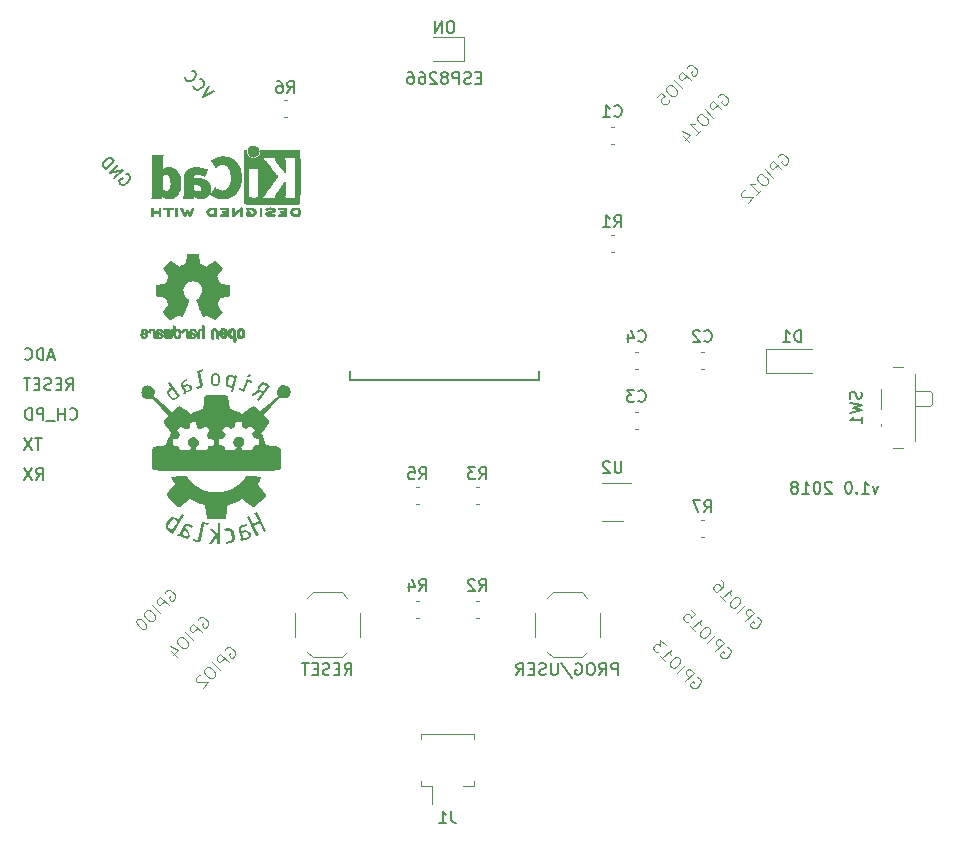
<source format=gbr>
G04 #@! TF.GenerationSoftware,KiCad,Pcbnew,5.0.0-rc2-dev-unknown-952aa7a~63~ubuntu16.04.1*
G04 #@! TF.CreationDate,2018-03-29T23:45:57+02:00*
G04 #@! TF.ProjectId,ripolab_pcb,7269706F6C61625F7063622E6B696361,rev?*
G04 #@! TF.SameCoordinates,Original*
G04 #@! TF.FileFunction,Legend,Bot*
G04 #@! TF.FilePolarity,Positive*
%FSLAX46Y46*%
G04 Gerber Fmt 4.6, Leading zero omitted, Abs format (unit mm)*
G04 Created by KiCad (PCBNEW 5.0.0-rc2-dev-unknown-952aa7a~63~ubuntu16.04.1) date Thu Mar 29 23:45:57 2018*
%MOMM*%
%LPD*%
G01*
G04 APERTURE LIST*
%ADD10C,0.150000*%
%ADD11C,0.120000*%
%ADD12C,0.152400*%
%ADD13C,0.020000*%
%ADD14C,0.010000*%
%ADD15C,0.125000*%
G04 APERTURE END LIST*
D10*
X147685047Y-63968380D02*
X147494571Y-63968380D01*
X147399333Y-64016000D01*
X147304095Y-64111238D01*
X147256476Y-64301714D01*
X147256476Y-64635047D01*
X147304095Y-64825523D01*
X147399333Y-64920761D01*
X147494571Y-64968380D01*
X147685047Y-64968380D01*
X147780285Y-64920761D01*
X147875523Y-64825523D01*
X147923142Y-64635047D01*
X147923142Y-64301714D01*
X147875523Y-64111238D01*
X147780285Y-64016000D01*
X147685047Y-63968380D01*
X146827904Y-64968380D02*
X146827904Y-63968380D01*
X146256476Y-64968380D01*
X146256476Y-63968380D01*
X112492357Y-102814380D02*
X112825690Y-102338190D01*
X113063785Y-102814380D02*
X113063785Y-101814380D01*
X112682833Y-101814380D01*
X112587595Y-101862000D01*
X112539976Y-101909619D01*
X112492357Y-102004857D01*
X112492357Y-102147714D01*
X112539976Y-102242952D01*
X112587595Y-102290571D01*
X112682833Y-102338190D01*
X113063785Y-102338190D01*
X112159023Y-101814380D02*
X111492357Y-102814380D01*
X111492357Y-101814380D02*
X112159023Y-102814380D01*
X112968547Y-99274380D02*
X112397119Y-99274380D01*
X112682833Y-100274380D02*
X112682833Y-99274380D01*
X112159023Y-99274380D02*
X111492357Y-100274380D01*
X111492357Y-99274380D02*
X112159023Y-100274380D01*
X115349500Y-97639142D02*
X115397119Y-97686761D01*
X115539976Y-97734380D01*
X115635214Y-97734380D01*
X115778071Y-97686761D01*
X115873309Y-97591523D01*
X115920928Y-97496285D01*
X115968547Y-97305809D01*
X115968547Y-97162952D01*
X115920928Y-96972476D01*
X115873309Y-96877238D01*
X115778071Y-96782000D01*
X115635214Y-96734380D01*
X115539976Y-96734380D01*
X115397119Y-96782000D01*
X115349500Y-96829619D01*
X114920928Y-97734380D02*
X114920928Y-96734380D01*
X114920928Y-97210571D02*
X114349500Y-97210571D01*
X114349500Y-97734380D02*
X114349500Y-96734380D01*
X114111404Y-97829619D02*
X113349500Y-97829619D01*
X113111404Y-97734380D02*
X113111404Y-96734380D01*
X112730452Y-96734380D01*
X112635214Y-96782000D01*
X112587595Y-96829619D01*
X112539976Y-96924857D01*
X112539976Y-97067714D01*
X112587595Y-97162952D01*
X112635214Y-97210571D01*
X112730452Y-97258190D01*
X113111404Y-97258190D01*
X112111404Y-97734380D02*
X112111404Y-96734380D01*
X111873309Y-96734380D01*
X111730452Y-96782000D01*
X111635214Y-96877238D01*
X111587595Y-96972476D01*
X111539976Y-97162952D01*
X111539976Y-97305809D01*
X111587595Y-97496285D01*
X111635214Y-97591523D01*
X111730452Y-97686761D01*
X111873309Y-97734380D01*
X112111404Y-97734380D01*
X115063785Y-95194380D02*
X115397119Y-94718190D01*
X115635214Y-95194380D02*
X115635214Y-94194380D01*
X115254261Y-94194380D01*
X115159023Y-94242000D01*
X115111404Y-94289619D01*
X115063785Y-94384857D01*
X115063785Y-94527714D01*
X115111404Y-94622952D01*
X115159023Y-94670571D01*
X115254261Y-94718190D01*
X115635214Y-94718190D01*
X114635214Y-94670571D02*
X114301880Y-94670571D01*
X114159023Y-95194380D02*
X114635214Y-95194380D01*
X114635214Y-94194380D01*
X114159023Y-94194380D01*
X113778071Y-95146761D02*
X113635214Y-95194380D01*
X113397119Y-95194380D01*
X113301880Y-95146761D01*
X113254261Y-95099142D01*
X113206642Y-95003904D01*
X113206642Y-94908666D01*
X113254261Y-94813428D01*
X113301880Y-94765809D01*
X113397119Y-94718190D01*
X113587595Y-94670571D01*
X113682833Y-94622952D01*
X113730452Y-94575333D01*
X113778071Y-94480095D01*
X113778071Y-94384857D01*
X113730452Y-94289619D01*
X113682833Y-94242000D01*
X113587595Y-94194380D01*
X113349500Y-94194380D01*
X113206642Y-94242000D01*
X112778071Y-94670571D02*
X112444738Y-94670571D01*
X112301880Y-95194380D02*
X112778071Y-95194380D01*
X112778071Y-94194380D01*
X112301880Y-94194380D01*
X112016166Y-94194380D02*
X111444738Y-94194380D01*
X111730452Y-95194380D02*
X111730452Y-94194380D01*
X114016166Y-92368666D02*
X113539976Y-92368666D01*
X114111404Y-92654380D02*
X113778071Y-91654380D01*
X113444738Y-92654380D01*
X113111404Y-92654380D02*
X113111404Y-91654380D01*
X112873309Y-91654380D01*
X112730452Y-91702000D01*
X112635214Y-91797238D01*
X112587595Y-91892476D01*
X112539976Y-92082952D01*
X112539976Y-92225809D01*
X112587595Y-92416285D01*
X112635214Y-92511523D01*
X112730452Y-92606761D01*
X112873309Y-92654380D01*
X113111404Y-92654380D01*
X111539976Y-92559142D02*
X111587595Y-92606761D01*
X111730452Y-92654380D01*
X111825690Y-92654380D01*
X111968547Y-92606761D01*
X112063785Y-92511523D01*
X112111404Y-92416285D01*
X112159023Y-92225809D01*
X112159023Y-92082952D01*
X112111404Y-91892476D01*
X112063785Y-91797238D01*
X111968547Y-91702000D01*
X111825690Y-91654380D01*
X111730452Y-91654380D01*
X111587595Y-91702000D01*
X111539976Y-91749619D01*
X161741904Y-119324380D02*
X161741904Y-118324380D01*
X161360952Y-118324380D01*
X161265714Y-118372000D01*
X161218095Y-118419619D01*
X161170476Y-118514857D01*
X161170476Y-118657714D01*
X161218095Y-118752952D01*
X161265714Y-118800571D01*
X161360952Y-118848190D01*
X161741904Y-118848190D01*
X160170476Y-119324380D02*
X160503809Y-118848190D01*
X160741904Y-119324380D02*
X160741904Y-118324380D01*
X160360952Y-118324380D01*
X160265714Y-118372000D01*
X160218095Y-118419619D01*
X160170476Y-118514857D01*
X160170476Y-118657714D01*
X160218095Y-118752952D01*
X160265714Y-118800571D01*
X160360952Y-118848190D01*
X160741904Y-118848190D01*
X159551428Y-118324380D02*
X159360952Y-118324380D01*
X159265714Y-118372000D01*
X159170476Y-118467238D01*
X159122857Y-118657714D01*
X159122857Y-118991047D01*
X159170476Y-119181523D01*
X159265714Y-119276761D01*
X159360952Y-119324380D01*
X159551428Y-119324380D01*
X159646666Y-119276761D01*
X159741904Y-119181523D01*
X159789523Y-118991047D01*
X159789523Y-118657714D01*
X159741904Y-118467238D01*
X159646666Y-118372000D01*
X159551428Y-118324380D01*
X158170476Y-118372000D02*
X158265714Y-118324380D01*
X158408571Y-118324380D01*
X158551428Y-118372000D01*
X158646666Y-118467238D01*
X158694285Y-118562476D01*
X158741904Y-118752952D01*
X158741904Y-118895809D01*
X158694285Y-119086285D01*
X158646666Y-119181523D01*
X158551428Y-119276761D01*
X158408571Y-119324380D01*
X158313333Y-119324380D01*
X158170476Y-119276761D01*
X158122857Y-119229142D01*
X158122857Y-118895809D01*
X158313333Y-118895809D01*
X156980000Y-118276761D02*
X157837142Y-119562476D01*
X156646666Y-118324380D02*
X156646666Y-119133904D01*
X156599047Y-119229142D01*
X156551428Y-119276761D01*
X156456190Y-119324380D01*
X156265714Y-119324380D01*
X156170476Y-119276761D01*
X156122857Y-119229142D01*
X156075238Y-119133904D01*
X156075238Y-118324380D01*
X155646666Y-119276761D02*
X155503809Y-119324380D01*
X155265714Y-119324380D01*
X155170476Y-119276761D01*
X155122857Y-119229142D01*
X155075238Y-119133904D01*
X155075238Y-119038666D01*
X155122857Y-118943428D01*
X155170476Y-118895809D01*
X155265714Y-118848190D01*
X155456190Y-118800571D01*
X155551428Y-118752952D01*
X155599047Y-118705333D01*
X155646666Y-118610095D01*
X155646666Y-118514857D01*
X155599047Y-118419619D01*
X155551428Y-118372000D01*
X155456190Y-118324380D01*
X155218095Y-118324380D01*
X155075238Y-118372000D01*
X154646666Y-118800571D02*
X154313333Y-118800571D01*
X154170476Y-119324380D02*
X154646666Y-119324380D01*
X154646666Y-118324380D01*
X154170476Y-118324380D01*
X153170476Y-119324380D02*
X153503809Y-118848190D01*
X153741904Y-119324380D02*
X153741904Y-118324380D01*
X153360952Y-118324380D01*
X153265714Y-118372000D01*
X153218095Y-118419619D01*
X153170476Y-118514857D01*
X153170476Y-118657714D01*
X153218095Y-118752952D01*
X153265714Y-118800571D01*
X153360952Y-118848190D01*
X153741904Y-118848190D01*
X138612380Y-119324380D02*
X138945714Y-118848190D01*
X139183809Y-119324380D02*
X139183809Y-118324380D01*
X138802857Y-118324380D01*
X138707619Y-118372000D01*
X138660000Y-118419619D01*
X138612380Y-118514857D01*
X138612380Y-118657714D01*
X138660000Y-118752952D01*
X138707619Y-118800571D01*
X138802857Y-118848190D01*
X139183809Y-118848190D01*
X138183809Y-118800571D02*
X137850476Y-118800571D01*
X137707619Y-119324380D02*
X138183809Y-119324380D01*
X138183809Y-118324380D01*
X137707619Y-118324380D01*
X137326666Y-119276761D02*
X137183809Y-119324380D01*
X136945714Y-119324380D01*
X136850476Y-119276761D01*
X136802857Y-119229142D01*
X136755238Y-119133904D01*
X136755238Y-119038666D01*
X136802857Y-118943428D01*
X136850476Y-118895809D01*
X136945714Y-118848190D01*
X137136190Y-118800571D01*
X137231428Y-118752952D01*
X137279047Y-118705333D01*
X137326666Y-118610095D01*
X137326666Y-118514857D01*
X137279047Y-118419619D01*
X137231428Y-118372000D01*
X137136190Y-118324380D01*
X136898095Y-118324380D01*
X136755238Y-118372000D01*
X136326666Y-118800571D02*
X135993333Y-118800571D01*
X135850476Y-119324380D02*
X136326666Y-119324380D01*
X136326666Y-118324380D01*
X135850476Y-118324380D01*
X135564761Y-118324380D02*
X134993333Y-118324380D01*
X135279047Y-119324380D02*
X135279047Y-118324380D01*
X127568034Y-69897583D02*
X126625225Y-70368988D01*
X127096629Y-69426179D01*
X125817103Y-69426179D02*
X125817103Y-69493522D01*
X125884446Y-69628209D01*
X125951790Y-69695553D01*
X126086477Y-69762896D01*
X126221164Y-69762896D01*
X126322179Y-69729225D01*
X126490538Y-69628209D01*
X126591553Y-69527194D01*
X126692568Y-69358835D01*
X126726240Y-69257820D01*
X126726240Y-69123133D01*
X126658896Y-68988446D01*
X126591553Y-68921103D01*
X126456866Y-68853759D01*
X126389522Y-68853759D01*
X125109996Y-68719072D02*
X125109996Y-68786416D01*
X125177339Y-68921103D01*
X125244683Y-68988446D01*
X125379370Y-69055790D01*
X125514057Y-69055790D01*
X125615072Y-69022118D01*
X125783431Y-68921103D01*
X125884446Y-68820087D01*
X125985461Y-68651729D01*
X126019133Y-68550713D01*
X126019133Y-68416026D01*
X125951790Y-68281339D01*
X125884446Y-68213996D01*
X125749759Y-68146652D01*
X125682416Y-68146652D01*
X120145301Y-76893194D02*
X120246316Y-76926866D01*
X120347331Y-77027881D01*
X120414675Y-77162568D01*
X120414675Y-77297255D01*
X120381003Y-77398270D01*
X120279988Y-77566629D01*
X120178973Y-77667644D01*
X120010614Y-77768660D01*
X119909599Y-77802331D01*
X119774912Y-77802331D01*
X119640225Y-77734988D01*
X119572881Y-77667644D01*
X119505538Y-77532957D01*
X119505538Y-77465614D01*
X119741240Y-77229912D01*
X119875927Y-77364599D01*
X119135148Y-77229912D02*
X119842255Y-76522805D01*
X118731087Y-76825851D01*
X119438194Y-76118744D01*
X118394370Y-76489133D02*
X119101477Y-75782026D01*
X118933118Y-75613668D01*
X118798431Y-75546324D01*
X118663744Y-75546324D01*
X118562729Y-75579996D01*
X118394370Y-75681011D01*
X118293355Y-75782026D01*
X118192339Y-75950385D01*
X118158668Y-76051400D01*
X118158668Y-76186087D01*
X118226011Y-76320774D01*
X118394370Y-76489133D01*
X183800285Y-103290714D02*
X183562190Y-103957380D01*
X183324095Y-103290714D01*
X182419333Y-103957380D02*
X182990761Y-103957380D01*
X182705047Y-103957380D02*
X182705047Y-102957380D01*
X182800285Y-103100238D01*
X182895523Y-103195476D01*
X182990761Y-103243095D01*
X181990761Y-103862142D02*
X181943142Y-103909761D01*
X181990761Y-103957380D01*
X182038380Y-103909761D01*
X181990761Y-103862142D01*
X181990761Y-103957380D01*
X181324095Y-102957380D02*
X181228857Y-102957380D01*
X181133619Y-103005000D01*
X181086000Y-103052619D01*
X181038380Y-103147857D01*
X180990761Y-103338333D01*
X180990761Y-103576428D01*
X181038380Y-103766904D01*
X181086000Y-103862142D01*
X181133619Y-103909761D01*
X181228857Y-103957380D01*
X181324095Y-103957380D01*
X181419333Y-103909761D01*
X181466952Y-103862142D01*
X181514571Y-103766904D01*
X181562190Y-103576428D01*
X181562190Y-103338333D01*
X181514571Y-103147857D01*
X181466952Y-103052619D01*
X181419333Y-103005000D01*
X181324095Y-102957380D01*
X179847904Y-103052619D02*
X179800285Y-103005000D01*
X179705047Y-102957380D01*
X179466952Y-102957380D01*
X179371714Y-103005000D01*
X179324095Y-103052619D01*
X179276476Y-103147857D01*
X179276476Y-103243095D01*
X179324095Y-103385952D01*
X179895523Y-103957380D01*
X179276476Y-103957380D01*
X178657428Y-102957380D02*
X178562190Y-102957380D01*
X178466952Y-103005000D01*
X178419333Y-103052619D01*
X178371714Y-103147857D01*
X178324095Y-103338333D01*
X178324095Y-103576428D01*
X178371714Y-103766904D01*
X178419333Y-103862142D01*
X178466952Y-103909761D01*
X178562190Y-103957380D01*
X178657428Y-103957380D01*
X178752666Y-103909761D01*
X178800285Y-103862142D01*
X178847904Y-103766904D01*
X178895523Y-103576428D01*
X178895523Y-103338333D01*
X178847904Y-103147857D01*
X178800285Y-103052619D01*
X178752666Y-103005000D01*
X178657428Y-102957380D01*
X177371714Y-103957380D02*
X177943142Y-103957380D01*
X177657428Y-103957380D02*
X177657428Y-102957380D01*
X177752666Y-103100238D01*
X177847904Y-103195476D01*
X177943142Y-103243095D01*
X176800285Y-103385952D02*
X176895523Y-103338333D01*
X176943142Y-103290714D01*
X176990761Y-103195476D01*
X176990761Y-103147857D01*
X176943142Y-103052619D01*
X176895523Y-103005000D01*
X176800285Y-102957380D01*
X176609809Y-102957380D01*
X176514571Y-103005000D01*
X176466952Y-103052619D01*
X176419333Y-103147857D01*
X176419333Y-103195476D01*
X176466952Y-103290714D01*
X176514571Y-103338333D01*
X176609809Y-103385952D01*
X176800285Y-103385952D01*
X176895523Y-103433571D01*
X176943142Y-103481190D01*
X176990761Y-103576428D01*
X176990761Y-103766904D01*
X176943142Y-103862142D01*
X176895523Y-103909761D01*
X176800285Y-103957380D01*
X176609809Y-103957380D01*
X176514571Y-103909761D01*
X176466952Y-103862142D01*
X176419333Y-103766904D01*
X176419333Y-103576428D01*
X176466952Y-103481190D01*
X176514571Y-103433571D01*
X176609809Y-103385952D01*
X150161238Y-68762571D02*
X149827904Y-68762571D01*
X149685047Y-69286380D02*
X150161238Y-69286380D01*
X150161238Y-68286380D01*
X149685047Y-68286380D01*
X149304095Y-69238761D02*
X149161238Y-69286380D01*
X148923142Y-69286380D01*
X148827904Y-69238761D01*
X148780285Y-69191142D01*
X148732666Y-69095904D01*
X148732666Y-69000666D01*
X148780285Y-68905428D01*
X148827904Y-68857809D01*
X148923142Y-68810190D01*
X149113619Y-68762571D01*
X149208857Y-68714952D01*
X149256476Y-68667333D01*
X149304095Y-68572095D01*
X149304095Y-68476857D01*
X149256476Y-68381619D01*
X149208857Y-68334000D01*
X149113619Y-68286380D01*
X148875523Y-68286380D01*
X148732666Y-68334000D01*
X148304095Y-69286380D02*
X148304095Y-68286380D01*
X147923142Y-68286380D01*
X147827904Y-68334000D01*
X147780285Y-68381619D01*
X147732666Y-68476857D01*
X147732666Y-68619714D01*
X147780285Y-68714952D01*
X147827904Y-68762571D01*
X147923142Y-68810190D01*
X148304095Y-68810190D01*
X147161238Y-68714952D02*
X147256476Y-68667333D01*
X147304095Y-68619714D01*
X147351714Y-68524476D01*
X147351714Y-68476857D01*
X147304095Y-68381619D01*
X147256476Y-68334000D01*
X147161238Y-68286380D01*
X146970761Y-68286380D01*
X146875523Y-68334000D01*
X146827904Y-68381619D01*
X146780285Y-68476857D01*
X146780285Y-68524476D01*
X146827904Y-68619714D01*
X146875523Y-68667333D01*
X146970761Y-68714952D01*
X147161238Y-68714952D01*
X147256476Y-68762571D01*
X147304095Y-68810190D01*
X147351714Y-68905428D01*
X147351714Y-69095904D01*
X147304095Y-69191142D01*
X147256476Y-69238761D01*
X147161238Y-69286380D01*
X146970761Y-69286380D01*
X146875523Y-69238761D01*
X146827904Y-69191142D01*
X146780285Y-69095904D01*
X146780285Y-68905428D01*
X146827904Y-68810190D01*
X146875523Y-68762571D01*
X146970761Y-68714952D01*
X146399333Y-68381619D02*
X146351714Y-68334000D01*
X146256476Y-68286380D01*
X146018380Y-68286380D01*
X145923142Y-68334000D01*
X145875523Y-68381619D01*
X145827904Y-68476857D01*
X145827904Y-68572095D01*
X145875523Y-68714952D01*
X146446952Y-69286380D01*
X145827904Y-69286380D01*
X144970761Y-68286380D02*
X145161238Y-68286380D01*
X145256476Y-68334000D01*
X145304095Y-68381619D01*
X145399333Y-68524476D01*
X145446952Y-68714952D01*
X145446952Y-69095904D01*
X145399333Y-69191142D01*
X145351714Y-69238761D01*
X145256476Y-69286380D01*
X145066000Y-69286380D01*
X144970761Y-69238761D01*
X144923142Y-69191142D01*
X144875523Y-69095904D01*
X144875523Y-68857809D01*
X144923142Y-68762571D01*
X144970761Y-68714952D01*
X145066000Y-68667333D01*
X145256476Y-68667333D01*
X145351714Y-68714952D01*
X145399333Y-68762571D01*
X145446952Y-68857809D01*
X144018380Y-68286380D02*
X144208857Y-68286380D01*
X144304095Y-68334000D01*
X144351714Y-68381619D01*
X144446952Y-68524476D01*
X144494571Y-68714952D01*
X144494571Y-69095904D01*
X144446952Y-69191142D01*
X144399333Y-69238761D01*
X144304095Y-69286380D01*
X144113619Y-69286380D01*
X144018380Y-69238761D01*
X143970761Y-69191142D01*
X143923142Y-69095904D01*
X143923142Y-68857809D01*
X143970761Y-68762571D01*
X144018380Y-68714952D01*
X144113619Y-68667333D01*
X144304095Y-68667333D01*
X144399333Y-68714952D01*
X144446952Y-68762571D01*
X144494571Y-68857809D01*
D11*
X174280000Y-93710000D02*
X178180000Y-93710000D01*
X174280000Y-91710000D02*
X178180000Y-91710000D01*
X174280000Y-93710000D02*
X174280000Y-91710000D01*
X146066000Y-65284000D02*
X148766000Y-65284000D01*
X148766000Y-65284000D02*
X148766000Y-67304000D01*
X148766000Y-67304000D02*
X146066000Y-67304000D01*
X156230000Y-117812000D02*
X158730000Y-117812000D01*
X154730000Y-116062000D02*
X154730000Y-114062000D01*
X156230000Y-112312000D02*
X158730000Y-112312000D01*
X160230000Y-116062000D02*
X160230000Y-114062000D01*
X155780000Y-117362000D02*
X156230000Y-117812000D01*
X159180000Y-117362000D02*
X158730000Y-117812000D01*
X159180000Y-112762000D02*
X158730000Y-112312000D01*
X155780000Y-112762000D02*
X156230000Y-112312000D01*
X135460000Y-112762000D02*
X135910000Y-112312000D01*
X138860000Y-112762000D02*
X138410000Y-112312000D01*
X138860000Y-117362000D02*
X138410000Y-117812000D01*
X135460000Y-117362000D02*
X135910000Y-117812000D01*
X139910000Y-116062000D02*
X139910000Y-114062000D01*
X135910000Y-112312000D02*
X138410000Y-112312000D01*
X134410000Y-116062000D02*
X134410000Y-114062000D01*
X135910000Y-117812000D02*
X138410000Y-117812000D01*
D12*
X155067000Y-93599000D02*
X155067000Y-94361000D01*
X155067000Y-94361000D02*
X139065000Y-94361000D01*
X139065000Y-94361000D02*
X139065000Y-93599000D01*
D11*
X163172000Y-97080000D02*
X163472000Y-97080000D01*
X163172000Y-98500000D02*
X163472000Y-98500000D01*
X163172000Y-93420000D02*
X163472000Y-93420000D01*
X163172000Y-92000000D02*
X163472000Y-92000000D01*
X161140000Y-74370000D02*
X161440000Y-74370000D01*
X161140000Y-72950000D02*
X161440000Y-72950000D01*
X145085000Y-128260000D02*
X145085000Y-128710000D01*
X145085000Y-128710000D02*
X146035000Y-128710000D01*
X146035000Y-128710000D02*
X146035000Y-130200000D01*
X149555000Y-128260000D02*
X149555000Y-128710000D01*
X149555000Y-128710000D02*
X148605000Y-128710000D01*
X145085000Y-124740000D02*
X145085000Y-124290000D01*
X145085000Y-124290000D02*
X149555000Y-124290000D01*
X149555000Y-124290000D02*
X149555000Y-124740000D01*
X161440000Y-83514000D02*
X161140000Y-83514000D01*
X161440000Y-82094000D02*
X161140000Y-82094000D01*
X149710000Y-114502000D02*
X150010000Y-114502000D01*
X149710000Y-113082000D02*
X150010000Y-113082000D01*
X150010000Y-103430000D02*
X149710000Y-103430000D01*
X150010000Y-104850000D02*
X149710000Y-104850000D01*
X144930000Y-113082000D02*
X144630000Y-113082000D01*
X144930000Y-114502000D02*
X144630000Y-114502000D01*
X144930000Y-104850000D02*
X144630000Y-104850000D01*
X144930000Y-103430000D02*
X144630000Y-103430000D01*
X133454000Y-72084000D02*
X133754000Y-72084000D01*
X133454000Y-70664000D02*
X133754000Y-70664000D01*
X162190000Y-106258000D02*
X160390000Y-106258000D01*
X160390000Y-103038000D02*
X162840000Y-103038000D01*
X184030000Y-98080000D02*
X184030000Y-98280000D01*
X188170000Y-95280000D02*
X188380000Y-95480000D01*
X188170000Y-96580000D02*
X188380000Y-96380000D01*
X186880000Y-95280000D02*
X188170000Y-95280000D01*
X188380000Y-95480000D02*
X188380000Y-96380000D01*
X188170000Y-96580000D02*
X186880000Y-96580000D01*
X186880000Y-93830000D02*
X186880000Y-99530000D01*
X184030000Y-95080000D02*
X184030000Y-96780000D01*
X185080000Y-93230000D02*
X185870000Y-93230000D01*
X185870000Y-100130000D02*
X185080000Y-100130000D01*
X169060000Y-92000000D02*
X168760000Y-92000000D01*
X169060000Y-93420000D02*
X168760000Y-93420000D01*
X169060000Y-106224000D02*
X168760000Y-106224000D01*
X169060000Y-107644000D02*
X168760000Y-107644000D01*
D13*
G36*
X133454982Y-94781991D02*
X133570623Y-94791624D01*
X133683304Y-94824858D01*
X130871057Y-98371827D01*
X130718355Y-98222844D01*
X130513084Y-98356414D01*
X130307813Y-98489954D01*
X130154986Y-98425231D01*
X130057544Y-98377156D01*
X129999306Y-98314329D01*
X129961081Y-98201922D01*
X129923680Y-98005074D01*
X129906533Y-97906033D01*
X129906540Y-97905912D01*
X129662592Y-97913438D01*
X129418582Y-97920964D01*
X129378717Y-98142136D01*
X129338789Y-98363248D01*
X129173759Y-98427007D01*
X129008728Y-98490707D01*
X128813282Y-98357649D01*
X128617899Y-98224530D01*
X128448989Y-98392418D01*
X128280078Y-98560397D01*
X128416070Y-98752278D01*
X128552125Y-98944219D01*
X128482596Y-99099313D01*
X128408185Y-99262084D01*
X128173500Y-99311424D01*
X127943759Y-99352967D01*
X127951330Y-99591118D01*
X127958901Y-99829298D01*
X128157976Y-99863887D01*
X128307096Y-99897423D01*
X128386152Y-99929393D01*
X128474394Y-100108028D01*
X128533472Y-100255687D01*
X128496924Y-100309844D01*
X129375585Y-100309844D01*
X129486482Y-100048513D01*
X129425901Y-99998752D01*
X129346547Y-99948057D01*
X129260307Y-99833814D01*
X129219752Y-99747416D01*
X129197746Y-99658129D01*
X129193670Y-99568389D01*
X129206901Y-99480697D01*
X129236815Y-99397521D01*
X129282794Y-99321268D01*
X129344214Y-99254438D01*
X129420454Y-99199499D01*
X129541938Y-99151122D01*
X129674233Y-99134264D01*
X129802378Y-99149316D01*
X129911415Y-99196097D01*
X130003845Y-99271687D01*
X130072403Y-99358025D01*
X130116866Y-99452310D01*
X130137012Y-99551652D01*
X130132619Y-99653252D01*
X130103467Y-99754250D01*
X130049331Y-99851816D01*
X129969991Y-99943060D01*
X129850145Y-100056641D01*
X129889885Y-100152221D01*
X129954721Y-100309783D01*
X130832130Y-100309783D01*
X130792077Y-100251924D01*
X130863547Y-100079972D01*
X130935078Y-99907929D01*
X131158561Y-99868584D01*
X131382107Y-99829238D01*
X131382107Y-99594068D01*
X131382107Y-99358898D01*
X131161378Y-99316602D01*
X130999449Y-99279966D01*
X130920059Y-99251367D01*
X130840579Y-99081492D01*
X130781752Y-98934737D01*
X130902786Y-98764109D01*
X130988267Y-98632947D01*
X131023821Y-98557116D01*
X130978945Y-98487697D01*
X130871057Y-98371827D01*
X133683304Y-94824858D01*
X133789090Y-94882146D01*
X133884048Y-94964028D01*
X133968877Y-95077639D01*
X134021912Y-95199710D01*
X134043964Y-95325844D01*
X134035842Y-95451618D01*
X133998358Y-95572665D01*
X133932321Y-95684620D01*
X133838541Y-95783089D01*
X133717829Y-95863647D01*
X133609500Y-95896791D01*
X133472719Y-95906725D01*
X133333515Y-95894082D01*
X133217918Y-95858710D01*
X133116597Y-95809159D01*
X133041623Y-95897935D01*
X132382502Y-96653418D01*
X127055080Y-98790480D01*
X127140561Y-98659288D01*
X127176115Y-98583456D01*
X127131239Y-98514037D01*
X127023351Y-98398168D01*
X126870587Y-98249215D01*
X126665315Y-98382755D01*
X126460107Y-98516325D01*
X126307280Y-98451572D01*
X126209838Y-98403496D01*
X126151600Y-98340700D01*
X126113375Y-98228293D01*
X126075974Y-98031415D01*
X126058827Y-97932404D01*
X126058822Y-97932404D01*
X126058824Y-97932223D01*
X125814814Y-97939749D01*
X125570866Y-97947275D01*
X125530939Y-98168477D01*
X125491074Y-98389589D01*
X125326043Y-98453348D01*
X125160951Y-98517048D01*
X124965567Y-98383959D01*
X124770184Y-98250841D01*
X124601273Y-98418759D01*
X124432300Y-98586708D01*
X124568355Y-98778589D01*
X124704347Y-98970560D01*
X124634880Y-99125624D01*
X124560407Y-99288485D01*
X124325722Y-99337735D01*
X124096043Y-99379308D01*
X124103617Y-99617428D01*
X124111191Y-99855639D01*
X124310205Y-99890228D01*
X124459324Y-99923734D01*
X124538380Y-99955704D01*
X124626622Y-100134339D01*
X124685700Y-100282028D01*
X124666801Y-100310024D01*
X125538953Y-100310024D01*
X125638773Y-100074824D01*
X125578193Y-100025063D01*
X125498838Y-99974398D01*
X125412599Y-99860124D01*
X125372044Y-99773727D01*
X125350038Y-99684439D01*
X125345965Y-99594730D01*
X125359196Y-99507038D01*
X125389110Y-99423831D01*
X125435088Y-99347579D01*
X125496509Y-99280779D01*
X125572749Y-99225839D01*
X125694223Y-99177463D01*
X125826496Y-99160605D01*
X125954620Y-99175656D01*
X126063647Y-99222468D01*
X126156080Y-99298058D01*
X126224644Y-99384396D01*
X126269118Y-99478680D01*
X126289275Y-99578023D01*
X126284895Y-99679623D01*
X126255752Y-99780621D01*
X126201624Y-99878157D01*
X126122286Y-99969431D01*
X126002440Y-100083012D01*
X126042117Y-100178591D01*
X126096251Y-100309994D01*
X126966276Y-100309994D01*
X126944309Y-100278295D01*
X127015841Y-100106312D01*
X127087310Y-99934270D01*
X127310856Y-99894954D01*
X127534339Y-99855609D01*
X127534339Y-99620439D01*
X127534339Y-99385238D01*
X127313672Y-99342943D01*
X127151712Y-99306307D01*
X127072291Y-99277708D01*
X126992873Y-99107833D01*
X126934045Y-98961077D01*
X127055080Y-98790480D01*
X132382502Y-96653418D01*
X131798292Y-97320154D01*
X132008132Y-97532626D01*
X132187007Y-97730649D01*
X132212861Y-97791127D01*
X132217847Y-97859432D01*
X132208752Y-97952362D01*
X132163062Y-98053992D01*
X132052878Y-98210441D01*
X131850299Y-98467918D01*
X131581131Y-98823564D01*
X131710301Y-99113733D01*
X131823115Y-99371030D01*
X131912944Y-99607825D01*
X131992612Y-99837637D01*
X132446774Y-99896670D01*
X132777055Y-99937792D01*
X132975540Y-99974398D01*
X133087454Y-100018229D01*
X133158027Y-100080965D01*
X133226367Y-100160951D01*
X133226367Y-100979741D01*
X133226367Y-101798532D01*
X131736637Y-103712435D01*
X131907425Y-103940380D01*
X131978707Y-104066244D01*
X131944834Y-104122538D01*
X131844329Y-104237895D01*
X131452699Y-104635686D01*
X131019220Y-105047444D01*
X130922991Y-105120837D01*
X130875562Y-105133179D01*
X130394364Y-104778076D01*
X129963857Y-104442029D01*
X129717657Y-104571595D01*
X129498920Y-104676747D01*
X129254794Y-104778407D01*
X129017959Y-104863812D01*
X128821097Y-104920286D01*
X128727567Y-104948584D01*
X128688672Y-104974473D01*
X128621834Y-105538676D01*
X128559674Y-105973163D01*
X128535275Y-106070157D01*
X128510626Y-106111189D01*
X128427552Y-106127445D01*
X128250632Y-106138884D01*
X127741991Y-106147012D01*
X127238166Y-106136175D01*
X127067267Y-106123832D01*
X126992621Y-106106974D01*
X126951091Y-105921023D01*
X126894491Y-105525250D01*
X126809253Y-104964749D01*
X126482759Y-104853576D01*
X126173194Y-104740146D01*
X125862252Y-104601939D01*
X125550340Y-104446062D01*
X125135917Y-104767931D01*
X124659100Y-105122282D01*
X124612450Y-105128905D01*
X124530057Y-105076103D01*
X124068695Y-104636950D01*
X123675878Y-104237986D01*
X123575088Y-104122387D01*
X123541123Y-104065973D01*
X123612415Y-103940109D01*
X123783192Y-103712164D01*
X124128899Y-103276835D01*
X124232974Y-103142241D01*
X124085842Y-102856196D01*
X123938710Y-102539866D01*
X123973883Y-102525717D01*
X124087591Y-102516385D01*
X124599772Y-102509461D01*
X125260832Y-102509461D01*
X125379864Y-102672864D01*
X125518584Y-102845990D01*
X125676250Y-103011681D01*
X125849959Y-103167859D01*
X126036814Y-103312447D01*
X126233914Y-103443368D01*
X126438360Y-103558575D01*
X126647253Y-103655931D01*
X126857692Y-103733387D01*
X127198410Y-103816714D01*
X127562355Y-103861418D01*
X127926497Y-103865934D01*
X128267806Y-103828666D01*
X128546846Y-103763732D01*
X128818068Y-103672638D01*
X129079102Y-103556919D01*
X129327579Y-103417991D01*
X129561130Y-103257327D01*
X129777387Y-103076434D01*
X129973980Y-102876786D01*
X130148541Y-102659829D01*
X130257247Y-102509491D01*
X130919184Y-102509491D01*
X130919182Y-102509732D01*
X131432048Y-102516656D01*
X131545903Y-102525988D01*
X131581119Y-102540137D01*
X131433987Y-102856466D01*
X131286855Y-103142512D01*
X131390930Y-103277105D01*
X131736637Y-103712435D01*
X133226367Y-101798532D01*
X133150767Y-101878186D01*
X133089168Y-101934872D01*
X133005552Y-101970876D01*
X132847583Y-102000377D01*
X132562928Y-102037405D01*
X132241080Y-102063896D01*
X131576967Y-102078647D01*
X127805329Y-102088581D01*
X123959508Y-102084066D01*
X123324343Y-102068412D01*
X122989529Y-102037826D01*
X122650851Y-101987674D01*
X122458640Y-101942819D01*
X122405462Y-101915124D01*
X122365122Y-101881287D01*
X122335850Y-101830743D01*
X122315873Y-101752955D01*
X122296718Y-101473261D01*
X122293485Y-100957766D01*
X122293485Y-100161041D01*
X122361763Y-100081086D01*
X122432227Y-100018410D01*
X122544104Y-99974549D01*
X122742842Y-99937672D01*
X123073891Y-99895978D01*
X123527991Y-99836975D01*
X123606908Y-99607946D01*
X123696737Y-99371150D01*
X123809551Y-99113854D01*
X123938721Y-98822751D01*
X123633380Y-98418699D01*
X123412936Y-98128108D01*
X123311705Y-97969792D01*
X123300398Y-97867500D01*
X123324550Y-97769482D01*
X123388779Y-97665173D01*
X123497699Y-97543976D01*
X123668737Y-97372565D01*
X123071135Y-96692733D01*
X122398559Y-95924216D01*
X122323585Y-95835410D01*
X122233904Y-95877344D01*
X122128023Y-95916660D01*
X122022041Y-95936528D01*
X121917789Y-95936528D01*
X121817093Y-95919068D01*
X121721786Y-95883606D01*
X121633694Y-95830714D01*
X121554649Y-95760843D01*
X121486479Y-95674536D01*
X121451244Y-95613816D01*
X121430346Y-95554060D01*
X121417763Y-95377623D01*
X121422799Y-95242758D01*
X121444170Y-95146456D01*
X121491245Y-95064243D01*
X121573402Y-94971644D01*
X121681527Y-94885548D01*
X121803167Y-94831391D01*
X121932420Y-94808211D01*
X122063381Y-94815135D01*
X122190146Y-94851019D01*
X122306813Y-94914989D01*
X122407477Y-95005992D01*
X122486233Y-95123126D01*
X122526921Y-95225900D01*
X122545950Y-95329667D01*
X122543120Y-95431930D01*
X122518218Y-95530218D01*
X122470217Y-95691755D01*
X122517618Y-95753407D01*
X122662456Y-95891914D01*
X123235040Y-96391064D01*
X124004181Y-97044675D01*
X124233609Y-96819680D01*
X124445022Y-96629124D01*
X124511333Y-96595227D01*
X124581756Y-96581379D01*
X124683685Y-96581379D01*
X124760179Y-96600044D01*
X125198384Y-96925555D01*
X125576946Y-97219638D01*
X125839167Y-97094316D01*
X126100357Y-96981187D01*
X126360106Y-96885186D01*
X126542981Y-96817633D01*
X126619324Y-96772959D01*
X126684097Y-96249817D01*
X126750707Y-95811176D01*
X126782503Y-95729836D01*
X126830040Y-95674596D01*
X126911772Y-95594129D01*
X127759893Y-95594129D01*
X128608077Y-95594129D01*
X128691937Y-95676733D01*
X128740788Y-95732756D01*
X128772877Y-95812320D01*
X128837818Y-96238860D01*
X128900400Y-96759894D01*
X128915473Y-96783375D01*
X128961920Y-96811372D01*
X129159680Y-96885186D01*
X129419952Y-96981428D01*
X129682370Y-97095129D01*
X129946282Y-97221234D01*
X130305944Y-96941841D01*
X130590207Y-96722837D01*
X130749250Y-96612988D01*
X130843802Y-96577466D01*
X130934587Y-96581379D01*
X131005947Y-96594625D01*
X131070073Y-96625451D01*
X131260643Y-96794694D01*
X131464662Y-96994523D01*
X132227733Y-96347715D01*
X132804053Y-95846789D01*
X132938556Y-95716741D01*
X132977662Y-95660507D01*
X132921400Y-95504299D01*
X132896392Y-95403662D01*
X132894793Y-95299624D01*
X132916543Y-95192936D01*
X132961576Y-95084142D01*
X133053204Y-94955208D01*
X133171563Y-94861013D01*
X133308278Y-94802732D01*
X133454978Y-94781359D01*
X133454982Y-94781991D01*
X133454982Y-94781991D01*
G37*
G36*
X131593252Y-95482564D02*
X131686597Y-95349476D01*
X131483071Y-95210908D01*
X131405168Y-95113312D01*
X131442447Y-94991844D01*
X131585577Y-94787771D01*
X131686451Y-94712241D01*
X131806671Y-94749509D01*
X132010197Y-94888076D01*
X131686597Y-95349476D01*
X131593252Y-95482564D01*
X131232314Y-95997217D01*
X131389011Y-96103905D01*
X132260241Y-94861675D01*
X131921631Y-94631141D01*
X131643793Y-94541613D01*
X131417679Y-94697068D01*
X131298196Y-94867425D01*
X131284805Y-95228007D01*
X130652353Y-95602347D01*
X130823459Y-95718848D01*
X131416742Y-95362390D01*
X131593252Y-95482564D01*
X131593252Y-95482564D01*
G37*
G36*
X130494846Y-93869427D02*
X129675927Y-94992687D01*
X129612289Y-95141820D01*
X130082529Y-95336621D01*
X130443144Y-94491520D01*
X130739819Y-94614403D01*
X130803457Y-94465270D01*
X130335235Y-94271312D01*
X129974620Y-95116413D01*
X129675927Y-94992687D01*
X130494846Y-93869427D01*
X130418480Y-94048394D01*
X130610209Y-94127837D01*
X130686575Y-93948871D01*
X130494846Y-93869427D01*
X130494846Y-93869427D01*
G37*
G36*
X129297433Y-93947396D02*
X129287459Y-93998241D01*
X129115802Y-94077594D01*
X129213649Y-94135755D01*
X129232665Y-94220677D01*
X129110087Y-94845449D01*
X128849995Y-94795899D01*
X128736686Y-94736986D01*
X128715791Y-94627529D01*
X128807205Y-94161614D01*
X128867991Y-94067720D01*
X128995428Y-94054776D01*
X129115801Y-94077654D01*
X129115802Y-94077594D01*
X129287459Y-93998241D01*
X129125470Y-93914643D01*
X129048088Y-93899892D01*
X128755010Y-93927587D01*
X128616187Y-94169170D01*
X128541393Y-94550373D01*
X128580979Y-94825972D01*
X128840328Y-94958850D01*
X129078924Y-95004277D01*
X129008286Y-95364317D01*
X129190995Y-95399117D01*
X129469393Y-93980149D01*
X129297432Y-93947396D01*
X129297433Y-93947396D01*
X129297433Y-93947396D01*
G37*
G36*
X127282449Y-94523069D02*
X127462152Y-94089004D01*
X127502217Y-93984875D01*
X127624264Y-93946462D01*
X127740285Y-93943452D01*
X127863415Y-93978372D01*
X127906536Y-94081297D01*
X127913541Y-94555822D01*
X127873476Y-94659950D01*
X127751429Y-94698363D01*
X127635408Y-94701373D01*
X127512278Y-94666483D01*
X127469158Y-94563528D01*
X127462153Y-94089034D01*
X127462152Y-94089004D01*
X127282449Y-94523069D01*
X127378274Y-94784881D01*
X127659686Y-94862819D01*
X127731926Y-94862819D01*
X128013107Y-94776813D01*
X128098975Y-94512382D01*
X128093243Y-94124165D01*
X127999607Y-93862323D01*
X127716006Y-93784384D01*
X127643766Y-93784384D01*
X127364774Y-93870360D01*
X127276717Y-94134791D01*
X127282449Y-94523039D01*
X127282449Y-94523069D01*
X127282449Y-94523069D01*
G37*
G36*
X126456289Y-95013007D02*
X126573058Y-94934316D01*
X126590253Y-94762544D01*
X126340025Y-93657256D01*
X126654135Y-93588228D01*
X126618388Y-93430334D01*
X126122650Y-93539280D01*
X126406242Y-94791955D01*
X126400110Y-94844125D01*
X126345753Y-94871519D01*
X126061558Y-94933984D01*
X126097305Y-95091878D01*
X126456287Y-95012977D01*
X126456289Y-95013007D01*
X126456289Y-95013007D01*
G37*
G36*
X125114168Y-95496713D02*
X125297646Y-95237068D01*
X125209219Y-95243390D01*
X125160731Y-95179781D01*
X125061316Y-94963667D01*
X125310573Y-94852343D01*
X125411682Y-94847527D01*
X125484443Y-94916855D01*
X125529632Y-95015114D01*
X125540045Y-95100458D01*
X125475116Y-95157866D01*
X125297645Y-95237099D01*
X125297646Y-95237068D01*
X125114168Y-95496713D01*
X125164765Y-95455170D01*
X125196729Y-95388821D01*
X125345479Y-95393337D01*
X125522951Y-95314074D01*
X125717178Y-95156300D01*
X125690081Y-94919745D01*
X125672007Y-94880430D01*
X125240790Y-94705919D01*
X124993526Y-94816339D01*
X124948337Y-94718111D01*
X124942846Y-94606878D01*
X125039149Y-94523611D01*
X125348229Y-94385585D01*
X125280446Y-94238258D01*
X124991307Y-94367372D01*
X124770411Y-94556002D01*
X124796920Y-94833077D01*
X125013826Y-95304621D01*
X125012682Y-95359591D01*
X124941240Y-95408088D01*
X125004504Y-95545601D01*
X125114177Y-95496623D01*
X125114168Y-95496713D01*
X125114168Y-95496713D01*
G37*
G36*
X123860232Y-95907117D02*
X124131877Y-95892727D01*
X124036182Y-95833453D01*
X123751308Y-95450805D01*
X123722694Y-95343094D01*
X123799539Y-95242066D01*
X123898397Y-95170630D01*
X123898398Y-95170630D01*
X124008207Y-95139412D01*
X124084363Y-95183363D01*
X124466352Y-95696451D01*
X124252749Y-95850823D01*
X124131877Y-95892727D01*
X123860232Y-95907117D01*
X124092351Y-96065733D01*
X124367518Y-95968528D01*
X124713521Y-95718457D01*
X123807105Y-94500943D01*
X123657052Y-94609376D01*
X123941926Y-94992024D01*
X123783629Y-95052924D01*
X123720078Y-95098862D01*
X123541556Y-95329547D01*
X123627154Y-95594038D01*
X123860232Y-95907117D01*
X123860232Y-95907117D01*
G37*
G36*
X131424296Y-106480096D02*
X131803549Y-107204210D01*
X131999194Y-107101740D01*
X131174732Y-105527582D01*
X130979086Y-105630052D01*
X131337138Y-106313687D01*
X130873886Y-106556314D01*
X130515834Y-105872680D01*
X130320189Y-105975150D01*
X131144651Y-107549308D01*
X131340297Y-107446838D01*
X130961044Y-106722726D01*
X131424296Y-106480096D01*
X131424296Y-106480096D01*
G37*
G36*
X129956645Y-107969328D02*
X130202511Y-107689877D01*
X130099790Y-107685730D01*
X130052383Y-107605001D01*
X129966579Y-107339270D01*
X130268548Y-107241764D01*
X130385681Y-107249375D01*
X130460290Y-107339992D01*
X130499292Y-107460779D01*
X130499944Y-107561939D01*
X130417506Y-107620570D01*
X130202504Y-107689994D01*
X130202511Y-107689877D01*
X129956645Y-107969328D01*
X130020462Y-107927379D01*
X130066110Y-107853954D01*
X130236872Y-107878859D01*
X130451873Y-107809435D01*
X130696621Y-107650377D01*
X130696854Y-107370204D01*
X130681252Y-107321886D01*
X130207646Y-107061332D01*
X129908093Y-107158056D01*
X129869091Y-107037269D01*
X129877534Y-106906490D01*
X129999555Y-106821743D01*
X130373997Y-106700835D01*
X130315494Y-106519653D01*
X129965210Y-106632758D01*
X129685635Y-106824402D01*
X129679338Y-107151887D01*
X129866547Y-107731667D01*
X129857914Y-107795808D01*
X129769160Y-107843140D01*
X129823762Y-108012245D01*
X129956629Y-107969342D01*
X129956645Y-107969328D01*
X129956645Y-107969328D01*
G37*
G36*
X128929657Y-108168924D02*
X129240640Y-108029815D01*
X129299710Y-107706024D01*
X129235358Y-107253637D01*
X129088698Y-106961678D01*
X128750901Y-106912291D01*
X128426690Y-106958410D01*
X128453504Y-107146906D01*
X128802847Y-107097212D01*
X128949668Y-107119905D01*
X129014581Y-107233747D01*
X129093234Y-107786666D01*
X129062643Y-107914096D01*
X128927978Y-107976843D01*
X128578635Y-108026536D01*
X128605448Y-108215031D01*
X128929659Y-108168912D01*
X128929657Y-108168924D01*
X128929657Y-108168924D01*
G37*
G36*
X127856739Y-107701665D02*
X127841072Y-108244692D01*
X128056760Y-108250928D01*
X128108010Y-106474669D01*
X127892321Y-106468464D01*
X127864645Y-107427641D01*
X127479288Y-106964468D01*
X127207774Y-106956650D01*
X127634878Y-107469280D01*
X127135642Y-108224379D01*
X127402079Y-108232084D01*
X127792958Y-107623694D01*
X127856736Y-107701722D01*
X127856739Y-107701665D01*
X127856739Y-107701665D01*
G37*
G36*
X126177555Y-108067209D02*
X126338877Y-108037431D01*
X126439047Y-107860750D01*
X126701171Y-106554035D01*
X127067051Y-106627431D01*
X127104496Y-106440755D01*
X126527053Y-106324922D01*
X126229980Y-107805865D01*
X126198585Y-107859119D01*
X126127888Y-107863062D01*
X125796853Y-107796655D01*
X125759408Y-107983330D01*
X126177557Y-108067209D01*
X126177555Y-108067209D01*
X126177555Y-108067209D01*
G37*
G36*
X124596239Y-107568215D02*
X124963108Y-107505297D01*
X124885816Y-107437514D01*
X124899648Y-107344925D01*
X124999834Y-107084274D01*
X125296028Y-107198121D01*
X125382436Y-107277566D01*
X125383554Y-107394941D01*
X125338015Y-107513418D01*
X125274971Y-107592533D01*
X125173998Y-107586367D01*
X124963108Y-107505306D01*
X124963108Y-107505297D01*
X124596239Y-107568215D01*
X124672243Y-107575672D01*
X124753888Y-107547223D01*
X124871108Y-107673867D01*
X125081998Y-107754928D01*
X125372342Y-107784949D01*
X125548538Y-107567112D01*
X125566752Y-107519721D01*
X125361968Y-107019466D01*
X125068143Y-106906529D01*
X125113681Y-106788053D01*
X125202420Y-106691617D01*
X125350598Y-106702353D01*
X125717879Y-106843523D01*
X125786187Y-106665808D01*
X125442602Y-106533744D01*
X125104689Y-106507213D01*
X124894053Y-106758045D01*
X124675466Y-107326738D01*
X124628453Y-107371220D01*
X124529665Y-107352296D01*
X124465910Y-107518163D01*
X124596236Y-107568257D01*
X124596239Y-107568215D01*
X124596239Y-107568215D01*
G37*
G36*
X123523439Y-106518648D02*
X123662038Y-106802004D01*
X123682902Y-106672625D01*
X123968510Y-106192694D01*
X124072272Y-106112651D01*
X124216506Y-106148261D01*
X124338670Y-106220960D01*
X124338671Y-106220963D01*
X124422196Y-106323843D01*
X124409067Y-106425331D01*
X124026094Y-107068874D01*
X123762132Y-106911791D01*
X123662038Y-106802004D01*
X123523439Y-106518648D01*
X123456680Y-106839317D01*
X123686580Y-107088384D01*
X124114154Y-107342835D01*
X125022905Y-105815785D01*
X124837477Y-105705436D01*
X124551870Y-106185364D01*
X124414221Y-106044371D01*
X124335687Y-105997633D01*
X124004942Y-105913061D01*
X123757118Y-106125978D01*
X123523439Y-106518648D01*
X123523439Y-106518648D01*
G37*
D14*
G36*
X130797043Y-74496571D02*
X130700768Y-74520809D01*
X130614184Y-74563641D01*
X130539373Y-74623419D01*
X130478418Y-74698494D01*
X130433399Y-74787220D01*
X130407136Y-74883530D01*
X130401286Y-74980795D01*
X130416140Y-75074654D01*
X130449840Y-75162511D01*
X130500528Y-75241770D01*
X130566345Y-75309836D01*
X130645434Y-75364112D01*
X130735934Y-75402002D01*
X130787200Y-75414426D01*
X130831698Y-75421947D01*
X130865999Y-75424919D01*
X130898960Y-75423094D01*
X130939434Y-75416225D01*
X130972531Y-75409250D01*
X131065947Y-75377741D01*
X131149619Y-75326617D01*
X131221665Y-75257429D01*
X131280200Y-75171728D01*
X131294148Y-75144489D01*
X131310586Y-75108122D01*
X131320894Y-75077582D01*
X131326460Y-75045450D01*
X131328669Y-75004307D01*
X131328948Y-74958222D01*
X131324861Y-74873865D01*
X131311446Y-74804586D01*
X131286256Y-74743961D01*
X131246846Y-74685567D01*
X131208298Y-74641302D01*
X131136406Y-74575484D01*
X131061313Y-74530053D01*
X130978562Y-74502850D01*
X130900928Y-74492576D01*
X130797043Y-74496571D01*
X130797043Y-74496571D01*
G37*
X130797043Y-74496571D02*
X130700768Y-74520809D01*
X130614184Y-74563641D01*
X130539373Y-74623419D01*
X130478418Y-74698494D01*
X130433399Y-74787220D01*
X130407136Y-74883530D01*
X130401286Y-74980795D01*
X130416140Y-75074654D01*
X130449840Y-75162511D01*
X130500528Y-75241770D01*
X130566345Y-75309836D01*
X130645434Y-75364112D01*
X130735934Y-75402002D01*
X130787200Y-75414426D01*
X130831698Y-75421947D01*
X130865999Y-75424919D01*
X130898960Y-75423094D01*
X130939434Y-75416225D01*
X130972531Y-75409250D01*
X131065947Y-75377741D01*
X131149619Y-75326617D01*
X131221665Y-75257429D01*
X131280200Y-75171728D01*
X131294148Y-75144489D01*
X131310586Y-75108122D01*
X131320894Y-75077582D01*
X131326460Y-75045450D01*
X131328669Y-75004307D01*
X131328948Y-74958222D01*
X131324861Y-74873865D01*
X131311446Y-74804586D01*
X131286256Y-74743961D01*
X131246846Y-74685567D01*
X131208298Y-74641302D01*
X131136406Y-74575484D01*
X131061313Y-74530053D01*
X130978562Y-74502850D01*
X130900928Y-74492576D01*
X130797043Y-74496571D01*
G36*
X122337493Y-76942245D02*
X122337474Y-77176662D01*
X122337448Y-77389603D01*
X122337375Y-77582168D01*
X122337218Y-77755459D01*
X122336936Y-77910576D01*
X122336491Y-78048620D01*
X122335844Y-78170692D01*
X122334955Y-78277894D01*
X122333787Y-78371326D01*
X122332299Y-78452090D01*
X122330454Y-78521286D01*
X122328211Y-78580015D01*
X122325531Y-78629379D01*
X122322377Y-78670478D01*
X122318708Y-78704413D01*
X122314487Y-78732286D01*
X122309673Y-78755198D01*
X122304227Y-78774249D01*
X122298112Y-78790540D01*
X122291288Y-78805173D01*
X122283715Y-78819249D01*
X122275355Y-78833868D01*
X122270161Y-78842974D01*
X122235896Y-78903689D01*
X123094045Y-78903689D01*
X123094045Y-78807733D01*
X123094776Y-78764370D01*
X123096728Y-78731205D01*
X123099537Y-78713424D01*
X123100779Y-78711778D01*
X123112201Y-78718662D01*
X123134916Y-78736505D01*
X123157615Y-78755879D01*
X123212200Y-78796614D01*
X123281679Y-78837617D01*
X123358730Y-78875123D01*
X123436035Y-78905364D01*
X123466887Y-78915012D01*
X123535384Y-78929578D01*
X123618236Y-78939539D01*
X123707629Y-78944583D01*
X123795752Y-78944396D01*
X123874793Y-78938666D01*
X123912489Y-78932858D01*
X124050586Y-78894797D01*
X124177887Y-78837073D01*
X124293708Y-78760211D01*
X124397363Y-78664739D01*
X124488167Y-78551179D01*
X124554969Y-78440381D01*
X124609836Y-78323625D01*
X124651837Y-78204276D01*
X124681833Y-78078283D01*
X124700689Y-77941594D01*
X124709268Y-77790158D01*
X124709994Y-77712711D01*
X124707900Y-77655934D01*
X123878783Y-77655934D01*
X123878576Y-77749002D01*
X123875663Y-77836692D01*
X123870000Y-77913772D01*
X123861545Y-77975009D01*
X123858962Y-77987350D01*
X123827160Y-78094633D01*
X123785502Y-78181658D01*
X123733637Y-78248642D01*
X123671219Y-78295805D01*
X123597900Y-78323365D01*
X123513331Y-78331541D01*
X123417165Y-78320551D01*
X123353689Y-78304829D01*
X123304546Y-78286639D01*
X123250417Y-78260791D01*
X123209756Y-78237089D01*
X123139200Y-78190721D01*
X123139200Y-77040530D01*
X123206608Y-76996962D01*
X123285133Y-76956040D01*
X123369319Y-76929389D01*
X123454443Y-76917465D01*
X123535784Y-76920722D01*
X123608620Y-76939615D01*
X123640574Y-76955184D01*
X123698499Y-76998181D01*
X123747456Y-77054953D01*
X123788610Y-77127575D01*
X123823126Y-77218121D01*
X123852167Y-77328666D01*
X123853448Y-77334533D01*
X123863619Y-77396788D01*
X123871261Y-77474594D01*
X123876330Y-77562720D01*
X123878783Y-77655934D01*
X124707900Y-77655934D01*
X124702143Y-77499895D01*
X124680198Y-77304059D01*
X124644214Y-77125332D01*
X124594241Y-76963845D01*
X124530332Y-76819726D01*
X124452538Y-76693106D01*
X124360911Y-76584115D01*
X124255503Y-76492883D01*
X124210338Y-76461932D01*
X124109389Y-76405785D01*
X124006099Y-76366174D01*
X123896011Y-76342014D01*
X123774670Y-76332219D01*
X123682164Y-76333265D01*
X123552510Y-76344231D01*
X123439916Y-76366046D01*
X123341125Y-76399714D01*
X123252879Y-76446236D01*
X123204014Y-76480448D01*
X123174647Y-76502362D01*
X123152957Y-76517333D01*
X123144747Y-76521733D01*
X123143132Y-76510904D01*
X123141841Y-76480251D01*
X123140862Y-76432526D01*
X123140183Y-76370479D01*
X123139790Y-76296862D01*
X123139670Y-76214427D01*
X123139812Y-76125925D01*
X123140203Y-76034107D01*
X123140829Y-75941724D01*
X123141680Y-75851528D01*
X123142740Y-75766271D01*
X123143999Y-75688703D01*
X123145444Y-75621576D01*
X123147062Y-75567641D01*
X123148839Y-75529650D01*
X123149331Y-75522667D01*
X123156908Y-75452251D01*
X123168469Y-75397102D01*
X123186208Y-75349981D01*
X123212318Y-75303647D01*
X123218585Y-75294067D01*
X123243017Y-75257378D01*
X122337689Y-75257378D01*
X122337493Y-76942245D01*
X122337493Y-76942245D01*
G37*
X122337493Y-76942245D02*
X122337474Y-77176662D01*
X122337448Y-77389603D01*
X122337375Y-77582168D01*
X122337218Y-77755459D01*
X122336936Y-77910576D01*
X122336491Y-78048620D01*
X122335844Y-78170692D01*
X122334955Y-78277894D01*
X122333787Y-78371326D01*
X122332299Y-78452090D01*
X122330454Y-78521286D01*
X122328211Y-78580015D01*
X122325531Y-78629379D01*
X122322377Y-78670478D01*
X122318708Y-78704413D01*
X122314487Y-78732286D01*
X122309673Y-78755198D01*
X122304227Y-78774249D01*
X122298112Y-78790540D01*
X122291288Y-78805173D01*
X122283715Y-78819249D01*
X122275355Y-78833868D01*
X122270161Y-78842974D01*
X122235896Y-78903689D01*
X123094045Y-78903689D01*
X123094045Y-78807733D01*
X123094776Y-78764370D01*
X123096728Y-78731205D01*
X123099537Y-78713424D01*
X123100779Y-78711778D01*
X123112201Y-78718662D01*
X123134916Y-78736505D01*
X123157615Y-78755879D01*
X123212200Y-78796614D01*
X123281679Y-78837617D01*
X123358730Y-78875123D01*
X123436035Y-78905364D01*
X123466887Y-78915012D01*
X123535384Y-78929578D01*
X123618236Y-78939539D01*
X123707629Y-78944583D01*
X123795752Y-78944396D01*
X123874793Y-78938666D01*
X123912489Y-78932858D01*
X124050586Y-78894797D01*
X124177887Y-78837073D01*
X124293708Y-78760211D01*
X124397363Y-78664739D01*
X124488167Y-78551179D01*
X124554969Y-78440381D01*
X124609836Y-78323625D01*
X124651837Y-78204276D01*
X124681833Y-78078283D01*
X124700689Y-77941594D01*
X124709268Y-77790158D01*
X124709994Y-77712711D01*
X124707900Y-77655934D01*
X123878783Y-77655934D01*
X123878576Y-77749002D01*
X123875663Y-77836692D01*
X123870000Y-77913772D01*
X123861545Y-77975009D01*
X123858962Y-77987350D01*
X123827160Y-78094633D01*
X123785502Y-78181658D01*
X123733637Y-78248642D01*
X123671219Y-78295805D01*
X123597900Y-78323365D01*
X123513331Y-78331541D01*
X123417165Y-78320551D01*
X123353689Y-78304829D01*
X123304546Y-78286639D01*
X123250417Y-78260791D01*
X123209756Y-78237089D01*
X123139200Y-78190721D01*
X123139200Y-77040530D01*
X123206608Y-76996962D01*
X123285133Y-76956040D01*
X123369319Y-76929389D01*
X123454443Y-76917465D01*
X123535784Y-76920722D01*
X123608620Y-76939615D01*
X123640574Y-76955184D01*
X123698499Y-76998181D01*
X123747456Y-77054953D01*
X123788610Y-77127575D01*
X123823126Y-77218121D01*
X123852167Y-77328666D01*
X123853448Y-77334533D01*
X123863619Y-77396788D01*
X123871261Y-77474594D01*
X123876330Y-77562720D01*
X123878783Y-77655934D01*
X124707900Y-77655934D01*
X124702143Y-77499895D01*
X124680198Y-77304059D01*
X124644214Y-77125332D01*
X124594241Y-76963845D01*
X124530332Y-76819726D01*
X124452538Y-76693106D01*
X124360911Y-76584115D01*
X124255503Y-76492883D01*
X124210338Y-76461932D01*
X124109389Y-76405785D01*
X124006099Y-76366174D01*
X123896011Y-76342014D01*
X123774670Y-76332219D01*
X123682164Y-76333265D01*
X123552510Y-76344231D01*
X123439916Y-76366046D01*
X123341125Y-76399714D01*
X123252879Y-76446236D01*
X123204014Y-76480448D01*
X123174647Y-76502362D01*
X123152957Y-76517333D01*
X123144747Y-76521733D01*
X123143132Y-76510904D01*
X123141841Y-76480251D01*
X123140862Y-76432526D01*
X123140183Y-76370479D01*
X123139790Y-76296862D01*
X123139670Y-76214427D01*
X123139812Y-76125925D01*
X123140203Y-76034107D01*
X123140829Y-75941724D01*
X123141680Y-75851528D01*
X123142740Y-75766271D01*
X123143999Y-75688703D01*
X123145444Y-75621576D01*
X123147062Y-75567641D01*
X123148839Y-75529650D01*
X123149331Y-75522667D01*
X123156908Y-75452251D01*
X123168469Y-75397102D01*
X123186208Y-75349981D01*
X123212318Y-75303647D01*
X123218585Y-75294067D01*
X123243017Y-75257378D01*
X122337689Y-75257378D01*
X122337493Y-76942245D01*
G36*
X125850426Y-76336552D02*
X125698508Y-76356567D01*
X125563244Y-76390202D01*
X125443761Y-76437725D01*
X125339185Y-76499405D01*
X125261576Y-76562965D01*
X125192735Y-76637099D01*
X125138994Y-76716871D01*
X125096090Y-76809091D01*
X125080616Y-76852161D01*
X125067756Y-76891142D01*
X125056554Y-76927289D01*
X125046880Y-76962434D01*
X125038604Y-76998410D01*
X125031597Y-77037050D01*
X125025728Y-77080185D01*
X125020869Y-77129649D01*
X125016890Y-77187273D01*
X125013660Y-77254891D01*
X125011051Y-77334334D01*
X125008933Y-77427436D01*
X125007176Y-77536027D01*
X125005651Y-77661942D01*
X125004228Y-77807012D01*
X125002975Y-77949778D01*
X125001649Y-78105968D01*
X125000444Y-78241239D01*
X124999234Y-78357246D01*
X124997894Y-78455645D01*
X124996300Y-78538093D01*
X124994325Y-78606246D01*
X124991844Y-78661760D01*
X124988731Y-78706292D01*
X124984862Y-78741498D01*
X124980111Y-78769034D01*
X124974352Y-78790556D01*
X124967461Y-78807722D01*
X124959311Y-78822186D01*
X124949777Y-78835606D01*
X124938734Y-78849638D01*
X124934434Y-78855071D01*
X124918614Y-78877910D01*
X124911578Y-78893463D01*
X124911556Y-78893922D01*
X124922433Y-78896121D01*
X124953418Y-78898147D01*
X125002043Y-78899942D01*
X125065837Y-78901451D01*
X125142331Y-78902616D01*
X125229056Y-78903380D01*
X125323543Y-78903686D01*
X125334450Y-78903689D01*
X125757343Y-78903689D01*
X125760605Y-78807622D01*
X125763867Y-78711556D01*
X125825956Y-78762543D01*
X125923286Y-78830057D01*
X126033187Y-78884749D01*
X126119651Y-78914978D01*
X126188722Y-78929666D01*
X126272075Y-78939659D01*
X126361841Y-78944646D01*
X126450155Y-78944313D01*
X126529149Y-78938351D01*
X126565378Y-78932638D01*
X126705397Y-78894776D01*
X126831822Y-78839932D01*
X126943740Y-78768924D01*
X127040238Y-78682568D01*
X127120400Y-78581679D01*
X127183313Y-78467076D01*
X127227688Y-78340984D01*
X127240022Y-78284401D01*
X127247632Y-78222202D01*
X127251261Y-78147363D01*
X127251755Y-78113467D01*
X127251690Y-78110282D01*
X126491752Y-78110282D01*
X126482459Y-78185333D01*
X126454272Y-78249160D01*
X126405803Y-78304798D01*
X126400746Y-78309211D01*
X126352452Y-78344037D01*
X126300743Y-78366620D01*
X126240011Y-78378540D01*
X126164648Y-78381383D01*
X126146541Y-78380978D01*
X126092722Y-78378325D01*
X126052692Y-78372909D01*
X126017676Y-78362745D01*
X125978897Y-78345850D01*
X125968255Y-78340672D01*
X125907604Y-78304844D01*
X125860785Y-78262212D01*
X125848048Y-78246973D01*
X125803378Y-78190462D01*
X125803378Y-77994586D01*
X125803914Y-77915939D01*
X125805604Y-77857988D01*
X125808572Y-77818875D01*
X125812943Y-77796741D01*
X125817028Y-77790274D01*
X125832953Y-77787111D01*
X125866736Y-77784488D01*
X125913660Y-77782655D01*
X125969007Y-77781857D01*
X125977894Y-77781842D01*
X126098670Y-77787096D01*
X126201340Y-77803263D01*
X126287894Y-77830961D01*
X126360319Y-77870808D01*
X126415249Y-77917758D01*
X126459796Y-77975645D01*
X126484520Y-78038693D01*
X126491752Y-78110282D01*
X127251690Y-78110282D01*
X127249822Y-78019712D01*
X127241478Y-77940812D01*
X127225232Y-77869590D01*
X127199595Y-77798864D01*
X127175599Y-77746493D01*
X127116980Y-77651196D01*
X127038883Y-77563170D01*
X126943685Y-77484017D01*
X126833762Y-77415340D01*
X126711490Y-77358741D01*
X126579245Y-77315821D01*
X126514578Y-77300882D01*
X126378396Y-77278777D01*
X126229951Y-77264194D01*
X126078495Y-77257813D01*
X125951936Y-77259445D01*
X125790050Y-77266224D01*
X125797470Y-77207245D01*
X125816762Y-77108092D01*
X125847896Y-77027372D01*
X125891731Y-76964466D01*
X125949129Y-76918756D01*
X126020952Y-76889622D01*
X126108059Y-76876447D01*
X126211314Y-76878611D01*
X126249289Y-76882612D01*
X126390480Y-76907780D01*
X126527293Y-76948814D01*
X126621822Y-76986815D01*
X126666982Y-77006190D01*
X126705415Y-77021760D01*
X126731766Y-77031405D01*
X126739454Y-77033452D01*
X126749198Y-77024374D01*
X126765917Y-76995405D01*
X126789768Y-76946217D01*
X126820907Y-76876484D01*
X126859493Y-76785879D01*
X126866090Y-76770089D01*
X126896147Y-76697772D01*
X126923126Y-76632425D01*
X126945864Y-76576906D01*
X126963194Y-76534072D01*
X126973952Y-76506781D01*
X126977059Y-76497942D01*
X126967060Y-76493187D01*
X126940783Y-76487910D01*
X126912511Y-76484231D01*
X126882354Y-76479474D01*
X126834567Y-76470028D01*
X126773388Y-76456820D01*
X126703054Y-76440776D01*
X126627806Y-76422820D01*
X126599245Y-76415797D01*
X126494184Y-76390209D01*
X126406520Y-76370147D01*
X126331932Y-76354969D01*
X126266097Y-76344035D01*
X126204693Y-76336704D01*
X126143398Y-76332335D01*
X126077890Y-76330287D01*
X126019872Y-76329889D01*
X125850426Y-76336552D01*
X125850426Y-76336552D01*
G37*
X125850426Y-76336552D02*
X125698508Y-76356567D01*
X125563244Y-76390202D01*
X125443761Y-76437725D01*
X125339185Y-76499405D01*
X125261576Y-76562965D01*
X125192735Y-76637099D01*
X125138994Y-76716871D01*
X125096090Y-76809091D01*
X125080616Y-76852161D01*
X125067756Y-76891142D01*
X125056554Y-76927289D01*
X125046880Y-76962434D01*
X125038604Y-76998410D01*
X125031597Y-77037050D01*
X125025728Y-77080185D01*
X125020869Y-77129649D01*
X125016890Y-77187273D01*
X125013660Y-77254891D01*
X125011051Y-77334334D01*
X125008933Y-77427436D01*
X125007176Y-77536027D01*
X125005651Y-77661942D01*
X125004228Y-77807012D01*
X125002975Y-77949778D01*
X125001649Y-78105968D01*
X125000444Y-78241239D01*
X124999234Y-78357246D01*
X124997894Y-78455645D01*
X124996300Y-78538093D01*
X124994325Y-78606246D01*
X124991844Y-78661760D01*
X124988731Y-78706292D01*
X124984862Y-78741498D01*
X124980111Y-78769034D01*
X124974352Y-78790556D01*
X124967461Y-78807722D01*
X124959311Y-78822186D01*
X124949777Y-78835606D01*
X124938734Y-78849638D01*
X124934434Y-78855071D01*
X124918614Y-78877910D01*
X124911578Y-78893463D01*
X124911556Y-78893922D01*
X124922433Y-78896121D01*
X124953418Y-78898147D01*
X125002043Y-78899942D01*
X125065837Y-78901451D01*
X125142331Y-78902616D01*
X125229056Y-78903380D01*
X125323543Y-78903686D01*
X125334450Y-78903689D01*
X125757343Y-78903689D01*
X125760605Y-78807622D01*
X125763867Y-78711556D01*
X125825956Y-78762543D01*
X125923286Y-78830057D01*
X126033187Y-78884749D01*
X126119651Y-78914978D01*
X126188722Y-78929666D01*
X126272075Y-78939659D01*
X126361841Y-78944646D01*
X126450155Y-78944313D01*
X126529149Y-78938351D01*
X126565378Y-78932638D01*
X126705397Y-78894776D01*
X126831822Y-78839932D01*
X126943740Y-78768924D01*
X127040238Y-78682568D01*
X127120400Y-78581679D01*
X127183313Y-78467076D01*
X127227688Y-78340984D01*
X127240022Y-78284401D01*
X127247632Y-78222202D01*
X127251261Y-78147363D01*
X127251755Y-78113467D01*
X127251690Y-78110282D01*
X126491752Y-78110282D01*
X126482459Y-78185333D01*
X126454272Y-78249160D01*
X126405803Y-78304798D01*
X126400746Y-78309211D01*
X126352452Y-78344037D01*
X126300743Y-78366620D01*
X126240011Y-78378540D01*
X126164648Y-78381383D01*
X126146541Y-78380978D01*
X126092722Y-78378325D01*
X126052692Y-78372909D01*
X126017676Y-78362745D01*
X125978897Y-78345850D01*
X125968255Y-78340672D01*
X125907604Y-78304844D01*
X125860785Y-78262212D01*
X125848048Y-78246973D01*
X125803378Y-78190462D01*
X125803378Y-77994586D01*
X125803914Y-77915939D01*
X125805604Y-77857988D01*
X125808572Y-77818875D01*
X125812943Y-77796741D01*
X125817028Y-77790274D01*
X125832953Y-77787111D01*
X125866736Y-77784488D01*
X125913660Y-77782655D01*
X125969007Y-77781857D01*
X125977894Y-77781842D01*
X126098670Y-77787096D01*
X126201340Y-77803263D01*
X126287894Y-77830961D01*
X126360319Y-77870808D01*
X126415249Y-77917758D01*
X126459796Y-77975645D01*
X126484520Y-78038693D01*
X126491752Y-78110282D01*
X127251690Y-78110282D01*
X127249822Y-78019712D01*
X127241478Y-77940812D01*
X127225232Y-77869590D01*
X127199595Y-77798864D01*
X127175599Y-77746493D01*
X127116980Y-77651196D01*
X127038883Y-77563170D01*
X126943685Y-77484017D01*
X126833762Y-77415340D01*
X126711490Y-77358741D01*
X126579245Y-77315821D01*
X126514578Y-77300882D01*
X126378396Y-77278777D01*
X126229951Y-77264194D01*
X126078495Y-77257813D01*
X125951936Y-77259445D01*
X125790050Y-77266224D01*
X125797470Y-77207245D01*
X125816762Y-77108092D01*
X125847896Y-77027372D01*
X125891731Y-76964466D01*
X125949129Y-76918756D01*
X126020952Y-76889622D01*
X126108059Y-76876447D01*
X126211314Y-76878611D01*
X126249289Y-76882612D01*
X126390480Y-76907780D01*
X126527293Y-76948814D01*
X126621822Y-76986815D01*
X126666982Y-77006190D01*
X126705415Y-77021760D01*
X126731766Y-77031405D01*
X126739454Y-77033452D01*
X126749198Y-77024374D01*
X126765917Y-76995405D01*
X126789768Y-76946217D01*
X126820907Y-76876484D01*
X126859493Y-76785879D01*
X126866090Y-76770089D01*
X126896147Y-76697772D01*
X126923126Y-76632425D01*
X126945864Y-76576906D01*
X126963194Y-76534072D01*
X126973952Y-76506781D01*
X126977059Y-76497942D01*
X126967060Y-76493187D01*
X126940783Y-76487910D01*
X126912511Y-76484231D01*
X126882354Y-76479474D01*
X126834567Y-76470028D01*
X126773388Y-76456820D01*
X126703054Y-76440776D01*
X126627806Y-76422820D01*
X126599245Y-76415797D01*
X126494184Y-76390209D01*
X126406520Y-76370147D01*
X126331932Y-76354969D01*
X126266097Y-76344035D01*
X126204693Y-76336704D01*
X126143398Y-76332335D01*
X126077890Y-76330287D01*
X126019872Y-76329889D01*
X125850426Y-76336552D01*
G36*
X128195571Y-75419071D02*
X128035430Y-75440245D01*
X127871490Y-75480385D01*
X127701687Y-75539889D01*
X127523957Y-75619154D01*
X127512690Y-75624699D01*
X127454995Y-75652725D01*
X127403448Y-75676802D01*
X127361809Y-75695249D01*
X127333838Y-75706386D01*
X127324267Y-75708933D01*
X127305050Y-75713941D01*
X127300439Y-75718147D01*
X127305542Y-75728580D01*
X127321582Y-75754868D01*
X127346712Y-75794257D01*
X127379086Y-75843991D01*
X127416857Y-75901315D01*
X127458178Y-75963476D01*
X127501202Y-76027718D01*
X127544083Y-76091285D01*
X127584974Y-76151425D01*
X127622029Y-76205380D01*
X127653400Y-76250397D01*
X127677241Y-76283721D01*
X127691706Y-76302597D01*
X127693691Y-76304787D01*
X127703809Y-76300138D01*
X127726150Y-76282962D01*
X127756720Y-76256440D01*
X127772464Y-76241964D01*
X127868953Y-76166682D01*
X127975664Y-76111241D01*
X128091168Y-76076141D01*
X128214038Y-76061880D01*
X128283439Y-76063051D01*
X128404577Y-76080212D01*
X128513795Y-76116094D01*
X128611418Y-76170959D01*
X128697772Y-76245070D01*
X128773185Y-76338688D01*
X128837982Y-76452076D01*
X128875399Y-76538667D01*
X128919252Y-76674366D01*
X128951572Y-76821850D01*
X128972443Y-76977314D01*
X128981949Y-77136956D01*
X128980173Y-77296973D01*
X128967197Y-77453561D01*
X128943106Y-77602918D01*
X128907982Y-77741240D01*
X128861908Y-77864724D01*
X128845627Y-77898978D01*
X128777380Y-78013064D01*
X128696921Y-78109557D01*
X128605430Y-78187670D01*
X128504089Y-78246617D01*
X128394080Y-78285612D01*
X128276585Y-78303868D01*
X128235117Y-78305211D01*
X128113559Y-78294290D01*
X127993122Y-78261474D01*
X127875334Y-78207439D01*
X127761723Y-78132865D01*
X127670315Y-78054539D01*
X127623785Y-78010008D01*
X127442517Y-78307271D01*
X127397420Y-78381433D01*
X127356181Y-78449646D01*
X127320265Y-78509459D01*
X127291134Y-78558420D01*
X127270250Y-78594079D01*
X127259076Y-78613984D01*
X127257625Y-78617079D01*
X127265854Y-78626718D01*
X127291433Y-78643999D01*
X127331127Y-78667283D01*
X127381703Y-78694934D01*
X127439926Y-78725315D01*
X127502563Y-78756790D01*
X127566379Y-78787722D01*
X127628140Y-78816473D01*
X127684612Y-78841408D01*
X127732562Y-78860889D01*
X127756014Y-78869318D01*
X127889779Y-78907133D01*
X128027673Y-78932136D01*
X128175378Y-78945140D01*
X128302167Y-78947468D01*
X128370122Y-78946373D01*
X128435723Y-78944275D01*
X128493153Y-78941434D01*
X128536597Y-78938106D01*
X128550702Y-78936422D01*
X128689716Y-78907587D01*
X128831243Y-78862468D01*
X128968725Y-78803750D01*
X129095606Y-78734120D01*
X129173111Y-78681441D01*
X129300519Y-78573239D01*
X129418822Y-78446671D01*
X129525828Y-78304866D01*
X129619348Y-78150951D01*
X129697190Y-77988053D01*
X129741044Y-77870756D01*
X129791292Y-77687128D01*
X129824791Y-77492581D01*
X129841551Y-77291325D01*
X129841584Y-77087568D01*
X129824899Y-76885521D01*
X129791507Y-76689392D01*
X129741420Y-76503391D01*
X129737603Y-76491803D01*
X129674719Y-76329750D01*
X129597972Y-76181832D01*
X129504758Y-76043865D01*
X129392473Y-75911661D01*
X129348608Y-75866399D01*
X129212466Y-75742457D01*
X129072509Y-75639915D01*
X128926589Y-75557656D01*
X128772558Y-75494564D01*
X128608268Y-75449523D01*
X128512711Y-75432033D01*
X128353977Y-75416466D01*
X128195571Y-75419071D01*
X128195571Y-75419071D01*
G37*
X128195571Y-75419071D02*
X128035430Y-75440245D01*
X127871490Y-75480385D01*
X127701687Y-75539889D01*
X127523957Y-75619154D01*
X127512690Y-75624699D01*
X127454995Y-75652725D01*
X127403448Y-75676802D01*
X127361809Y-75695249D01*
X127333838Y-75706386D01*
X127324267Y-75708933D01*
X127305050Y-75713941D01*
X127300439Y-75718147D01*
X127305542Y-75728580D01*
X127321582Y-75754868D01*
X127346712Y-75794257D01*
X127379086Y-75843991D01*
X127416857Y-75901315D01*
X127458178Y-75963476D01*
X127501202Y-76027718D01*
X127544083Y-76091285D01*
X127584974Y-76151425D01*
X127622029Y-76205380D01*
X127653400Y-76250397D01*
X127677241Y-76283721D01*
X127691706Y-76302597D01*
X127693691Y-76304787D01*
X127703809Y-76300138D01*
X127726150Y-76282962D01*
X127756720Y-76256440D01*
X127772464Y-76241964D01*
X127868953Y-76166682D01*
X127975664Y-76111241D01*
X128091168Y-76076141D01*
X128214038Y-76061880D01*
X128283439Y-76063051D01*
X128404577Y-76080212D01*
X128513795Y-76116094D01*
X128611418Y-76170959D01*
X128697772Y-76245070D01*
X128773185Y-76338688D01*
X128837982Y-76452076D01*
X128875399Y-76538667D01*
X128919252Y-76674366D01*
X128951572Y-76821850D01*
X128972443Y-76977314D01*
X128981949Y-77136956D01*
X128980173Y-77296973D01*
X128967197Y-77453561D01*
X128943106Y-77602918D01*
X128907982Y-77741240D01*
X128861908Y-77864724D01*
X128845627Y-77898978D01*
X128777380Y-78013064D01*
X128696921Y-78109557D01*
X128605430Y-78187670D01*
X128504089Y-78246617D01*
X128394080Y-78285612D01*
X128276585Y-78303868D01*
X128235117Y-78305211D01*
X128113559Y-78294290D01*
X127993122Y-78261474D01*
X127875334Y-78207439D01*
X127761723Y-78132865D01*
X127670315Y-78054539D01*
X127623785Y-78010008D01*
X127442517Y-78307271D01*
X127397420Y-78381433D01*
X127356181Y-78449646D01*
X127320265Y-78509459D01*
X127291134Y-78558420D01*
X127270250Y-78594079D01*
X127259076Y-78613984D01*
X127257625Y-78617079D01*
X127265854Y-78626718D01*
X127291433Y-78643999D01*
X127331127Y-78667283D01*
X127381703Y-78694934D01*
X127439926Y-78725315D01*
X127502563Y-78756790D01*
X127566379Y-78787722D01*
X127628140Y-78816473D01*
X127684612Y-78841408D01*
X127732562Y-78860889D01*
X127756014Y-78869318D01*
X127889779Y-78907133D01*
X128027673Y-78932136D01*
X128175378Y-78945140D01*
X128302167Y-78947468D01*
X128370122Y-78946373D01*
X128435723Y-78944275D01*
X128493153Y-78941434D01*
X128536597Y-78938106D01*
X128550702Y-78936422D01*
X128689716Y-78907587D01*
X128831243Y-78862468D01*
X128968725Y-78803750D01*
X129095606Y-78734120D01*
X129173111Y-78681441D01*
X129300519Y-78573239D01*
X129418822Y-78446671D01*
X129525828Y-78304866D01*
X129619348Y-78150951D01*
X129697190Y-77988053D01*
X129741044Y-77870756D01*
X129791292Y-77687128D01*
X129824791Y-77492581D01*
X129841551Y-77291325D01*
X129841584Y-77087568D01*
X129824899Y-76885521D01*
X129791507Y-76689392D01*
X129741420Y-76503391D01*
X129737603Y-76491803D01*
X129674719Y-76329750D01*
X129597972Y-76181832D01*
X129504758Y-76043865D01*
X129392473Y-75911661D01*
X129348608Y-75866399D01*
X129212466Y-75742457D01*
X129072509Y-75639915D01*
X128926589Y-75557656D01*
X128772558Y-75494564D01*
X128608268Y-75449523D01*
X128512711Y-75432033D01*
X128353977Y-75416466D01*
X128195571Y-75419071D01*
G36*
X131470400Y-74959054D02*
X131459535Y-75072993D01*
X131427918Y-75180616D01*
X131377015Y-75279615D01*
X131308293Y-75367684D01*
X131223219Y-75442516D01*
X131126232Y-75500384D01*
X131019964Y-75540005D01*
X130912950Y-75558573D01*
X130807300Y-75557434D01*
X130705125Y-75537930D01*
X130608534Y-75501406D01*
X130519638Y-75449205D01*
X130440546Y-75382673D01*
X130373369Y-75303152D01*
X130320217Y-75211987D01*
X130283199Y-75110523D01*
X130264427Y-75000102D01*
X130262489Y-74950206D01*
X130262489Y-74862267D01*
X130210560Y-74862267D01*
X130174253Y-74865111D01*
X130147355Y-74876911D01*
X130120249Y-74900649D01*
X130081867Y-74939031D01*
X130081867Y-77130602D01*
X130081876Y-77392739D01*
X130081908Y-77633241D01*
X130081972Y-77853048D01*
X130082076Y-78053101D01*
X130082227Y-78234344D01*
X130082434Y-78397716D01*
X130082706Y-78544160D01*
X130083050Y-78674617D01*
X130083474Y-78790029D01*
X130083987Y-78891338D01*
X130084597Y-78979484D01*
X130085312Y-79055410D01*
X130086140Y-79120057D01*
X130087089Y-79174367D01*
X130088167Y-79219280D01*
X130089383Y-79255740D01*
X130090745Y-79284687D01*
X130092261Y-79307063D01*
X130093938Y-79323809D01*
X130095786Y-79335868D01*
X130097813Y-79344180D01*
X130100025Y-79349687D01*
X130101108Y-79351537D01*
X130105271Y-79358549D01*
X130108805Y-79364996D01*
X130112635Y-79370900D01*
X130117682Y-79376286D01*
X130124871Y-79381178D01*
X130135123Y-79385598D01*
X130149364Y-79389572D01*
X130168514Y-79393121D01*
X130193499Y-79396270D01*
X130225240Y-79399042D01*
X130264662Y-79401461D01*
X130312686Y-79403551D01*
X130370237Y-79405335D01*
X130438237Y-79406837D01*
X130517610Y-79408080D01*
X130609279Y-79409089D01*
X130714166Y-79409885D01*
X130833196Y-79410494D01*
X130967290Y-79410939D01*
X131117373Y-79411243D01*
X131284367Y-79411430D01*
X131469196Y-79411524D01*
X131672783Y-79411548D01*
X131896050Y-79411525D01*
X132139922Y-79411480D01*
X132405321Y-79411437D01*
X132443704Y-79411432D01*
X132710682Y-79411389D01*
X132956002Y-79411318D01*
X133180583Y-79411213D01*
X133385345Y-79411066D01*
X133571206Y-79410869D01*
X133739088Y-79410616D01*
X133889908Y-79410300D01*
X134024587Y-79409913D01*
X134144044Y-79409447D01*
X134249199Y-79408897D01*
X134340971Y-79408253D01*
X134420279Y-79407511D01*
X134488043Y-79406661D01*
X134545182Y-79405697D01*
X134592617Y-79404611D01*
X134631266Y-79403397D01*
X134662049Y-79402047D01*
X134685885Y-79400555D01*
X134703694Y-79398911D01*
X134716395Y-79397111D01*
X134724908Y-79395145D01*
X134729266Y-79393477D01*
X134737728Y-79389906D01*
X134745497Y-79387270D01*
X134752602Y-79384634D01*
X134759073Y-79381062D01*
X134764939Y-79375621D01*
X134770229Y-79367375D01*
X134774974Y-79355390D01*
X134779202Y-79338731D01*
X134782943Y-79316463D01*
X134786227Y-79287652D01*
X134789083Y-79251363D01*
X134791540Y-79206661D01*
X134793629Y-79152611D01*
X134795378Y-79088279D01*
X134796817Y-79012730D01*
X134797976Y-78925030D01*
X134798883Y-78824243D01*
X134799569Y-78709434D01*
X134800063Y-78579670D01*
X134800395Y-78434015D01*
X134800593Y-78271535D01*
X134800687Y-78091295D01*
X134800708Y-77892360D01*
X134800685Y-77673796D01*
X134800646Y-77434668D01*
X134800622Y-77174040D01*
X134800622Y-77131889D01*
X134800636Y-76868992D01*
X134800661Y-76627732D01*
X134800671Y-76407165D01*
X134800642Y-76206352D01*
X134800548Y-76024349D01*
X134800362Y-75860216D01*
X134800059Y-75713011D01*
X134799614Y-75581792D01*
X134799034Y-75471867D01*
X134496197Y-75471867D01*
X134456407Y-75529711D01*
X134445236Y-75545479D01*
X134435166Y-75559441D01*
X134426138Y-75572784D01*
X134418097Y-75586693D01*
X134410986Y-75602356D01*
X134404747Y-75620958D01*
X134399325Y-75643686D01*
X134394662Y-75671727D01*
X134390701Y-75706267D01*
X134387385Y-75748492D01*
X134384659Y-75799589D01*
X134382464Y-75860744D01*
X134380745Y-75933144D01*
X134379444Y-76017975D01*
X134378505Y-76116422D01*
X134377870Y-76229674D01*
X134377484Y-76358916D01*
X134377288Y-76505334D01*
X134377227Y-76670116D01*
X134377243Y-76854447D01*
X134377280Y-77059513D01*
X134377289Y-77182133D01*
X134377265Y-77399082D01*
X134377231Y-77594642D01*
X134377243Y-77769999D01*
X134377358Y-77926341D01*
X134377630Y-78064857D01*
X134378118Y-78186734D01*
X134378876Y-78293160D01*
X134379962Y-78385322D01*
X134381431Y-78464409D01*
X134383340Y-78531608D01*
X134385744Y-78588107D01*
X134388701Y-78635093D01*
X134392266Y-78673755D01*
X134396495Y-78705280D01*
X134401446Y-78730855D01*
X134407173Y-78751670D01*
X134413733Y-78768911D01*
X134421183Y-78783765D01*
X134429579Y-78797422D01*
X134438976Y-78811069D01*
X134449432Y-78825893D01*
X134455523Y-78834783D01*
X134494296Y-78892400D01*
X133962732Y-78892400D01*
X133839483Y-78892365D01*
X133736987Y-78892215D01*
X133653420Y-78891878D01*
X133586956Y-78891286D01*
X133535771Y-78890367D01*
X133498041Y-78889051D01*
X133471940Y-78887269D01*
X133455644Y-78884951D01*
X133447328Y-78882026D01*
X133445168Y-78878424D01*
X133447339Y-78874075D01*
X133448535Y-78872645D01*
X133473685Y-78835573D01*
X133499583Y-78782772D01*
X133523192Y-78720770D01*
X133531461Y-78694357D01*
X133536078Y-78676416D01*
X133539979Y-78655355D01*
X133543248Y-78629089D01*
X133545966Y-78595532D01*
X133548215Y-78552599D01*
X133550077Y-78498204D01*
X133551636Y-78430262D01*
X133552972Y-78346688D01*
X133554169Y-78245395D01*
X133555308Y-78124300D01*
X133555685Y-78079600D01*
X133556702Y-77954449D01*
X133557460Y-77850082D01*
X133557903Y-77764707D01*
X133557970Y-77696533D01*
X133557605Y-77643765D01*
X133556748Y-77604614D01*
X133555341Y-77577285D01*
X133553325Y-77559986D01*
X133550643Y-77550926D01*
X133547236Y-77548312D01*
X133543044Y-77550351D01*
X133538571Y-77554667D01*
X133528216Y-77567602D01*
X133506158Y-77596676D01*
X133473957Y-77639759D01*
X133433174Y-77694718D01*
X133385370Y-77759423D01*
X133332105Y-77831742D01*
X133274940Y-77909544D01*
X133215437Y-77990698D01*
X133155155Y-78073072D01*
X133095655Y-78154536D01*
X133038498Y-78232957D01*
X132985245Y-78306204D01*
X132937457Y-78372147D01*
X132896693Y-78428654D01*
X132864516Y-78473593D01*
X132842485Y-78504834D01*
X132837917Y-78511466D01*
X132814996Y-78548369D01*
X132788188Y-78596359D01*
X132762789Y-78645897D01*
X132759568Y-78652577D01*
X132737890Y-78700772D01*
X132725304Y-78738334D01*
X132719574Y-78774160D01*
X132718456Y-78816200D01*
X132719090Y-78892400D01*
X131564651Y-78892400D01*
X131655815Y-78798669D01*
X131702612Y-78748775D01*
X131752899Y-78692295D01*
X131798944Y-78638026D01*
X131819369Y-78612673D01*
X131849807Y-78573128D01*
X131889862Y-78519916D01*
X131938361Y-78454667D01*
X131994135Y-78379011D01*
X132056011Y-78294577D01*
X132122819Y-78202994D01*
X132193387Y-78105892D01*
X132266545Y-78004901D01*
X132341121Y-77901650D01*
X132415944Y-77797768D01*
X132489843Y-77694885D01*
X132561646Y-77594631D01*
X132630184Y-77498636D01*
X132694284Y-77408527D01*
X132752775Y-77325936D01*
X132804486Y-77252492D01*
X132848247Y-77189824D01*
X132882885Y-77139561D01*
X132907230Y-77103334D01*
X132920111Y-77082771D01*
X132921869Y-77078668D01*
X132913910Y-77067342D01*
X132893115Y-77040162D01*
X132860847Y-76998829D01*
X132818470Y-76945044D01*
X132767347Y-76880506D01*
X132708841Y-76806918D01*
X132644314Y-76725978D01*
X132575131Y-76639388D01*
X132502653Y-76548848D01*
X132428246Y-76456060D01*
X132368517Y-76381702D01*
X131357511Y-76381702D01*
X131351602Y-76394659D01*
X131337272Y-76416908D01*
X131336225Y-76418391D01*
X131317438Y-76448544D01*
X131297791Y-76485375D01*
X131293892Y-76493511D01*
X131290356Y-76501940D01*
X131287230Y-76512059D01*
X131284486Y-76525260D01*
X131282092Y-76542938D01*
X131280019Y-76566484D01*
X131278235Y-76597293D01*
X131276712Y-76636757D01*
X131275419Y-76686269D01*
X131274326Y-76747223D01*
X131273403Y-76821011D01*
X131272619Y-76909028D01*
X131271945Y-77012665D01*
X131271350Y-77133316D01*
X131270805Y-77272374D01*
X131270279Y-77431232D01*
X131269745Y-77610089D01*
X131269206Y-77795207D01*
X131268772Y-77959145D01*
X131268509Y-78103303D01*
X131268484Y-78229079D01*
X131268765Y-78337871D01*
X131269419Y-78431077D01*
X131270514Y-78510097D01*
X131272118Y-78576328D01*
X131274297Y-78631170D01*
X131277119Y-78676021D01*
X131280651Y-78712278D01*
X131284961Y-78741341D01*
X131290117Y-78764609D01*
X131296185Y-78783479D01*
X131303233Y-78799351D01*
X131311329Y-78813622D01*
X131320540Y-78827691D01*
X131329040Y-78840158D01*
X131346176Y-78866452D01*
X131356322Y-78884037D01*
X131357511Y-78887257D01*
X131346604Y-78888334D01*
X131315411Y-78889335D01*
X131266223Y-78890235D01*
X131201333Y-78891010D01*
X131123030Y-78891637D01*
X131033607Y-78892091D01*
X130935356Y-78892349D01*
X130866445Y-78892400D01*
X130761452Y-78892180D01*
X130664610Y-78891548D01*
X130578107Y-78890549D01*
X130504132Y-78889227D01*
X130444874Y-78887626D01*
X130402520Y-78885791D01*
X130379260Y-78883765D01*
X130375378Y-78882493D01*
X130383076Y-78867591D01*
X130391074Y-78859560D01*
X130404246Y-78842434D01*
X130421485Y-78812183D01*
X130433407Y-78787622D01*
X130460045Y-78728711D01*
X130463120Y-77551845D01*
X130466195Y-76374978D01*
X130911853Y-76374978D01*
X131009670Y-76375142D01*
X131100064Y-76375611D01*
X131180630Y-76376347D01*
X131248962Y-76377316D01*
X131302656Y-76378480D01*
X131339305Y-76379803D01*
X131356504Y-76381249D01*
X131357511Y-76381702D01*
X132368517Y-76381702D01*
X132353270Y-76362722D01*
X132279090Y-76270537D01*
X132207069Y-76181204D01*
X132138569Y-76096424D01*
X132074955Y-76017898D01*
X132017588Y-75947326D01*
X131967833Y-75886409D01*
X131927052Y-75836847D01*
X131909888Y-75816178D01*
X131823596Y-75715516D01*
X131746997Y-75632259D01*
X131678183Y-75564438D01*
X131615248Y-75510089D01*
X131605867Y-75502722D01*
X131566356Y-75472117D01*
X132698116Y-75471867D01*
X132692827Y-75519844D01*
X132696130Y-75577188D01*
X132717661Y-75645463D01*
X132757635Y-75725212D01*
X132802943Y-75797495D01*
X132819161Y-75820140D01*
X132847214Y-75857696D01*
X132885430Y-75908021D01*
X132932137Y-75968973D01*
X132985661Y-76038411D01*
X133044331Y-76114194D01*
X133106475Y-76194180D01*
X133170421Y-76276228D01*
X133234495Y-76358196D01*
X133297027Y-76437943D01*
X133356343Y-76513327D01*
X133410771Y-76582207D01*
X133458639Y-76642442D01*
X133498275Y-76691889D01*
X133528006Y-76728408D01*
X133546161Y-76749858D01*
X133549220Y-76753156D01*
X133552079Y-76745149D01*
X133554293Y-76714855D01*
X133555857Y-76662556D01*
X133556767Y-76588531D01*
X133557020Y-76493063D01*
X133556613Y-76376434D01*
X133555704Y-76256445D01*
X133554382Y-76124333D01*
X133552857Y-76012594D01*
X133550881Y-75919025D01*
X133548206Y-75841419D01*
X133544582Y-75777574D01*
X133539761Y-75725283D01*
X133533494Y-75682344D01*
X133525532Y-75646551D01*
X133515627Y-75615700D01*
X133503531Y-75587586D01*
X133488993Y-75560005D01*
X133474311Y-75534966D01*
X133436314Y-75471867D01*
X134496197Y-75471867D01*
X134799034Y-75471867D01*
X134799001Y-75465617D01*
X134798195Y-75363544D01*
X134797170Y-75274633D01*
X134795900Y-75197941D01*
X134794360Y-75132527D01*
X134792524Y-75077449D01*
X134790367Y-75031765D01*
X134787863Y-74994534D01*
X134784987Y-74964813D01*
X134781713Y-74941662D01*
X134778015Y-74924139D01*
X134773869Y-74911301D01*
X134769247Y-74902208D01*
X134764126Y-74895918D01*
X134758478Y-74891488D01*
X134752279Y-74887978D01*
X134745504Y-74884445D01*
X134739508Y-74880876D01*
X134734275Y-74878300D01*
X134726099Y-74875972D01*
X134713886Y-74873878D01*
X134696541Y-74872007D01*
X134672969Y-74870347D01*
X134642077Y-74868884D01*
X134602768Y-74867608D01*
X134553950Y-74866504D01*
X134494527Y-74865561D01*
X134423404Y-74864767D01*
X134339488Y-74864109D01*
X134241683Y-74863575D01*
X134128894Y-74863153D01*
X134000029Y-74862829D01*
X133853991Y-74862592D01*
X133689686Y-74862430D01*
X133506020Y-74862330D01*
X133301897Y-74862280D01*
X133090753Y-74862267D01*
X131470400Y-74862267D01*
X131470400Y-74959054D01*
X131470400Y-74959054D01*
G37*
X131470400Y-74959054D02*
X131459535Y-75072993D01*
X131427918Y-75180616D01*
X131377015Y-75279615D01*
X131308293Y-75367684D01*
X131223219Y-75442516D01*
X131126232Y-75500384D01*
X131019964Y-75540005D01*
X130912950Y-75558573D01*
X130807300Y-75557434D01*
X130705125Y-75537930D01*
X130608534Y-75501406D01*
X130519638Y-75449205D01*
X130440546Y-75382673D01*
X130373369Y-75303152D01*
X130320217Y-75211987D01*
X130283199Y-75110523D01*
X130264427Y-75000102D01*
X130262489Y-74950206D01*
X130262489Y-74862267D01*
X130210560Y-74862267D01*
X130174253Y-74865111D01*
X130147355Y-74876911D01*
X130120249Y-74900649D01*
X130081867Y-74939031D01*
X130081867Y-77130602D01*
X130081876Y-77392739D01*
X130081908Y-77633241D01*
X130081972Y-77853048D01*
X130082076Y-78053101D01*
X130082227Y-78234344D01*
X130082434Y-78397716D01*
X130082706Y-78544160D01*
X130083050Y-78674617D01*
X130083474Y-78790029D01*
X130083987Y-78891338D01*
X130084597Y-78979484D01*
X130085312Y-79055410D01*
X130086140Y-79120057D01*
X130087089Y-79174367D01*
X130088167Y-79219280D01*
X130089383Y-79255740D01*
X130090745Y-79284687D01*
X130092261Y-79307063D01*
X130093938Y-79323809D01*
X130095786Y-79335868D01*
X130097813Y-79344180D01*
X130100025Y-79349687D01*
X130101108Y-79351537D01*
X130105271Y-79358549D01*
X130108805Y-79364996D01*
X130112635Y-79370900D01*
X130117682Y-79376286D01*
X130124871Y-79381178D01*
X130135123Y-79385598D01*
X130149364Y-79389572D01*
X130168514Y-79393121D01*
X130193499Y-79396270D01*
X130225240Y-79399042D01*
X130264662Y-79401461D01*
X130312686Y-79403551D01*
X130370237Y-79405335D01*
X130438237Y-79406837D01*
X130517610Y-79408080D01*
X130609279Y-79409089D01*
X130714166Y-79409885D01*
X130833196Y-79410494D01*
X130967290Y-79410939D01*
X131117373Y-79411243D01*
X131284367Y-79411430D01*
X131469196Y-79411524D01*
X131672783Y-79411548D01*
X131896050Y-79411525D01*
X132139922Y-79411480D01*
X132405321Y-79411437D01*
X132443704Y-79411432D01*
X132710682Y-79411389D01*
X132956002Y-79411318D01*
X133180583Y-79411213D01*
X133385345Y-79411066D01*
X133571206Y-79410869D01*
X133739088Y-79410616D01*
X133889908Y-79410300D01*
X134024587Y-79409913D01*
X134144044Y-79409447D01*
X134249199Y-79408897D01*
X134340971Y-79408253D01*
X134420279Y-79407511D01*
X134488043Y-79406661D01*
X134545182Y-79405697D01*
X134592617Y-79404611D01*
X134631266Y-79403397D01*
X134662049Y-79402047D01*
X134685885Y-79400555D01*
X134703694Y-79398911D01*
X134716395Y-79397111D01*
X134724908Y-79395145D01*
X134729266Y-79393477D01*
X134737728Y-79389906D01*
X134745497Y-79387270D01*
X134752602Y-79384634D01*
X134759073Y-79381062D01*
X134764939Y-79375621D01*
X134770229Y-79367375D01*
X134774974Y-79355390D01*
X134779202Y-79338731D01*
X134782943Y-79316463D01*
X134786227Y-79287652D01*
X134789083Y-79251363D01*
X134791540Y-79206661D01*
X134793629Y-79152611D01*
X134795378Y-79088279D01*
X134796817Y-79012730D01*
X134797976Y-78925030D01*
X134798883Y-78824243D01*
X134799569Y-78709434D01*
X134800063Y-78579670D01*
X134800395Y-78434015D01*
X134800593Y-78271535D01*
X134800687Y-78091295D01*
X134800708Y-77892360D01*
X134800685Y-77673796D01*
X134800646Y-77434668D01*
X134800622Y-77174040D01*
X134800622Y-77131889D01*
X134800636Y-76868992D01*
X134800661Y-76627732D01*
X134800671Y-76407165D01*
X134800642Y-76206352D01*
X134800548Y-76024349D01*
X134800362Y-75860216D01*
X134800059Y-75713011D01*
X134799614Y-75581792D01*
X134799034Y-75471867D01*
X134496197Y-75471867D01*
X134456407Y-75529711D01*
X134445236Y-75545479D01*
X134435166Y-75559441D01*
X134426138Y-75572784D01*
X134418097Y-75586693D01*
X134410986Y-75602356D01*
X134404747Y-75620958D01*
X134399325Y-75643686D01*
X134394662Y-75671727D01*
X134390701Y-75706267D01*
X134387385Y-75748492D01*
X134384659Y-75799589D01*
X134382464Y-75860744D01*
X134380745Y-75933144D01*
X134379444Y-76017975D01*
X134378505Y-76116422D01*
X134377870Y-76229674D01*
X134377484Y-76358916D01*
X134377288Y-76505334D01*
X134377227Y-76670116D01*
X134377243Y-76854447D01*
X134377280Y-77059513D01*
X134377289Y-77182133D01*
X134377265Y-77399082D01*
X134377231Y-77594642D01*
X134377243Y-77769999D01*
X134377358Y-77926341D01*
X134377630Y-78064857D01*
X134378118Y-78186734D01*
X134378876Y-78293160D01*
X134379962Y-78385322D01*
X134381431Y-78464409D01*
X134383340Y-78531608D01*
X134385744Y-78588107D01*
X134388701Y-78635093D01*
X134392266Y-78673755D01*
X134396495Y-78705280D01*
X134401446Y-78730855D01*
X134407173Y-78751670D01*
X134413733Y-78768911D01*
X134421183Y-78783765D01*
X134429579Y-78797422D01*
X134438976Y-78811069D01*
X134449432Y-78825893D01*
X134455523Y-78834783D01*
X134494296Y-78892400D01*
X133962732Y-78892400D01*
X133839483Y-78892365D01*
X133736987Y-78892215D01*
X133653420Y-78891878D01*
X133586956Y-78891286D01*
X133535771Y-78890367D01*
X133498041Y-78889051D01*
X133471940Y-78887269D01*
X133455644Y-78884951D01*
X133447328Y-78882026D01*
X133445168Y-78878424D01*
X133447339Y-78874075D01*
X133448535Y-78872645D01*
X133473685Y-78835573D01*
X133499583Y-78782772D01*
X133523192Y-78720770D01*
X133531461Y-78694357D01*
X133536078Y-78676416D01*
X133539979Y-78655355D01*
X133543248Y-78629089D01*
X133545966Y-78595532D01*
X133548215Y-78552599D01*
X133550077Y-78498204D01*
X133551636Y-78430262D01*
X133552972Y-78346688D01*
X133554169Y-78245395D01*
X133555308Y-78124300D01*
X133555685Y-78079600D01*
X133556702Y-77954449D01*
X133557460Y-77850082D01*
X133557903Y-77764707D01*
X133557970Y-77696533D01*
X133557605Y-77643765D01*
X133556748Y-77604614D01*
X133555341Y-77577285D01*
X133553325Y-77559986D01*
X133550643Y-77550926D01*
X133547236Y-77548312D01*
X133543044Y-77550351D01*
X133538571Y-77554667D01*
X133528216Y-77567602D01*
X133506158Y-77596676D01*
X133473957Y-77639759D01*
X133433174Y-77694718D01*
X133385370Y-77759423D01*
X133332105Y-77831742D01*
X133274940Y-77909544D01*
X133215437Y-77990698D01*
X133155155Y-78073072D01*
X133095655Y-78154536D01*
X133038498Y-78232957D01*
X132985245Y-78306204D01*
X132937457Y-78372147D01*
X132896693Y-78428654D01*
X132864516Y-78473593D01*
X132842485Y-78504834D01*
X132837917Y-78511466D01*
X132814996Y-78548369D01*
X132788188Y-78596359D01*
X132762789Y-78645897D01*
X132759568Y-78652577D01*
X132737890Y-78700772D01*
X132725304Y-78738334D01*
X132719574Y-78774160D01*
X132718456Y-78816200D01*
X132719090Y-78892400D01*
X131564651Y-78892400D01*
X131655815Y-78798669D01*
X131702612Y-78748775D01*
X131752899Y-78692295D01*
X131798944Y-78638026D01*
X131819369Y-78612673D01*
X131849807Y-78573128D01*
X131889862Y-78519916D01*
X131938361Y-78454667D01*
X131994135Y-78379011D01*
X132056011Y-78294577D01*
X132122819Y-78202994D01*
X132193387Y-78105892D01*
X132266545Y-78004901D01*
X132341121Y-77901650D01*
X132415944Y-77797768D01*
X132489843Y-77694885D01*
X132561646Y-77594631D01*
X132630184Y-77498636D01*
X132694284Y-77408527D01*
X132752775Y-77325936D01*
X132804486Y-77252492D01*
X132848247Y-77189824D01*
X132882885Y-77139561D01*
X132907230Y-77103334D01*
X132920111Y-77082771D01*
X132921869Y-77078668D01*
X132913910Y-77067342D01*
X132893115Y-77040162D01*
X132860847Y-76998829D01*
X132818470Y-76945044D01*
X132767347Y-76880506D01*
X132708841Y-76806918D01*
X132644314Y-76725978D01*
X132575131Y-76639388D01*
X132502653Y-76548848D01*
X132428246Y-76456060D01*
X132368517Y-76381702D01*
X131357511Y-76381702D01*
X131351602Y-76394659D01*
X131337272Y-76416908D01*
X131336225Y-76418391D01*
X131317438Y-76448544D01*
X131297791Y-76485375D01*
X131293892Y-76493511D01*
X131290356Y-76501940D01*
X131287230Y-76512059D01*
X131284486Y-76525260D01*
X131282092Y-76542938D01*
X131280019Y-76566484D01*
X131278235Y-76597293D01*
X131276712Y-76636757D01*
X131275419Y-76686269D01*
X131274326Y-76747223D01*
X131273403Y-76821011D01*
X131272619Y-76909028D01*
X131271945Y-77012665D01*
X131271350Y-77133316D01*
X131270805Y-77272374D01*
X131270279Y-77431232D01*
X131269745Y-77610089D01*
X131269206Y-77795207D01*
X131268772Y-77959145D01*
X131268509Y-78103303D01*
X131268484Y-78229079D01*
X131268765Y-78337871D01*
X131269419Y-78431077D01*
X131270514Y-78510097D01*
X131272118Y-78576328D01*
X131274297Y-78631170D01*
X131277119Y-78676021D01*
X131280651Y-78712278D01*
X131284961Y-78741341D01*
X131290117Y-78764609D01*
X131296185Y-78783479D01*
X131303233Y-78799351D01*
X131311329Y-78813622D01*
X131320540Y-78827691D01*
X131329040Y-78840158D01*
X131346176Y-78866452D01*
X131356322Y-78884037D01*
X131357511Y-78887257D01*
X131346604Y-78888334D01*
X131315411Y-78889335D01*
X131266223Y-78890235D01*
X131201333Y-78891010D01*
X131123030Y-78891637D01*
X131033607Y-78892091D01*
X130935356Y-78892349D01*
X130866445Y-78892400D01*
X130761452Y-78892180D01*
X130664610Y-78891548D01*
X130578107Y-78890549D01*
X130504132Y-78889227D01*
X130444874Y-78887626D01*
X130402520Y-78885791D01*
X130379260Y-78883765D01*
X130375378Y-78882493D01*
X130383076Y-78867591D01*
X130391074Y-78859560D01*
X130404246Y-78842434D01*
X130421485Y-78812183D01*
X130433407Y-78787622D01*
X130460045Y-78728711D01*
X130463120Y-77551845D01*
X130466195Y-76374978D01*
X130911853Y-76374978D01*
X131009670Y-76375142D01*
X131100064Y-76375611D01*
X131180630Y-76376347D01*
X131248962Y-76377316D01*
X131302656Y-76378480D01*
X131339305Y-76379803D01*
X131356504Y-76381249D01*
X131357511Y-76381702D01*
X132368517Y-76381702D01*
X132353270Y-76362722D01*
X132279090Y-76270537D01*
X132207069Y-76181204D01*
X132138569Y-76096424D01*
X132074955Y-76017898D01*
X132017588Y-75947326D01*
X131967833Y-75886409D01*
X131927052Y-75836847D01*
X131909888Y-75816178D01*
X131823596Y-75715516D01*
X131746997Y-75632259D01*
X131678183Y-75564438D01*
X131615248Y-75510089D01*
X131605867Y-75502722D01*
X131566356Y-75472117D01*
X132698116Y-75471867D01*
X132692827Y-75519844D01*
X132696130Y-75577188D01*
X132717661Y-75645463D01*
X132757635Y-75725212D01*
X132802943Y-75797495D01*
X132819161Y-75820140D01*
X132847214Y-75857696D01*
X132885430Y-75908021D01*
X132932137Y-75968973D01*
X132985661Y-76038411D01*
X133044331Y-76114194D01*
X133106475Y-76194180D01*
X133170421Y-76276228D01*
X133234495Y-76358196D01*
X133297027Y-76437943D01*
X133356343Y-76513327D01*
X133410771Y-76582207D01*
X133458639Y-76642442D01*
X133498275Y-76691889D01*
X133528006Y-76728408D01*
X133546161Y-76749858D01*
X133549220Y-76753156D01*
X133552079Y-76745149D01*
X133554293Y-76714855D01*
X133555857Y-76662556D01*
X133556767Y-76588531D01*
X133557020Y-76493063D01*
X133556613Y-76376434D01*
X133555704Y-76256445D01*
X133554382Y-76124333D01*
X133552857Y-76012594D01*
X133550881Y-75919025D01*
X133548206Y-75841419D01*
X133544582Y-75777574D01*
X133539761Y-75725283D01*
X133533494Y-75682344D01*
X133525532Y-75646551D01*
X133515627Y-75615700D01*
X133503531Y-75587586D01*
X133488993Y-75560005D01*
X133474311Y-75534966D01*
X133436314Y-75471867D01*
X134496197Y-75471867D01*
X134799034Y-75471867D01*
X134799001Y-75465617D01*
X134798195Y-75363544D01*
X134797170Y-75274633D01*
X134795900Y-75197941D01*
X134794360Y-75132527D01*
X134792524Y-75077449D01*
X134790367Y-75031765D01*
X134787863Y-74994534D01*
X134784987Y-74964813D01*
X134781713Y-74941662D01*
X134778015Y-74924139D01*
X134773869Y-74911301D01*
X134769247Y-74902208D01*
X134764126Y-74895918D01*
X134758478Y-74891488D01*
X134752279Y-74887978D01*
X134745504Y-74884445D01*
X134739508Y-74880876D01*
X134734275Y-74878300D01*
X134726099Y-74875972D01*
X134713886Y-74873878D01*
X134696541Y-74872007D01*
X134672969Y-74870347D01*
X134642077Y-74868884D01*
X134602768Y-74867608D01*
X134553950Y-74866504D01*
X134494527Y-74865561D01*
X134423404Y-74864767D01*
X134339488Y-74864109D01*
X134241683Y-74863575D01*
X134128894Y-74863153D01*
X134000029Y-74862829D01*
X133853991Y-74862592D01*
X133689686Y-74862430D01*
X133506020Y-74862330D01*
X133301897Y-74862280D01*
X133090753Y-74862267D01*
X131470400Y-74862267D01*
X131470400Y-74959054D01*
G36*
X122295177Y-79744533D02*
X122263798Y-79766776D01*
X122236089Y-79794485D01*
X122236089Y-80103920D01*
X122236162Y-80195799D01*
X122236505Y-80267840D01*
X122237308Y-80322780D01*
X122238759Y-80363360D01*
X122241048Y-80392317D01*
X122244364Y-80412391D01*
X122248895Y-80426321D01*
X122254831Y-80436845D01*
X122259486Y-80443100D01*
X122290217Y-80467673D01*
X122325504Y-80470341D01*
X122357755Y-80455271D01*
X122368412Y-80446374D01*
X122375536Y-80434557D01*
X122379833Y-80415526D01*
X122382009Y-80384992D01*
X122382772Y-80338662D01*
X122382845Y-80302871D01*
X122382845Y-80168045D01*
X122879556Y-80168045D01*
X122879556Y-80290700D01*
X122880069Y-80346787D01*
X122882124Y-80385333D01*
X122886492Y-80411361D01*
X122893944Y-80429897D01*
X122902953Y-80443100D01*
X122933856Y-80467604D01*
X122968804Y-80470506D01*
X123002262Y-80453089D01*
X123011396Y-80443959D01*
X123017848Y-80431855D01*
X123022103Y-80413001D01*
X123024648Y-80383620D01*
X123025971Y-80339937D01*
X123026557Y-80278175D01*
X123026625Y-80264000D01*
X123027109Y-80147631D01*
X123027359Y-80051727D01*
X123027277Y-79974177D01*
X123026769Y-79912869D01*
X123025738Y-79865690D01*
X123024087Y-79830530D01*
X123021721Y-79805276D01*
X123018543Y-79787817D01*
X123014456Y-79776041D01*
X123009366Y-79767835D01*
X123003734Y-79761645D01*
X122971872Y-79741844D01*
X122938643Y-79744533D01*
X122907265Y-79766776D01*
X122894567Y-79781126D01*
X122886474Y-79796978D01*
X122881958Y-79819554D01*
X122879994Y-79854078D01*
X122879556Y-79905776D01*
X122879556Y-80021289D01*
X122382845Y-80021289D01*
X122382845Y-79902756D01*
X122382338Y-79848148D01*
X122380302Y-79811275D01*
X122375965Y-79787307D01*
X122368553Y-79771415D01*
X122360267Y-79761645D01*
X122328406Y-79741844D01*
X122295177Y-79744533D01*
X122295177Y-79744533D01*
G37*
X122295177Y-79744533D02*
X122263798Y-79766776D01*
X122236089Y-79794485D01*
X122236089Y-80103920D01*
X122236162Y-80195799D01*
X122236505Y-80267840D01*
X122237308Y-80322780D01*
X122238759Y-80363360D01*
X122241048Y-80392317D01*
X122244364Y-80412391D01*
X122248895Y-80426321D01*
X122254831Y-80436845D01*
X122259486Y-80443100D01*
X122290217Y-80467673D01*
X122325504Y-80470341D01*
X122357755Y-80455271D01*
X122368412Y-80446374D01*
X122375536Y-80434557D01*
X122379833Y-80415526D01*
X122382009Y-80384992D01*
X122382772Y-80338662D01*
X122382845Y-80302871D01*
X122382845Y-80168045D01*
X122879556Y-80168045D01*
X122879556Y-80290700D01*
X122880069Y-80346787D01*
X122882124Y-80385333D01*
X122886492Y-80411361D01*
X122893944Y-80429897D01*
X122902953Y-80443100D01*
X122933856Y-80467604D01*
X122968804Y-80470506D01*
X123002262Y-80453089D01*
X123011396Y-80443959D01*
X123017848Y-80431855D01*
X123022103Y-80413001D01*
X123024648Y-80383620D01*
X123025971Y-80339937D01*
X123026557Y-80278175D01*
X123026625Y-80264000D01*
X123027109Y-80147631D01*
X123027359Y-80051727D01*
X123027277Y-79974177D01*
X123026769Y-79912869D01*
X123025738Y-79865690D01*
X123024087Y-79830530D01*
X123021721Y-79805276D01*
X123018543Y-79787817D01*
X123014456Y-79776041D01*
X123009366Y-79767835D01*
X123003734Y-79761645D01*
X122971872Y-79741844D01*
X122938643Y-79744533D01*
X122907265Y-79766776D01*
X122894567Y-79781126D01*
X122886474Y-79796978D01*
X122881958Y-79819554D01*
X122879994Y-79854078D01*
X122879556Y-79905776D01*
X122879556Y-80021289D01*
X122382845Y-80021289D01*
X122382845Y-79902756D01*
X122382338Y-79848148D01*
X122380302Y-79811275D01*
X122375965Y-79787307D01*
X122368553Y-79771415D01*
X122360267Y-79761645D01*
X122328406Y-79741844D01*
X122295177Y-79744533D01*
G36*
X123560935Y-79739163D02*
X123482228Y-79739542D01*
X123421137Y-79740333D01*
X123375183Y-79741670D01*
X123341886Y-79743683D01*
X123318764Y-79746506D01*
X123303338Y-79750269D01*
X123293129Y-79755105D01*
X123288187Y-79758822D01*
X123262543Y-79791358D01*
X123259441Y-79825138D01*
X123275289Y-79855826D01*
X123285652Y-79868089D01*
X123296804Y-79876450D01*
X123312965Y-79881657D01*
X123338358Y-79884457D01*
X123377202Y-79885596D01*
X123433720Y-79885821D01*
X123444820Y-79885822D01*
X123590756Y-79885822D01*
X123590756Y-80156756D01*
X123590852Y-80242154D01*
X123591289Y-80307864D01*
X123592288Y-80356774D01*
X123594072Y-80391773D01*
X123596863Y-80415749D01*
X123600883Y-80431593D01*
X123606355Y-80442191D01*
X123613334Y-80450267D01*
X123646266Y-80470112D01*
X123680646Y-80468548D01*
X123711824Y-80445906D01*
X123714114Y-80443100D01*
X123721571Y-80432492D01*
X123727253Y-80420081D01*
X123731399Y-80402850D01*
X123734250Y-80377784D01*
X123736046Y-80341867D01*
X123737028Y-80292083D01*
X123737436Y-80225417D01*
X123737511Y-80149589D01*
X123737511Y-79885822D01*
X123876873Y-79885822D01*
X123936678Y-79885418D01*
X123978082Y-79883840D01*
X124005252Y-79880547D01*
X124022354Y-79874992D01*
X124033557Y-79866631D01*
X124034917Y-79865178D01*
X124051275Y-79831939D01*
X124049828Y-79794362D01*
X124031022Y-79761645D01*
X124023750Y-79755298D01*
X124014373Y-79750266D01*
X124000391Y-79746396D01*
X123979304Y-79743537D01*
X123948611Y-79741535D01*
X123905811Y-79740239D01*
X123848405Y-79739498D01*
X123773890Y-79739158D01*
X123679767Y-79739068D01*
X123659740Y-79739067D01*
X123560935Y-79739163D01*
X123560935Y-79739163D01*
G37*
X123560935Y-79739163D02*
X123482228Y-79739542D01*
X123421137Y-79740333D01*
X123375183Y-79741670D01*
X123341886Y-79743683D01*
X123318764Y-79746506D01*
X123303338Y-79750269D01*
X123293129Y-79755105D01*
X123288187Y-79758822D01*
X123262543Y-79791358D01*
X123259441Y-79825138D01*
X123275289Y-79855826D01*
X123285652Y-79868089D01*
X123296804Y-79876450D01*
X123312965Y-79881657D01*
X123338358Y-79884457D01*
X123377202Y-79885596D01*
X123433720Y-79885821D01*
X123444820Y-79885822D01*
X123590756Y-79885822D01*
X123590756Y-80156756D01*
X123590852Y-80242154D01*
X123591289Y-80307864D01*
X123592288Y-80356774D01*
X123594072Y-80391773D01*
X123596863Y-80415749D01*
X123600883Y-80431593D01*
X123606355Y-80442191D01*
X123613334Y-80450267D01*
X123646266Y-80470112D01*
X123680646Y-80468548D01*
X123711824Y-80445906D01*
X123714114Y-80443100D01*
X123721571Y-80432492D01*
X123727253Y-80420081D01*
X123731399Y-80402850D01*
X123734250Y-80377784D01*
X123736046Y-80341867D01*
X123737028Y-80292083D01*
X123737436Y-80225417D01*
X123737511Y-80149589D01*
X123737511Y-79885822D01*
X123876873Y-79885822D01*
X123936678Y-79885418D01*
X123978082Y-79883840D01*
X124005252Y-79880547D01*
X124022354Y-79874992D01*
X124033557Y-79866631D01*
X124034917Y-79865178D01*
X124051275Y-79831939D01*
X124049828Y-79794362D01*
X124031022Y-79761645D01*
X124023750Y-79755298D01*
X124014373Y-79750266D01*
X124000391Y-79746396D01*
X123979304Y-79743537D01*
X123948611Y-79741535D01*
X123905811Y-79740239D01*
X123848405Y-79739498D01*
X123773890Y-79739158D01*
X123679767Y-79739068D01*
X123659740Y-79739067D01*
X123560935Y-79739163D01*
G36*
X124335386Y-79745877D02*
X124311673Y-79760647D01*
X124285022Y-79782227D01*
X124285022Y-80103773D01*
X124285107Y-80197830D01*
X124285471Y-80271932D01*
X124286276Y-80328704D01*
X124287687Y-80370768D01*
X124289867Y-80400748D01*
X124292979Y-80421267D01*
X124297186Y-80434949D01*
X124302652Y-80444416D01*
X124306528Y-80449082D01*
X124337966Y-80469575D01*
X124373767Y-80468739D01*
X124405127Y-80451264D01*
X124431778Y-80429684D01*
X124431778Y-79782227D01*
X124405127Y-79760647D01*
X124379406Y-79744949D01*
X124358400Y-79739067D01*
X124335386Y-79745877D01*
X124335386Y-79745877D01*
G37*
X124335386Y-79745877D02*
X124311673Y-79760647D01*
X124285022Y-79782227D01*
X124285022Y-80103773D01*
X124285107Y-80197830D01*
X124285471Y-80271932D01*
X124286276Y-80328704D01*
X124287687Y-80370768D01*
X124289867Y-80400748D01*
X124292979Y-80421267D01*
X124297186Y-80434949D01*
X124302652Y-80444416D01*
X124306528Y-80449082D01*
X124337966Y-80469575D01*
X124373767Y-80468739D01*
X124405127Y-80451264D01*
X124431778Y-80429684D01*
X124431778Y-79782227D01*
X124405127Y-79760647D01*
X124379406Y-79744949D01*
X124358400Y-79739067D01*
X124335386Y-79745877D01*
G36*
X124779335Y-79741034D02*
X124759745Y-79748035D01*
X124758990Y-79748377D01*
X124732387Y-79768678D01*
X124717730Y-79789561D01*
X124714862Y-79799352D01*
X124715004Y-79812361D01*
X124719039Y-79830895D01*
X124727854Y-79857257D01*
X124742331Y-79893752D01*
X124763355Y-79942687D01*
X124791812Y-80006365D01*
X124828585Y-80087093D01*
X124848825Y-80131216D01*
X124885375Y-80209985D01*
X124919685Y-80282423D01*
X124950448Y-80345880D01*
X124976352Y-80397708D01*
X124996090Y-80435259D01*
X125008350Y-80455884D01*
X125010776Y-80458733D01*
X125041817Y-80471302D01*
X125076879Y-80469619D01*
X125105000Y-80454332D01*
X125106146Y-80453089D01*
X125117332Y-80436154D01*
X125136096Y-80403170D01*
X125160125Y-80358380D01*
X125187103Y-80306032D01*
X125196799Y-80286742D01*
X125269986Y-80140150D01*
X125349760Y-80299393D01*
X125378233Y-80354415D01*
X125404650Y-80402132D01*
X125426852Y-80438893D01*
X125442681Y-80461044D01*
X125448046Y-80465741D01*
X125489743Y-80472102D01*
X125524151Y-80458733D01*
X125534272Y-80444446D01*
X125551786Y-80412692D01*
X125575265Y-80366597D01*
X125603280Y-80309285D01*
X125634401Y-80243880D01*
X125667201Y-80173507D01*
X125700250Y-80101291D01*
X125732119Y-80030355D01*
X125761381Y-79963825D01*
X125786605Y-79904826D01*
X125806364Y-79856481D01*
X125819228Y-79821915D01*
X125823769Y-79804253D01*
X125823723Y-79803613D01*
X125812674Y-79781388D01*
X125790590Y-79758753D01*
X125789290Y-79757768D01*
X125762147Y-79742425D01*
X125737042Y-79742574D01*
X125727632Y-79745466D01*
X125716166Y-79751718D01*
X125703990Y-79764014D01*
X125689643Y-79784908D01*
X125671664Y-79816949D01*
X125648593Y-79862688D01*
X125618970Y-79924677D01*
X125592255Y-79981898D01*
X125561520Y-80048226D01*
X125533979Y-80107874D01*
X125511062Y-80157725D01*
X125494202Y-80194664D01*
X125484827Y-80215573D01*
X125483460Y-80218845D01*
X125477311Y-80213497D01*
X125463178Y-80191109D01*
X125442943Y-80154946D01*
X125418485Y-80108277D01*
X125408752Y-80089022D01*
X125375783Y-80024004D01*
X125350357Y-79976654D01*
X125330388Y-79944219D01*
X125313790Y-79923946D01*
X125298476Y-79913082D01*
X125282360Y-79908875D01*
X125271857Y-79908400D01*
X125253330Y-79910042D01*
X125237096Y-79916831D01*
X125220965Y-79931566D01*
X125202749Y-79957044D01*
X125180261Y-79996061D01*
X125151311Y-80051414D01*
X125135338Y-80082903D01*
X125109430Y-80133087D01*
X125086833Y-80174704D01*
X125069542Y-80204242D01*
X125059550Y-80218189D01*
X125058191Y-80218770D01*
X125051739Y-80207793D01*
X125037292Y-80179290D01*
X125016297Y-80136244D01*
X124990203Y-80081638D01*
X124960454Y-80018454D01*
X124945820Y-79987071D01*
X124907750Y-79906078D01*
X124877095Y-79843756D01*
X124852263Y-79798071D01*
X124831663Y-79766989D01*
X124813702Y-79748478D01*
X124796790Y-79740504D01*
X124779335Y-79741034D01*
X124779335Y-79741034D01*
G37*
X124779335Y-79741034D02*
X124759745Y-79748035D01*
X124758990Y-79748377D01*
X124732387Y-79768678D01*
X124717730Y-79789561D01*
X124714862Y-79799352D01*
X124715004Y-79812361D01*
X124719039Y-79830895D01*
X124727854Y-79857257D01*
X124742331Y-79893752D01*
X124763355Y-79942687D01*
X124791812Y-80006365D01*
X124828585Y-80087093D01*
X124848825Y-80131216D01*
X124885375Y-80209985D01*
X124919685Y-80282423D01*
X124950448Y-80345880D01*
X124976352Y-80397708D01*
X124996090Y-80435259D01*
X125008350Y-80455884D01*
X125010776Y-80458733D01*
X125041817Y-80471302D01*
X125076879Y-80469619D01*
X125105000Y-80454332D01*
X125106146Y-80453089D01*
X125117332Y-80436154D01*
X125136096Y-80403170D01*
X125160125Y-80358380D01*
X125187103Y-80306032D01*
X125196799Y-80286742D01*
X125269986Y-80140150D01*
X125349760Y-80299393D01*
X125378233Y-80354415D01*
X125404650Y-80402132D01*
X125426852Y-80438893D01*
X125442681Y-80461044D01*
X125448046Y-80465741D01*
X125489743Y-80472102D01*
X125524151Y-80458733D01*
X125534272Y-80444446D01*
X125551786Y-80412692D01*
X125575265Y-80366597D01*
X125603280Y-80309285D01*
X125634401Y-80243880D01*
X125667201Y-80173507D01*
X125700250Y-80101291D01*
X125732119Y-80030355D01*
X125761381Y-79963825D01*
X125786605Y-79904826D01*
X125806364Y-79856481D01*
X125819228Y-79821915D01*
X125823769Y-79804253D01*
X125823723Y-79803613D01*
X125812674Y-79781388D01*
X125790590Y-79758753D01*
X125789290Y-79757768D01*
X125762147Y-79742425D01*
X125737042Y-79742574D01*
X125727632Y-79745466D01*
X125716166Y-79751718D01*
X125703990Y-79764014D01*
X125689643Y-79784908D01*
X125671664Y-79816949D01*
X125648593Y-79862688D01*
X125618970Y-79924677D01*
X125592255Y-79981898D01*
X125561520Y-80048226D01*
X125533979Y-80107874D01*
X125511062Y-80157725D01*
X125494202Y-80194664D01*
X125484827Y-80215573D01*
X125483460Y-80218845D01*
X125477311Y-80213497D01*
X125463178Y-80191109D01*
X125442943Y-80154946D01*
X125418485Y-80108277D01*
X125408752Y-80089022D01*
X125375783Y-80024004D01*
X125350357Y-79976654D01*
X125330388Y-79944219D01*
X125313790Y-79923946D01*
X125298476Y-79913082D01*
X125282360Y-79908875D01*
X125271857Y-79908400D01*
X125253330Y-79910042D01*
X125237096Y-79916831D01*
X125220965Y-79931566D01*
X125202749Y-79957044D01*
X125180261Y-79996061D01*
X125151311Y-80051414D01*
X125135338Y-80082903D01*
X125109430Y-80133087D01*
X125086833Y-80174704D01*
X125069542Y-80204242D01*
X125059550Y-80218189D01*
X125058191Y-80218770D01*
X125051739Y-80207793D01*
X125037292Y-80179290D01*
X125016297Y-80136244D01*
X124990203Y-80081638D01*
X124960454Y-80018454D01*
X124945820Y-79987071D01*
X124907750Y-79906078D01*
X124877095Y-79843756D01*
X124852263Y-79798071D01*
X124831663Y-79766989D01*
X124813702Y-79748478D01*
X124796790Y-79740504D01*
X124779335Y-79741034D01*
G36*
X127505691Y-79739275D02*
X127376712Y-79743636D01*
X127267009Y-79756861D01*
X127174774Y-79779741D01*
X127098198Y-79813070D01*
X127035473Y-79857638D01*
X126984788Y-79914236D01*
X126944337Y-79983658D01*
X126943541Y-79985351D01*
X126919399Y-80047483D01*
X126910797Y-80102509D01*
X126917769Y-80157887D01*
X126940346Y-80221073D01*
X126944628Y-80230689D01*
X126973828Y-80286966D01*
X127006644Y-80330451D01*
X127048998Y-80367417D01*
X127106810Y-80404135D01*
X127110169Y-80406052D01*
X127160496Y-80430227D01*
X127217379Y-80448282D01*
X127284473Y-80460839D01*
X127365435Y-80468522D01*
X127463918Y-80471953D01*
X127498714Y-80472251D01*
X127664406Y-80472845D01*
X127687803Y-80443100D01*
X127694743Y-80433319D01*
X127700158Y-80421897D01*
X127704235Y-80406095D01*
X127707163Y-80383175D01*
X127709133Y-80350396D01*
X127709775Y-80326089D01*
X127553156Y-80326089D01*
X127459274Y-80326089D01*
X127404336Y-80324483D01*
X127347940Y-80320255D01*
X127301655Y-80314292D01*
X127298861Y-80313790D01*
X127216652Y-80291736D01*
X127152886Y-80258600D01*
X127105548Y-80212847D01*
X127072618Y-80152939D01*
X127066892Y-80137061D01*
X127061279Y-80112333D01*
X127063709Y-80087902D01*
X127075533Y-80055400D01*
X127082660Y-80039434D01*
X127106000Y-79997006D01*
X127134120Y-79967240D01*
X127165060Y-79946511D01*
X127227034Y-79919537D01*
X127306349Y-79899998D01*
X127398747Y-79888746D01*
X127465667Y-79886270D01*
X127553156Y-79885822D01*
X127553156Y-80326089D01*
X127709775Y-80326089D01*
X127710332Y-80305021D01*
X127710950Y-80244311D01*
X127711175Y-80165526D01*
X127711200Y-80103920D01*
X127711200Y-79794485D01*
X127683491Y-79766776D01*
X127671194Y-79755544D01*
X127657897Y-79747853D01*
X127639328Y-79743040D01*
X127611214Y-79740446D01*
X127569283Y-79739410D01*
X127509263Y-79739270D01*
X127505691Y-79739275D01*
X127505691Y-79739275D01*
G37*
X127505691Y-79739275D02*
X127376712Y-79743636D01*
X127267009Y-79756861D01*
X127174774Y-79779741D01*
X127098198Y-79813070D01*
X127035473Y-79857638D01*
X126984788Y-79914236D01*
X126944337Y-79983658D01*
X126943541Y-79985351D01*
X126919399Y-80047483D01*
X126910797Y-80102509D01*
X126917769Y-80157887D01*
X126940346Y-80221073D01*
X126944628Y-80230689D01*
X126973828Y-80286966D01*
X127006644Y-80330451D01*
X127048998Y-80367417D01*
X127106810Y-80404135D01*
X127110169Y-80406052D01*
X127160496Y-80430227D01*
X127217379Y-80448282D01*
X127284473Y-80460839D01*
X127365435Y-80468522D01*
X127463918Y-80471953D01*
X127498714Y-80472251D01*
X127664406Y-80472845D01*
X127687803Y-80443100D01*
X127694743Y-80433319D01*
X127700158Y-80421897D01*
X127704235Y-80406095D01*
X127707163Y-80383175D01*
X127709133Y-80350396D01*
X127709775Y-80326089D01*
X127553156Y-80326089D01*
X127459274Y-80326089D01*
X127404336Y-80324483D01*
X127347940Y-80320255D01*
X127301655Y-80314292D01*
X127298861Y-80313790D01*
X127216652Y-80291736D01*
X127152886Y-80258600D01*
X127105548Y-80212847D01*
X127072618Y-80152939D01*
X127066892Y-80137061D01*
X127061279Y-80112333D01*
X127063709Y-80087902D01*
X127075533Y-80055400D01*
X127082660Y-80039434D01*
X127106000Y-79997006D01*
X127134120Y-79967240D01*
X127165060Y-79946511D01*
X127227034Y-79919537D01*
X127306349Y-79899998D01*
X127398747Y-79888746D01*
X127465667Y-79886270D01*
X127553156Y-79885822D01*
X127553156Y-80326089D01*
X127709775Y-80326089D01*
X127710332Y-80305021D01*
X127710950Y-80244311D01*
X127711175Y-80165526D01*
X127711200Y-80103920D01*
X127711200Y-79794485D01*
X127683491Y-79766776D01*
X127671194Y-79755544D01*
X127657897Y-79747853D01*
X127639328Y-79743040D01*
X127611214Y-79740446D01*
X127569283Y-79739410D01*
X127509263Y-79739270D01*
X127505691Y-79739275D01*
G36*
X128293657Y-79739260D02*
X128217299Y-79740174D01*
X128158783Y-79742311D01*
X128115745Y-79746175D01*
X128085817Y-79752267D01*
X128066632Y-79761090D01*
X128055824Y-79773146D01*
X128051027Y-79788939D01*
X128049873Y-79808970D01*
X128049867Y-79811335D01*
X128050869Y-79833992D01*
X128055604Y-79851503D01*
X128066667Y-79864574D01*
X128086652Y-79873913D01*
X128118154Y-79880227D01*
X128163768Y-79884222D01*
X128226087Y-79886606D01*
X128307707Y-79888086D01*
X128332723Y-79888414D01*
X128574800Y-79891467D01*
X128578186Y-79956378D01*
X128581571Y-80021289D01*
X128413424Y-80021289D01*
X128347734Y-80021531D01*
X128300828Y-80022556D01*
X128268917Y-80024811D01*
X128248209Y-80028742D01*
X128234916Y-80034798D01*
X128225245Y-80043424D01*
X128225183Y-80043493D01*
X128207644Y-80077112D01*
X128208278Y-80113448D01*
X128226686Y-80144423D01*
X128230329Y-80147607D01*
X128243259Y-80155812D01*
X128260976Y-80161521D01*
X128287430Y-80165162D01*
X128326568Y-80167167D01*
X128382338Y-80167964D01*
X128418006Y-80168045D01*
X128580445Y-80168045D01*
X128580445Y-80326089D01*
X128333839Y-80326089D01*
X128252420Y-80326231D01*
X128190590Y-80326814D01*
X128145363Y-80328068D01*
X128113752Y-80330227D01*
X128092769Y-80333523D01*
X128079427Y-80338189D01*
X128070739Y-80344457D01*
X128068550Y-80346733D01*
X128052386Y-80378280D01*
X128051203Y-80414168D01*
X128064464Y-80445285D01*
X128074957Y-80455271D01*
X128085871Y-80460769D01*
X128102783Y-80465022D01*
X128128367Y-80468180D01*
X128165299Y-80470392D01*
X128216254Y-80471806D01*
X128283906Y-80472572D01*
X128370931Y-80472838D01*
X128390606Y-80472845D01*
X128479089Y-80472787D01*
X128547773Y-80472467D01*
X128599436Y-80471667D01*
X128636855Y-80470167D01*
X128662810Y-80467749D01*
X128680078Y-80464194D01*
X128691438Y-80459282D01*
X128699668Y-80452795D01*
X128704183Y-80448138D01*
X128710979Y-80439889D01*
X128716288Y-80429669D01*
X128720294Y-80414800D01*
X128723179Y-80392602D01*
X128725126Y-80360393D01*
X128726319Y-80315496D01*
X128726939Y-80255228D01*
X128727171Y-80176911D01*
X128727200Y-80110994D01*
X128727129Y-80018628D01*
X128726792Y-79946117D01*
X128726002Y-79890737D01*
X128724574Y-79849765D01*
X128722321Y-79820478D01*
X128719057Y-79800153D01*
X128714596Y-79786066D01*
X128708752Y-79775495D01*
X128703803Y-79768811D01*
X128680406Y-79739067D01*
X128390226Y-79739067D01*
X128293657Y-79739260D01*
X128293657Y-79739260D01*
G37*
X128293657Y-79739260D02*
X128217299Y-79740174D01*
X128158783Y-79742311D01*
X128115745Y-79746175D01*
X128085817Y-79752267D01*
X128066632Y-79761090D01*
X128055824Y-79773146D01*
X128051027Y-79788939D01*
X128049873Y-79808970D01*
X128049867Y-79811335D01*
X128050869Y-79833992D01*
X128055604Y-79851503D01*
X128066667Y-79864574D01*
X128086652Y-79873913D01*
X128118154Y-79880227D01*
X128163768Y-79884222D01*
X128226087Y-79886606D01*
X128307707Y-79888086D01*
X128332723Y-79888414D01*
X128574800Y-79891467D01*
X128578186Y-79956378D01*
X128581571Y-80021289D01*
X128413424Y-80021289D01*
X128347734Y-80021531D01*
X128300828Y-80022556D01*
X128268917Y-80024811D01*
X128248209Y-80028742D01*
X128234916Y-80034798D01*
X128225245Y-80043424D01*
X128225183Y-80043493D01*
X128207644Y-80077112D01*
X128208278Y-80113448D01*
X128226686Y-80144423D01*
X128230329Y-80147607D01*
X128243259Y-80155812D01*
X128260976Y-80161521D01*
X128287430Y-80165162D01*
X128326568Y-80167167D01*
X128382338Y-80167964D01*
X128418006Y-80168045D01*
X128580445Y-80168045D01*
X128580445Y-80326089D01*
X128333839Y-80326089D01*
X128252420Y-80326231D01*
X128190590Y-80326814D01*
X128145363Y-80328068D01*
X128113752Y-80330227D01*
X128092769Y-80333523D01*
X128079427Y-80338189D01*
X128070739Y-80344457D01*
X128068550Y-80346733D01*
X128052386Y-80378280D01*
X128051203Y-80414168D01*
X128064464Y-80445285D01*
X128074957Y-80455271D01*
X128085871Y-80460769D01*
X128102783Y-80465022D01*
X128128367Y-80468180D01*
X128165299Y-80470392D01*
X128216254Y-80471806D01*
X128283906Y-80472572D01*
X128370931Y-80472838D01*
X128390606Y-80472845D01*
X128479089Y-80472787D01*
X128547773Y-80472467D01*
X128599436Y-80471667D01*
X128636855Y-80470167D01*
X128662810Y-80467749D01*
X128680078Y-80464194D01*
X128691438Y-80459282D01*
X128699668Y-80452795D01*
X128704183Y-80448138D01*
X128710979Y-80439889D01*
X128716288Y-80429669D01*
X128720294Y-80414800D01*
X128723179Y-80392602D01*
X128725126Y-80360393D01*
X128726319Y-80315496D01*
X128726939Y-80255228D01*
X128727171Y-80176911D01*
X128727200Y-80110994D01*
X128727129Y-80018628D01*
X128726792Y-79946117D01*
X128726002Y-79890737D01*
X128724574Y-79849765D01*
X128722321Y-79820478D01*
X128719057Y-79800153D01*
X128714596Y-79786066D01*
X128708752Y-79775495D01*
X128703803Y-79768811D01*
X128680406Y-79739067D01*
X128390226Y-79739067D01*
X128293657Y-79739260D01*
G36*
X129824114Y-79743448D02*
X129800548Y-79757273D01*
X129769735Y-79779881D01*
X129730078Y-79812338D01*
X129679980Y-79855708D01*
X129617843Y-79911058D01*
X129542072Y-79979451D01*
X129455334Y-80058084D01*
X129274711Y-80221878D01*
X129269067Y-80002029D01*
X129267029Y-79926351D01*
X129265063Y-79869994D01*
X129262734Y-79829706D01*
X129259606Y-79802235D01*
X129255245Y-79784329D01*
X129249216Y-79772737D01*
X129241084Y-79764208D01*
X129236772Y-79760623D01*
X129202241Y-79741670D01*
X129169383Y-79744441D01*
X129143318Y-79760633D01*
X129116667Y-79782199D01*
X129113352Y-80097151D01*
X129112435Y-80189779D01*
X129111968Y-80262544D01*
X129112113Y-80318161D01*
X129113032Y-80359342D01*
X129114887Y-80388803D01*
X129117839Y-80409255D01*
X129122050Y-80423413D01*
X129127682Y-80433991D01*
X129133927Y-80442474D01*
X129147439Y-80458207D01*
X129160883Y-80468636D01*
X129176124Y-80472639D01*
X129195026Y-80469094D01*
X129219455Y-80456879D01*
X129251273Y-80434871D01*
X129292348Y-80401949D01*
X129344542Y-80356991D01*
X129409722Y-80298875D01*
X129483556Y-80232099D01*
X129748845Y-79991458D01*
X129754489Y-80210589D01*
X129756531Y-80286128D01*
X129758502Y-80342354D01*
X129760839Y-80382524D01*
X129763981Y-80409896D01*
X129768364Y-80427728D01*
X129774424Y-80439279D01*
X129782600Y-80447807D01*
X129786784Y-80451282D01*
X129823765Y-80470372D01*
X129858708Y-80467493D01*
X129889136Y-80443100D01*
X129896097Y-80433286D01*
X129901523Y-80421826D01*
X129905603Y-80405968D01*
X129908529Y-80382963D01*
X129910492Y-80350062D01*
X129911683Y-80304516D01*
X129912292Y-80243573D01*
X129912511Y-80164486D01*
X129912534Y-80105956D01*
X129912460Y-80014407D01*
X129912113Y-79942687D01*
X129911301Y-79888045D01*
X129909833Y-79847732D01*
X129907519Y-79818998D01*
X129904167Y-79799093D01*
X129899588Y-79785268D01*
X129893589Y-79774772D01*
X129889136Y-79768811D01*
X129877850Y-79754691D01*
X129867301Y-79744029D01*
X129855893Y-79737892D01*
X129842030Y-79737343D01*
X129824114Y-79743448D01*
X129824114Y-79743448D01*
G37*
X129824114Y-79743448D02*
X129800548Y-79757273D01*
X129769735Y-79779881D01*
X129730078Y-79812338D01*
X129679980Y-79855708D01*
X129617843Y-79911058D01*
X129542072Y-79979451D01*
X129455334Y-80058084D01*
X129274711Y-80221878D01*
X129269067Y-80002029D01*
X129267029Y-79926351D01*
X129265063Y-79869994D01*
X129262734Y-79829706D01*
X129259606Y-79802235D01*
X129255245Y-79784329D01*
X129249216Y-79772737D01*
X129241084Y-79764208D01*
X129236772Y-79760623D01*
X129202241Y-79741670D01*
X129169383Y-79744441D01*
X129143318Y-79760633D01*
X129116667Y-79782199D01*
X129113352Y-80097151D01*
X129112435Y-80189779D01*
X129111968Y-80262544D01*
X129112113Y-80318161D01*
X129113032Y-80359342D01*
X129114887Y-80388803D01*
X129117839Y-80409255D01*
X129122050Y-80423413D01*
X129127682Y-80433991D01*
X129133927Y-80442474D01*
X129147439Y-80458207D01*
X129160883Y-80468636D01*
X129176124Y-80472639D01*
X129195026Y-80469094D01*
X129219455Y-80456879D01*
X129251273Y-80434871D01*
X129292348Y-80401949D01*
X129344542Y-80356991D01*
X129409722Y-80298875D01*
X129483556Y-80232099D01*
X129748845Y-79991458D01*
X129754489Y-80210589D01*
X129756531Y-80286128D01*
X129758502Y-80342354D01*
X129760839Y-80382524D01*
X129763981Y-80409896D01*
X129768364Y-80427728D01*
X129774424Y-80439279D01*
X129782600Y-80447807D01*
X129786784Y-80451282D01*
X129823765Y-80470372D01*
X129858708Y-80467493D01*
X129889136Y-80443100D01*
X129896097Y-80433286D01*
X129901523Y-80421826D01*
X129905603Y-80405968D01*
X129908529Y-80382963D01*
X129910492Y-80350062D01*
X129911683Y-80304516D01*
X129912292Y-80243573D01*
X129912511Y-80164486D01*
X129912534Y-80105956D01*
X129912460Y-80014407D01*
X129912113Y-79942687D01*
X129911301Y-79888045D01*
X129909833Y-79847732D01*
X129907519Y-79818998D01*
X129904167Y-79799093D01*
X129899588Y-79785268D01*
X129893589Y-79774772D01*
X129889136Y-79768811D01*
X129877850Y-79754691D01*
X129867301Y-79744029D01*
X129855893Y-79737892D01*
X129842030Y-79737343D01*
X129824114Y-79743448D01*
G36*
X130474081Y-79744599D02*
X130405565Y-79756095D01*
X130352943Y-79773967D01*
X130318708Y-79797499D01*
X130309379Y-79810924D01*
X130299893Y-79842148D01*
X130306277Y-79870395D01*
X130326430Y-79897182D01*
X130357745Y-79909713D01*
X130403183Y-79908696D01*
X130438326Y-79901906D01*
X130516419Y-79888971D01*
X130596226Y-79887742D01*
X130685555Y-79898241D01*
X130710229Y-79902690D01*
X130793291Y-79926108D01*
X130858273Y-79960945D01*
X130904461Y-80006604D01*
X130931145Y-80062494D01*
X130936663Y-80091388D01*
X130933051Y-80150012D01*
X130909729Y-80201879D01*
X130868824Y-80245978D01*
X130812459Y-80281299D01*
X130742760Y-80306829D01*
X130661852Y-80321559D01*
X130571860Y-80324478D01*
X130474910Y-80314575D01*
X130469436Y-80313641D01*
X130430875Y-80306459D01*
X130409494Y-80299521D01*
X130400227Y-80289227D01*
X130398006Y-80271976D01*
X130397956Y-80262841D01*
X130397956Y-80224489D01*
X130466431Y-80224489D01*
X130526900Y-80220347D01*
X130568165Y-80207147D01*
X130592175Y-80183730D01*
X130600877Y-80148936D01*
X130600983Y-80144394D01*
X130595892Y-80114654D01*
X130578433Y-80093419D01*
X130545939Y-80079366D01*
X130495743Y-80071173D01*
X130447123Y-80068161D01*
X130376456Y-80066433D01*
X130325198Y-80069070D01*
X130290239Y-80078800D01*
X130268470Y-80098353D01*
X130256780Y-80130456D01*
X130252060Y-80177838D01*
X130251200Y-80240071D01*
X130252609Y-80309535D01*
X130256848Y-80356786D01*
X130263936Y-80382012D01*
X130265311Y-80383988D01*
X130304228Y-80415508D01*
X130361286Y-80440470D01*
X130432869Y-80458340D01*
X130515358Y-80468586D01*
X130605139Y-80470673D01*
X130698592Y-80464068D01*
X130753556Y-80455956D01*
X130839766Y-80431554D01*
X130919892Y-80391662D01*
X130986977Y-80339887D01*
X130997173Y-80329539D01*
X131030302Y-80286035D01*
X131060194Y-80232118D01*
X131083357Y-80175592D01*
X131096298Y-80124259D01*
X131097858Y-80104544D01*
X131091218Y-80063419D01*
X131073568Y-80012252D01*
X131048297Y-79958394D01*
X131018789Y-79909195D01*
X130992719Y-79876334D01*
X130931765Y-79827452D01*
X130852969Y-79788545D01*
X130759157Y-79760494D01*
X130653150Y-79744179D01*
X130556000Y-79740192D01*
X130474081Y-79744599D01*
X130474081Y-79744599D01*
G37*
X130474081Y-79744599D02*
X130405565Y-79756095D01*
X130352943Y-79773967D01*
X130318708Y-79797499D01*
X130309379Y-79810924D01*
X130299893Y-79842148D01*
X130306277Y-79870395D01*
X130326430Y-79897182D01*
X130357745Y-79909713D01*
X130403183Y-79908696D01*
X130438326Y-79901906D01*
X130516419Y-79888971D01*
X130596226Y-79887742D01*
X130685555Y-79898241D01*
X130710229Y-79902690D01*
X130793291Y-79926108D01*
X130858273Y-79960945D01*
X130904461Y-80006604D01*
X130931145Y-80062494D01*
X130936663Y-80091388D01*
X130933051Y-80150012D01*
X130909729Y-80201879D01*
X130868824Y-80245978D01*
X130812459Y-80281299D01*
X130742760Y-80306829D01*
X130661852Y-80321559D01*
X130571860Y-80324478D01*
X130474910Y-80314575D01*
X130469436Y-80313641D01*
X130430875Y-80306459D01*
X130409494Y-80299521D01*
X130400227Y-80289227D01*
X130398006Y-80271976D01*
X130397956Y-80262841D01*
X130397956Y-80224489D01*
X130466431Y-80224489D01*
X130526900Y-80220347D01*
X130568165Y-80207147D01*
X130592175Y-80183730D01*
X130600877Y-80148936D01*
X130600983Y-80144394D01*
X130595892Y-80114654D01*
X130578433Y-80093419D01*
X130545939Y-80079366D01*
X130495743Y-80071173D01*
X130447123Y-80068161D01*
X130376456Y-80066433D01*
X130325198Y-80069070D01*
X130290239Y-80078800D01*
X130268470Y-80098353D01*
X130256780Y-80130456D01*
X130252060Y-80177838D01*
X130251200Y-80240071D01*
X130252609Y-80309535D01*
X130256848Y-80356786D01*
X130263936Y-80382012D01*
X130265311Y-80383988D01*
X130304228Y-80415508D01*
X130361286Y-80440470D01*
X130432869Y-80458340D01*
X130515358Y-80468586D01*
X130605139Y-80470673D01*
X130698592Y-80464068D01*
X130753556Y-80455956D01*
X130839766Y-80431554D01*
X130919892Y-80391662D01*
X130986977Y-80339887D01*
X130997173Y-80329539D01*
X131030302Y-80286035D01*
X131060194Y-80232118D01*
X131083357Y-80175592D01*
X131096298Y-80124259D01*
X131097858Y-80104544D01*
X131091218Y-80063419D01*
X131073568Y-80012252D01*
X131048297Y-79958394D01*
X131018789Y-79909195D01*
X130992719Y-79876334D01*
X130931765Y-79827452D01*
X130852969Y-79788545D01*
X130759157Y-79760494D01*
X130653150Y-79744179D01*
X130556000Y-79740192D01*
X130474081Y-79744599D01*
G36*
X131447822Y-79761645D02*
X131441242Y-79769218D01*
X131436079Y-79778987D01*
X131432164Y-79793571D01*
X131429324Y-79815585D01*
X131427387Y-79847648D01*
X131426183Y-79892375D01*
X131425539Y-79952385D01*
X131425284Y-80030294D01*
X131425245Y-80105956D01*
X131425314Y-80199802D01*
X131425638Y-80273689D01*
X131426386Y-80330232D01*
X131427732Y-80372049D01*
X131429846Y-80401757D01*
X131432900Y-80421973D01*
X131437066Y-80435314D01*
X131442516Y-80444398D01*
X131447822Y-80450267D01*
X131480826Y-80469947D01*
X131515991Y-80468181D01*
X131547455Y-80446717D01*
X131554684Y-80438337D01*
X131560334Y-80428614D01*
X131564599Y-80414861D01*
X131567673Y-80394389D01*
X131569752Y-80364512D01*
X131571030Y-80322541D01*
X131571701Y-80265789D01*
X131571959Y-80191567D01*
X131572000Y-80107537D01*
X131572000Y-79794485D01*
X131544291Y-79766776D01*
X131510137Y-79743463D01*
X131477006Y-79742623D01*
X131447822Y-79761645D01*
X131447822Y-79761645D01*
G37*
X131447822Y-79761645D02*
X131441242Y-79769218D01*
X131436079Y-79778987D01*
X131432164Y-79793571D01*
X131429324Y-79815585D01*
X131427387Y-79847648D01*
X131426183Y-79892375D01*
X131425539Y-79952385D01*
X131425284Y-80030294D01*
X131425245Y-80105956D01*
X131425314Y-80199802D01*
X131425638Y-80273689D01*
X131426386Y-80330232D01*
X131427732Y-80372049D01*
X131429846Y-80401757D01*
X131432900Y-80421973D01*
X131437066Y-80435314D01*
X131442516Y-80444398D01*
X131447822Y-80450267D01*
X131480826Y-80469947D01*
X131515991Y-80468181D01*
X131547455Y-80446717D01*
X131554684Y-80438337D01*
X131560334Y-80428614D01*
X131564599Y-80414861D01*
X131567673Y-80394389D01*
X131569752Y-80364512D01*
X131571030Y-80322541D01*
X131571701Y-80265789D01*
X131571959Y-80191567D01*
X131572000Y-80107537D01*
X131572000Y-79794485D01*
X131544291Y-79766776D01*
X131510137Y-79743463D01*
X131477006Y-79742623D01*
X131447822Y-79761645D01*
G36*
X132215703Y-79740351D02*
X132140888Y-79745581D01*
X132071306Y-79753750D01*
X132011002Y-79764550D01*
X131964020Y-79777673D01*
X131934406Y-79792813D01*
X131929860Y-79797269D01*
X131914054Y-79831850D01*
X131918847Y-79867351D01*
X131943364Y-79897725D01*
X131944534Y-79898596D01*
X131958954Y-79907954D01*
X131974008Y-79912876D01*
X131995005Y-79913473D01*
X132027257Y-79909861D01*
X132076073Y-79902154D01*
X132080000Y-79901505D01*
X132152739Y-79892569D01*
X132231217Y-79888161D01*
X132309927Y-79888119D01*
X132383361Y-79892279D01*
X132446011Y-79900479D01*
X132492370Y-79912557D01*
X132495416Y-79913771D01*
X132529048Y-79932615D01*
X132540864Y-79951685D01*
X132531614Y-79970439D01*
X132502047Y-79988337D01*
X132452911Y-80004837D01*
X132384957Y-80019396D01*
X132339645Y-80026406D01*
X132245456Y-80039889D01*
X132170544Y-80052214D01*
X132111717Y-80064449D01*
X132065785Y-80077661D01*
X132029555Y-80092917D01*
X131999838Y-80111285D01*
X131973442Y-80133831D01*
X131952230Y-80155971D01*
X131927065Y-80186819D01*
X131914681Y-80213345D01*
X131910808Y-80246026D01*
X131910667Y-80257995D01*
X131913576Y-80297712D01*
X131925202Y-80327259D01*
X131945323Y-80353486D01*
X131986216Y-80393576D01*
X132031817Y-80424149D01*
X132085513Y-80446203D01*
X132150692Y-80460735D01*
X132230744Y-80468741D01*
X132329057Y-80471218D01*
X132345289Y-80471177D01*
X132410849Y-80469818D01*
X132475866Y-80466730D01*
X132533252Y-80462356D01*
X132575922Y-80457140D01*
X132579372Y-80456541D01*
X132621796Y-80446491D01*
X132657780Y-80433796D01*
X132678150Y-80422190D01*
X132697107Y-80391572D01*
X132698427Y-80355918D01*
X132682085Y-80324144D01*
X132678429Y-80320551D01*
X132663315Y-80309876D01*
X132644415Y-80305276D01*
X132615162Y-80306059D01*
X132579651Y-80310127D01*
X132539970Y-80313762D01*
X132484345Y-80316828D01*
X132419406Y-80319053D01*
X132351785Y-80320164D01*
X132334000Y-80320237D01*
X132266128Y-80319964D01*
X132216454Y-80318646D01*
X132180610Y-80315827D01*
X132154224Y-80311050D01*
X132132926Y-80303857D01*
X132120126Y-80297867D01*
X132092000Y-80281233D01*
X132074068Y-80266168D01*
X132071447Y-80261897D01*
X132076976Y-80244263D01*
X132103260Y-80227192D01*
X132148478Y-80211458D01*
X132210808Y-80197838D01*
X132229171Y-80194804D01*
X132325090Y-80179738D01*
X132401641Y-80167146D01*
X132461780Y-80156111D01*
X132508460Y-80145720D01*
X132544637Y-80135056D01*
X132573265Y-80123205D01*
X132597298Y-80109251D01*
X132619692Y-80092281D01*
X132643402Y-80071378D01*
X132651380Y-80064049D01*
X132679353Y-80036699D01*
X132694160Y-80015029D01*
X132699952Y-79990232D01*
X132700889Y-79958983D01*
X132690575Y-79897705D01*
X132659752Y-79845640D01*
X132608595Y-79802958D01*
X132537283Y-79769825D01*
X132486400Y-79754964D01*
X132431100Y-79745366D01*
X132364853Y-79739936D01*
X132291706Y-79738367D01*
X132215703Y-79740351D01*
X132215703Y-79740351D01*
G37*
X132215703Y-79740351D02*
X132140888Y-79745581D01*
X132071306Y-79753750D01*
X132011002Y-79764550D01*
X131964020Y-79777673D01*
X131934406Y-79792813D01*
X131929860Y-79797269D01*
X131914054Y-79831850D01*
X131918847Y-79867351D01*
X131943364Y-79897725D01*
X131944534Y-79898596D01*
X131958954Y-79907954D01*
X131974008Y-79912876D01*
X131995005Y-79913473D01*
X132027257Y-79909861D01*
X132076073Y-79902154D01*
X132080000Y-79901505D01*
X132152739Y-79892569D01*
X132231217Y-79888161D01*
X132309927Y-79888119D01*
X132383361Y-79892279D01*
X132446011Y-79900479D01*
X132492370Y-79912557D01*
X132495416Y-79913771D01*
X132529048Y-79932615D01*
X132540864Y-79951685D01*
X132531614Y-79970439D01*
X132502047Y-79988337D01*
X132452911Y-80004837D01*
X132384957Y-80019396D01*
X132339645Y-80026406D01*
X132245456Y-80039889D01*
X132170544Y-80052214D01*
X132111717Y-80064449D01*
X132065785Y-80077661D01*
X132029555Y-80092917D01*
X131999838Y-80111285D01*
X131973442Y-80133831D01*
X131952230Y-80155971D01*
X131927065Y-80186819D01*
X131914681Y-80213345D01*
X131910808Y-80246026D01*
X131910667Y-80257995D01*
X131913576Y-80297712D01*
X131925202Y-80327259D01*
X131945323Y-80353486D01*
X131986216Y-80393576D01*
X132031817Y-80424149D01*
X132085513Y-80446203D01*
X132150692Y-80460735D01*
X132230744Y-80468741D01*
X132329057Y-80471218D01*
X132345289Y-80471177D01*
X132410849Y-80469818D01*
X132475866Y-80466730D01*
X132533252Y-80462356D01*
X132575922Y-80457140D01*
X132579372Y-80456541D01*
X132621796Y-80446491D01*
X132657780Y-80433796D01*
X132678150Y-80422190D01*
X132697107Y-80391572D01*
X132698427Y-80355918D01*
X132682085Y-80324144D01*
X132678429Y-80320551D01*
X132663315Y-80309876D01*
X132644415Y-80305276D01*
X132615162Y-80306059D01*
X132579651Y-80310127D01*
X132539970Y-80313762D01*
X132484345Y-80316828D01*
X132419406Y-80319053D01*
X132351785Y-80320164D01*
X132334000Y-80320237D01*
X132266128Y-80319964D01*
X132216454Y-80318646D01*
X132180610Y-80315827D01*
X132154224Y-80311050D01*
X132132926Y-80303857D01*
X132120126Y-80297867D01*
X132092000Y-80281233D01*
X132074068Y-80266168D01*
X132071447Y-80261897D01*
X132076976Y-80244263D01*
X132103260Y-80227192D01*
X132148478Y-80211458D01*
X132210808Y-80197838D01*
X132229171Y-80194804D01*
X132325090Y-80179738D01*
X132401641Y-80167146D01*
X132461780Y-80156111D01*
X132508460Y-80145720D01*
X132544637Y-80135056D01*
X132573265Y-80123205D01*
X132597298Y-80109251D01*
X132619692Y-80092281D01*
X132643402Y-80071378D01*
X132651380Y-80064049D01*
X132679353Y-80036699D01*
X132694160Y-80015029D01*
X132699952Y-79990232D01*
X132700889Y-79958983D01*
X132690575Y-79897705D01*
X132659752Y-79845640D01*
X132608595Y-79802958D01*
X132537283Y-79769825D01*
X132486400Y-79754964D01*
X132431100Y-79745366D01*
X132364853Y-79739936D01*
X132291706Y-79738367D01*
X132215703Y-79740351D01*
G36*
X133236794Y-79739146D02*
X133167386Y-79739518D01*
X133114997Y-79740385D01*
X133076847Y-79741946D01*
X133050159Y-79744403D01*
X133032153Y-79747957D01*
X133020049Y-79752810D01*
X133011069Y-79759161D01*
X133007818Y-79762084D01*
X132988043Y-79793142D01*
X132984482Y-79828828D01*
X132997491Y-79860510D01*
X133003506Y-79866913D01*
X133013235Y-79873121D01*
X133028901Y-79877910D01*
X133053408Y-79881514D01*
X133089661Y-79884164D01*
X133140565Y-79886095D01*
X133209026Y-79887539D01*
X133271617Y-79888418D01*
X133519334Y-79891467D01*
X133522719Y-79956378D01*
X133526105Y-80021289D01*
X133357958Y-80021289D01*
X133284959Y-80021919D01*
X133231517Y-80024553D01*
X133194628Y-80030309D01*
X133171288Y-80040304D01*
X133158494Y-80055656D01*
X133153242Y-80077482D01*
X133152445Y-80097738D01*
X133154923Y-80122592D01*
X133164277Y-80140906D01*
X133183383Y-80153637D01*
X133215118Y-80161741D01*
X133262359Y-80166176D01*
X133327983Y-80167899D01*
X133363801Y-80168045D01*
X133524978Y-80168045D01*
X133524978Y-80326089D01*
X133276622Y-80326089D01*
X133195213Y-80326202D01*
X133133342Y-80326712D01*
X133087968Y-80327870D01*
X133056054Y-80329930D01*
X133034559Y-80333146D01*
X133020443Y-80337772D01*
X133010668Y-80344059D01*
X133005689Y-80348667D01*
X132988610Y-80375560D01*
X132983111Y-80399467D01*
X132990963Y-80428667D01*
X133005689Y-80450267D01*
X133013546Y-80457066D01*
X133023688Y-80462346D01*
X133038844Y-80466298D01*
X133061741Y-80469113D01*
X133095109Y-80470982D01*
X133141675Y-80472098D01*
X133204167Y-80472651D01*
X133285314Y-80472833D01*
X133327422Y-80472845D01*
X133417598Y-80472765D01*
X133487924Y-80472398D01*
X133541129Y-80471552D01*
X133579940Y-80470036D01*
X133607087Y-80467659D01*
X133625298Y-80464229D01*
X133637300Y-80459554D01*
X133645822Y-80453444D01*
X133649156Y-80450267D01*
X133655755Y-80442670D01*
X133660927Y-80432870D01*
X133664846Y-80418239D01*
X133667684Y-80396152D01*
X133669615Y-80363982D01*
X133670812Y-80319103D01*
X133671448Y-80258889D01*
X133671697Y-80180713D01*
X133671734Y-80107923D01*
X133671700Y-80014707D01*
X133671465Y-79941431D01*
X133670830Y-79885458D01*
X133669594Y-79844151D01*
X133667556Y-79814872D01*
X133664517Y-79794984D01*
X133660277Y-79781850D01*
X133654635Y-79772832D01*
X133647391Y-79765293D01*
X133645606Y-79763612D01*
X133636945Y-79756172D01*
X133626882Y-79750409D01*
X133612625Y-79746112D01*
X133591383Y-79743064D01*
X133560364Y-79741051D01*
X133516777Y-79739860D01*
X133457831Y-79739275D01*
X133380734Y-79739083D01*
X133326001Y-79739067D01*
X133236794Y-79739146D01*
X133236794Y-79739146D01*
G37*
X133236794Y-79739146D02*
X133167386Y-79739518D01*
X133114997Y-79740385D01*
X133076847Y-79741946D01*
X133050159Y-79744403D01*
X133032153Y-79747957D01*
X133020049Y-79752810D01*
X133011069Y-79759161D01*
X133007818Y-79762084D01*
X132988043Y-79793142D01*
X132984482Y-79828828D01*
X132997491Y-79860510D01*
X133003506Y-79866913D01*
X133013235Y-79873121D01*
X133028901Y-79877910D01*
X133053408Y-79881514D01*
X133089661Y-79884164D01*
X133140565Y-79886095D01*
X133209026Y-79887539D01*
X133271617Y-79888418D01*
X133519334Y-79891467D01*
X133522719Y-79956378D01*
X133526105Y-80021289D01*
X133357958Y-80021289D01*
X133284959Y-80021919D01*
X133231517Y-80024553D01*
X133194628Y-80030309D01*
X133171288Y-80040304D01*
X133158494Y-80055656D01*
X133153242Y-80077482D01*
X133152445Y-80097738D01*
X133154923Y-80122592D01*
X133164277Y-80140906D01*
X133183383Y-80153637D01*
X133215118Y-80161741D01*
X133262359Y-80166176D01*
X133327983Y-80167899D01*
X133363801Y-80168045D01*
X133524978Y-80168045D01*
X133524978Y-80326089D01*
X133276622Y-80326089D01*
X133195213Y-80326202D01*
X133133342Y-80326712D01*
X133087968Y-80327870D01*
X133056054Y-80329930D01*
X133034559Y-80333146D01*
X133020443Y-80337772D01*
X133010668Y-80344059D01*
X133005689Y-80348667D01*
X132988610Y-80375560D01*
X132983111Y-80399467D01*
X132990963Y-80428667D01*
X133005689Y-80450267D01*
X133013546Y-80457066D01*
X133023688Y-80462346D01*
X133038844Y-80466298D01*
X133061741Y-80469113D01*
X133095109Y-80470982D01*
X133141675Y-80472098D01*
X133204167Y-80472651D01*
X133285314Y-80472833D01*
X133327422Y-80472845D01*
X133417598Y-80472765D01*
X133487924Y-80472398D01*
X133541129Y-80471552D01*
X133579940Y-80470036D01*
X133607087Y-80467659D01*
X133625298Y-80464229D01*
X133637300Y-80459554D01*
X133645822Y-80453444D01*
X133649156Y-80450267D01*
X133655755Y-80442670D01*
X133660927Y-80432870D01*
X133664846Y-80418239D01*
X133667684Y-80396152D01*
X133669615Y-80363982D01*
X133670812Y-80319103D01*
X133671448Y-80258889D01*
X133671697Y-80180713D01*
X133671734Y-80107923D01*
X133671700Y-80014707D01*
X133671465Y-79941431D01*
X133670830Y-79885458D01*
X133669594Y-79844151D01*
X133667556Y-79814872D01*
X133664517Y-79794984D01*
X133660277Y-79781850D01*
X133654635Y-79772832D01*
X133647391Y-79765293D01*
X133645606Y-79763612D01*
X133636945Y-79756172D01*
X133626882Y-79750409D01*
X133612625Y-79746112D01*
X133591383Y-79743064D01*
X133560364Y-79741051D01*
X133516777Y-79739860D01*
X133457831Y-79739275D01*
X133380734Y-79739083D01*
X133326001Y-79739067D01*
X133236794Y-79739146D01*
G36*
X134645371Y-79739066D02*
X134605889Y-79739467D01*
X134490200Y-79742259D01*
X134393311Y-79750550D01*
X134311919Y-79765232D01*
X134242723Y-79787193D01*
X134182420Y-79817322D01*
X134127708Y-79856510D01*
X134108167Y-79873532D01*
X134075750Y-79913363D01*
X134046520Y-79967413D01*
X134023991Y-80027323D01*
X134011679Y-80084739D01*
X134010400Y-80105956D01*
X134018417Y-80164769D01*
X134039899Y-80229013D01*
X134070999Y-80289821D01*
X134107866Y-80338330D01*
X134113854Y-80344182D01*
X134164579Y-80385321D01*
X134220125Y-80417435D01*
X134283696Y-80441365D01*
X134358494Y-80457953D01*
X134447722Y-80468041D01*
X134554582Y-80472469D01*
X134603528Y-80472845D01*
X134665762Y-80472545D01*
X134709528Y-80471292D01*
X134738931Y-80468554D01*
X134758079Y-80463801D01*
X134771077Y-80456501D01*
X134778045Y-80450267D01*
X134784626Y-80442694D01*
X134789788Y-80432924D01*
X134793703Y-80418340D01*
X134796543Y-80396326D01*
X134798480Y-80364264D01*
X134799684Y-80319536D01*
X134800328Y-80259526D01*
X134800583Y-80181617D01*
X134800622Y-80105956D01*
X134800870Y-80005041D01*
X134800817Y-79924427D01*
X134799857Y-79885822D01*
X134653867Y-79885822D01*
X134653867Y-80326089D01*
X134560734Y-80326004D01*
X134504693Y-80324396D01*
X134445999Y-80320256D01*
X134397028Y-80314464D01*
X134395538Y-80314226D01*
X134316392Y-80295090D01*
X134255002Y-80265287D01*
X134208305Y-80222878D01*
X134178635Y-80176961D01*
X134160353Y-80126026D01*
X134161771Y-80078200D01*
X134182988Y-80026933D01*
X134224489Y-79973899D01*
X134281998Y-79934600D01*
X134356750Y-79908331D01*
X134406708Y-79899035D01*
X134463416Y-79892507D01*
X134523519Y-79887782D01*
X134574639Y-79885817D01*
X134577667Y-79885808D01*
X134653867Y-79885822D01*
X134799857Y-79885822D01*
X134799260Y-79861851D01*
X134794998Y-79815055D01*
X134786830Y-79781778D01*
X134773556Y-79759759D01*
X134753974Y-79746739D01*
X134726883Y-79740457D01*
X134691082Y-79738653D01*
X134645371Y-79739066D01*
X134645371Y-79739066D01*
G37*
X134645371Y-79739066D02*
X134605889Y-79739467D01*
X134490200Y-79742259D01*
X134393311Y-79750550D01*
X134311919Y-79765232D01*
X134242723Y-79787193D01*
X134182420Y-79817322D01*
X134127708Y-79856510D01*
X134108167Y-79873532D01*
X134075750Y-79913363D01*
X134046520Y-79967413D01*
X134023991Y-80027323D01*
X134011679Y-80084739D01*
X134010400Y-80105956D01*
X134018417Y-80164769D01*
X134039899Y-80229013D01*
X134070999Y-80289821D01*
X134107866Y-80338330D01*
X134113854Y-80344182D01*
X134164579Y-80385321D01*
X134220125Y-80417435D01*
X134283696Y-80441365D01*
X134358494Y-80457953D01*
X134447722Y-80468041D01*
X134554582Y-80472469D01*
X134603528Y-80472845D01*
X134665762Y-80472545D01*
X134709528Y-80471292D01*
X134738931Y-80468554D01*
X134758079Y-80463801D01*
X134771077Y-80456501D01*
X134778045Y-80450267D01*
X134784626Y-80442694D01*
X134789788Y-80432924D01*
X134793703Y-80418340D01*
X134796543Y-80396326D01*
X134798480Y-80364264D01*
X134799684Y-80319536D01*
X134800328Y-80259526D01*
X134800583Y-80181617D01*
X134800622Y-80105956D01*
X134800870Y-80005041D01*
X134800817Y-79924427D01*
X134799857Y-79885822D01*
X134653867Y-79885822D01*
X134653867Y-80326089D01*
X134560734Y-80326004D01*
X134504693Y-80324396D01*
X134445999Y-80320256D01*
X134397028Y-80314464D01*
X134395538Y-80314226D01*
X134316392Y-80295090D01*
X134255002Y-80265287D01*
X134208305Y-80222878D01*
X134178635Y-80176961D01*
X134160353Y-80126026D01*
X134161771Y-80078200D01*
X134182988Y-80026933D01*
X134224489Y-79973899D01*
X134281998Y-79934600D01*
X134356750Y-79908331D01*
X134406708Y-79899035D01*
X134463416Y-79892507D01*
X134523519Y-79887782D01*
X134574639Y-79885817D01*
X134577667Y-79885808D01*
X134653867Y-79885822D01*
X134799857Y-79885822D01*
X134799260Y-79861851D01*
X134794998Y-79815055D01*
X134786830Y-79781778D01*
X134773556Y-79759759D01*
X134753974Y-79746739D01*
X134726883Y-79740457D01*
X134691082Y-79738653D01*
X134645371Y-79739066D01*
G36*
X125590122Y-83663776D02*
X125484388Y-83664355D01*
X125407868Y-83665922D01*
X125355628Y-83668972D01*
X125322737Y-83673996D01*
X125304263Y-83681489D01*
X125295273Y-83691944D01*
X125290837Y-83705853D01*
X125290406Y-83707654D01*
X125283667Y-83740145D01*
X125271192Y-83804252D01*
X125254281Y-83893151D01*
X125234229Y-84000019D01*
X125212336Y-84118033D01*
X125211571Y-84122178D01*
X125189641Y-84237831D01*
X125169123Y-84340014D01*
X125151341Y-84422598D01*
X125137619Y-84479456D01*
X125129282Y-84504458D01*
X125128884Y-84504901D01*
X125104323Y-84517110D01*
X125053685Y-84537456D01*
X124987905Y-84561545D01*
X124987539Y-84561674D01*
X124904683Y-84592818D01*
X124807000Y-84632491D01*
X124714923Y-84672381D01*
X124710566Y-84674353D01*
X124560593Y-84742420D01*
X124228502Y-84515639D01*
X124126626Y-84446504D01*
X124034343Y-84384697D01*
X123956997Y-84333733D01*
X123899936Y-84297127D01*
X123868505Y-84278394D01*
X123865521Y-84277004D01*
X123842679Y-84283190D01*
X123800018Y-84313035D01*
X123735872Y-84367947D01*
X123648579Y-84449334D01*
X123559465Y-84535922D01*
X123473559Y-84621247D01*
X123396673Y-84699108D01*
X123333436Y-84764697D01*
X123288477Y-84813205D01*
X123266424Y-84839825D01*
X123265604Y-84841195D01*
X123263166Y-84859463D01*
X123272350Y-84889295D01*
X123295426Y-84934721D01*
X123334663Y-84999770D01*
X123392330Y-85088470D01*
X123469205Y-85202657D01*
X123537430Y-85303162D01*
X123598418Y-85393303D01*
X123648644Y-85467849D01*
X123684584Y-85521565D01*
X123702713Y-85549218D01*
X123703854Y-85551095D01*
X123701641Y-85577590D01*
X123684862Y-85629086D01*
X123656858Y-85695851D01*
X123646878Y-85717172D01*
X123603328Y-85812159D01*
X123556866Y-85919937D01*
X123519123Y-86013192D01*
X123491927Y-86082406D01*
X123470325Y-86135006D01*
X123457842Y-86162497D01*
X123456291Y-86164616D01*
X123433332Y-86168124D01*
X123379214Y-86177738D01*
X123301132Y-86192089D01*
X123206281Y-86209807D01*
X123101857Y-86229525D01*
X122995056Y-86249874D01*
X122893074Y-86269486D01*
X122803106Y-86286991D01*
X122732347Y-86301022D01*
X122687994Y-86310209D01*
X122677115Y-86312807D01*
X122665878Y-86319218D01*
X122657395Y-86333697D01*
X122651286Y-86361133D01*
X122647168Y-86406411D01*
X122644659Y-86474420D01*
X122643379Y-86570047D01*
X122642946Y-86698180D01*
X122642923Y-86750701D01*
X122642923Y-87177845D01*
X122745500Y-87198091D01*
X122802569Y-87209070D01*
X122887731Y-87225095D01*
X122990628Y-87244233D01*
X123100904Y-87264551D01*
X123131385Y-87270132D01*
X123233145Y-87289917D01*
X123321795Y-87309373D01*
X123389892Y-87326697D01*
X123429996Y-87340088D01*
X123436677Y-87344079D01*
X123453081Y-87372342D01*
X123476601Y-87427109D01*
X123502684Y-87497588D01*
X123507858Y-87512769D01*
X123542044Y-87606896D01*
X123584477Y-87713101D01*
X123626003Y-87808473D01*
X123626208Y-87808916D01*
X123695360Y-87958525D01*
X123240488Y-88627617D01*
X123532500Y-88920116D01*
X123620820Y-89007170D01*
X123701375Y-89083909D01*
X123769640Y-89146237D01*
X123821092Y-89190056D01*
X123851206Y-89211270D01*
X123855526Y-89212616D01*
X123880889Y-89202016D01*
X123932642Y-89172547D01*
X124005132Y-89127705D01*
X124092706Y-89070984D01*
X124187388Y-89007462D01*
X124283484Y-88942668D01*
X124369163Y-88886287D01*
X124438984Y-88841788D01*
X124487506Y-88812639D01*
X124509218Y-88802308D01*
X124535707Y-88811050D01*
X124585938Y-88834087D01*
X124649549Y-88866631D01*
X124656292Y-88870249D01*
X124741954Y-88913210D01*
X124800694Y-88934279D01*
X124837228Y-88934503D01*
X124856269Y-88914928D01*
X124856380Y-88914654D01*
X124865898Y-88891472D01*
X124888597Y-88836441D01*
X124922718Y-88753822D01*
X124966500Y-88647872D01*
X125018184Y-88522852D01*
X125076008Y-88383020D01*
X125132009Y-88247637D01*
X125193553Y-88098234D01*
X125250061Y-87959832D01*
X125299839Y-87836673D01*
X125341194Y-87733002D01*
X125372432Y-87653059D01*
X125391859Y-87601088D01*
X125397846Y-87581692D01*
X125382832Y-87559443D01*
X125343561Y-87523982D01*
X125291193Y-87484887D01*
X125142059Y-87361245D01*
X125025489Y-87219522D01*
X124942882Y-87062704D01*
X124895634Y-86893775D01*
X124885143Y-86715722D01*
X124892769Y-86633539D01*
X124934318Y-86463031D01*
X125005877Y-86312459D01*
X125103005Y-86183309D01*
X125221266Y-86077064D01*
X125356220Y-85995210D01*
X125503429Y-85939232D01*
X125658456Y-85910615D01*
X125816861Y-85910844D01*
X125974206Y-85941405D01*
X126126054Y-86003782D01*
X126267965Y-86099460D01*
X126327197Y-86153572D01*
X126440797Y-86292520D01*
X126519894Y-86444361D01*
X126565014Y-86604667D01*
X126576684Y-86769012D01*
X126555431Y-86932971D01*
X126501780Y-87092118D01*
X126416260Y-87242025D01*
X126299395Y-87378267D01*
X126168807Y-87484887D01*
X126114412Y-87525642D01*
X126075986Y-87560718D01*
X126062154Y-87581726D01*
X126069397Y-87604635D01*
X126089995Y-87659365D01*
X126122254Y-87741672D01*
X126164479Y-87847315D01*
X126214977Y-87972050D01*
X126272052Y-88111636D01*
X126328146Y-88247670D01*
X126390033Y-88397201D01*
X126447356Y-88535767D01*
X126498356Y-88659107D01*
X126541273Y-88762964D01*
X126574347Y-88843080D01*
X126595819Y-88895195D01*
X126603775Y-88914654D01*
X126622571Y-88934423D01*
X126658926Y-88934365D01*
X126717521Y-88913441D01*
X126803032Y-88870613D01*
X126803708Y-88870249D01*
X126868093Y-88837012D01*
X126920139Y-88812802D01*
X126949488Y-88802404D01*
X126950783Y-88802308D01*
X126972876Y-88812855D01*
X127021652Y-88842184D01*
X127091669Y-88886827D01*
X127177486Y-88943314D01*
X127272612Y-89007462D01*
X127369460Y-89072411D01*
X127456747Y-89128896D01*
X127528819Y-89173421D01*
X127580023Y-89202490D01*
X127604474Y-89212616D01*
X127626990Y-89199307D01*
X127672258Y-89162112D01*
X127735756Y-89105128D01*
X127812961Y-89032449D01*
X127899349Y-88948171D01*
X127927601Y-88920016D01*
X128219713Y-88627416D01*
X127997369Y-88301104D01*
X127929798Y-88200897D01*
X127870493Y-88110963D01*
X127822783Y-88036510D01*
X127789993Y-87982751D01*
X127775452Y-87954894D01*
X127775026Y-87952912D01*
X127782692Y-87926655D01*
X127803311Y-87873837D01*
X127833315Y-87803310D01*
X127854375Y-87756093D01*
X127893752Y-87665694D01*
X127930835Y-87574366D01*
X127959585Y-87497200D01*
X127967395Y-87473692D01*
X127989583Y-87410916D01*
X128011273Y-87362411D01*
X128023187Y-87344079D01*
X128049477Y-87332859D01*
X128106858Y-87316954D01*
X128187882Y-87298167D01*
X128285105Y-87278299D01*
X128328615Y-87270132D01*
X128439104Y-87249829D01*
X128545084Y-87230170D01*
X128636199Y-87213088D01*
X128702092Y-87200518D01*
X128714500Y-87198091D01*
X128817077Y-87177845D01*
X128817077Y-86750701D01*
X128816847Y-86610246D01*
X128815901Y-86503979D01*
X128813859Y-86427013D01*
X128810338Y-86374460D01*
X128804957Y-86341433D01*
X128797334Y-86323045D01*
X128787088Y-86314408D01*
X128782885Y-86312807D01*
X128757530Y-86307127D01*
X128701516Y-86295795D01*
X128622036Y-86280179D01*
X128526288Y-86261647D01*
X128421467Y-86241569D01*
X128314768Y-86221312D01*
X128213387Y-86202246D01*
X128124521Y-86185739D01*
X128055363Y-86173159D01*
X128013111Y-86165875D01*
X128003710Y-86164616D01*
X127995193Y-86147763D01*
X127976340Y-86102870D01*
X127950676Y-86038430D01*
X127940877Y-86013192D01*
X127901352Y-85915686D01*
X127854808Y-85807959D01*
X127813123Y-85717172D01*
X127782450Y-85647753D01*
X127762044Y-85590710D01*
X127755232Y-85555777D01*
X127756318Y-85551095D01*
X127770715Y-85528991D01*
X127803588Y-85479831D01*
X127851410Y-85408848D01*
X127910652Y-85321278D01*
X127977785Y-85222357D01*
X127991059Y-85202830D01*
X128068954Y-85087140D01*
X128126213Y-84999044D01*
X128165119Y-84934486D01*
X128187956Y-84889411D01*
X128197006Y-84859763D01*
X128194552Y-84841485D01*
X128194489Y-84841369D01*
X128175173Y-84817361D01*
X128132449Y-84770947D01*
X128070949Y-84706937D01*
X127995302Y-84630145D01*
X127910139Y-84545382D01*
X127900535Y-84535922D01*
X127793210Y-84431989D01*
X127710385Y-84355675D01*
X127650395Y-84305571D01*
X127611577Y-84280270D01*
X127594480Y-84277004D01*
X127569527Y-84291250D01*
X127517745Y-84324156D01*
X127444480Y-84372208D01*
X127355080Y-84431890D01*
X127254889Y-84499688D01*
X127231499Y-84515639D01*
X126899407Y-84742420D01*
X126749435Y-84674353D01*
X126658230Y-84634685D01*
X126560331Y-84594791D01*
X126476169Y-84562983D01*
X126472462Y-84561674D01*
X126406631Y-84537576D01*
X126355884Y-84517200D01*
X126331158Y-84504936D01*
X126331116Y-84504901D01*
X126323271Y-84482734D01*
X126309934Y-84428217D01*
X126292430Y-84347480D01*
X126272083Y-84246650D01*
X126250218Y-84131856D01*
X126248429Y-84122178D01*
X126226496Y-84003904D01*
X126206360Y-83896542D01*
X126189320Y-83806917D01*
X126176672Y-83741851D01*
X126169716Y-83708168D01*
X126169594Y-83707654D01*
X126165361Y-83693325D01*
X126157129Y-83682507D01*
X126139967Y-83674706D01*
X126108942Y-83669429D01*
X126059122Y-83666182D01*
X125985576Y-83664472D01*
X125883371Y-83663807D01*
X125747575Y-83663693D01*
X125730000Y-83663692D01*
X125590122Y-83663776D01*
X125590122Y-83663776D01*
G37*
X125590122Y-83663776D02*
X125484388Y-83664355D01*
X125407868Y-83665922D01*
X125355628Y-83668972D01*
X125322737Y-83673996D01*
X125304263Y-83681489D01*
X125295273Y-83691944D01*
X125290837Y-83705853D01*
X125290406Y-83707654D01*
X125283667Y-83740145D01*
X125271192Y-83804252D01*
X125254281Y-83893151D01*
X125234229Y-84000019D01*
X125212336Y-84118033D01*
X125211571Y-84122178D01*
X125189641Y-84237831D01*
X125169123Y-84340014D01*
X125151341Y-84422598D01*
X125137619Y-84479456D01*
X125129282Y-84504458D01*
X125128884Y-84504901D01*
X125104323Y-84517110D01*
X125053685Y-84537456D01*
X124987905Y-84561545D01*
X124987539Y-84561674D01*
X124904683Y-84592818D01*
X124807000Y-84632491D01*
X124714923Y-84672381D01*
X124710566Y-84674353D01*
X124560593Y-84742420D01*
X124228502Y-84515639D01*
X124126626Y-84446504D01*
X124034343Y-84384697D01*
X123956997Y-84333733D01*
X123899936Y-84297127D01*
X123868505Y-84278394D01*
X123865521Y-84277004D01*
X123842679Y-84283190D01*
X123800018Y-84313035D01*
X123735872Y-84367947D01*
X123648579Y-84449334D01*
X123559465Y-84535922D01*
X123473559Y-84621247D01*
X123396673Y-84699108D01*
X123333436Y-84764697D01*
X123288477Y-84813205D01*
X123266424Y-84839825D01*
X123265604Y-84841195D01*
X123263166Y-84859463D01*
X123272350Y-84889295D01*
X123295426Y-84934721D01*
X123334663Y-84999770D01*
X123392330Y-85088470D01*
X123469205Y-85202657D01*
X123537430Y-85303162D01*
X123598418Y-85393303D01*
X123648644Y-85467849D01*
X123684584Y-85521565D01*
X123702713Y-85549218D01*
X123703854Y-85551095D01*
X123701641Y-85577590D01*
X123684862Y-85629086D01*
X123656858Y-85695851D01*
X123646878Y-85717172D01*
X123603328Y-85812159D01*
X123556866Y-85919937D01*
X123519123Y-86013192D01*
X123491927Y-86082406D01*
X123470325Y-86135006D01*
X123457842Y-86162497D01*
X123456291Y-86164616D01*
X123433332Y-86168124D01*
X123379214Y-86177738D01*
X123301132Y-86192089D01*
X123206281Y-86209807D01*
X123101857Y-86229525D01*
X122995056Y-86249874D01*
X122893074Y-86269486D01*
X122803106Y-86286991D01*
X122732347Y-86301022D01*
X122687994Y-86310209D01*
X122677115Y-86312807D01*
X122665878Y-86319218D01*
X122657395Y-86333697D01*
X122651286Y-86361133D01*
X122647168Y-86406411D01*
X122644659Y-86474420D01*
X122643379Y-86570047D01*
X122642946Y-86698180D01*
X122642923Y-86750701D01*
X122642923Y-87177845D01*
X122745500Y-87198091D01*
X122802569Y-87209070D01*
X122887731Y-87225095D01*
X122990628Y-87244233D01*
X123100904Y-87264551D01*
X123131385Y-87270132D01*
X123233145Y-87289917D01*
X123321795Y-87309373D01*
X123389892Y-87326697D01*
X123429996Y-87340088D01*
X123436677Y-87344079D01*
X123453081Y-87372342D01*
X123476601Y-87427109D01*
X123502684Y-87497588D01*
X123507858Y-87512769D01*
X123542044Y-87606896D01*
X123584477Y-87713101D01*
X123626003Y-87808473D01*
X123626208Y-87808916D01*
X123695360Y-87958525D01*
X123240488Y-88627617D01*
X123532500Y-88920116D01*
X123620820Y-89007170D01*
X123701375Y-89083909D01*
X123769640Y-89146237D01*
X123821092Y-89190056D01*
X123851206Y-89211270D01*
X123855526Y-89212616D01*
X123880889Y-89202016D01*
X123932642Y-89172547D01*
X124005132Y-89127705D01*
X124092706Y-89070984D01*
X124187388Y-89007462D01*
X124283484Y-88942668D01*
X124369163Y-88886287D01*
X124438984Y-88841788D01*
X124487506Y-88812639D01*
X124509218Y-88802308D01*
X124535707Y-88811050D01*
X124585938Y-88834087D01*
X124649549Y-88866631D01*
X124656292Y-88870249D01*
X124741954Y-88913210D01*
X124800694Y-88934279D01*
X124837228Y-88934503D01*
X124856269Y-88914928D01*
X124856380Y-88914654D01*
X124865898Y-88891472D01*
X124888597Y-88836441D01*
X124922718Y-88753822D01*
X124966500Y-88647872D01*
X125018184Y-88522852D01*
X125076008Y-88383020D01*
X125132009Y-88247637D01*
X125193553Y-88098234D01*
X125250061Y-87959832D01*
X125299839Y-87836673D01*
X125341194Y-87733002D01*
X125372432Y-87653059D01*
X125391859Y-87601088D01*
X125397846Y-87581692D01*
X125382832Y-87559443D01*
X125343561Y-87523982D01*
X125291193Y-87484887D01*
X125142059Y-87361245D01*
X125025489Y-87219522D01*
X124942882Y-87062704D01*
X124895634Y-86893775D01*
X124885143Y-86715722D01*
X124892769Y-86633539D01*
X124934318Y-86463031D01*
X125005877Y-86312459D01*
X125103005Y-86183309D01*
X125221266Y-86077064D01*
X125356220Y-85995210D01*
X125503429Y-85939232D01*
X125658456Y-85910615D01*
X125816861Y-85910844D01*
X125974206Y-85941405D01*
X126126054Y-86003782D01*
X126267965Y-86099460D01*
X126327197Y-86153572D01*
X126440797Y-86292520D01*
X126519894Y-86444361D01*
X126565014Y-86604667D01*
X126576684Y-86769012D01*
X126555431Y-86932971D01*
X126501780Y-87092118D01*
X126416260Y-87242025D01*
X126299395Y-87378267D01*
X126168807Y-87484887D01*
X126114412Y-87525642D01*
X126075986Y-87560718D01*
X126062154Y-87581726D01*
X126069397Y-87604635D01*
X126089995Y-87659365D01*
X126122254Y-87741672D01*
X126164479Y-87847315D01*
X126214977Y-87972050D01*
X126272052Y-88111636D01*
X126328146Y-88247670D01*
X126390033Y-88397201D01*
X126447356Y-88535767D01*
X126498356Y-88659107D01*
X126541273Y-88762964D01*
X126574347Y-88843080D01*
X126595819Y-88895195D01*
X126603775Y-88914654D01*
X126622571Y-88934423D01*
X126658926Y-88934365D01*
X126717521Y-88913441D01*
X126803032Y-88870613D01*
X126803708Y-88870249D01*
X126868093Y-88837012D01*
X126920139Y-88812802D01*
X126949488Y-88802404D01*
X126950783Y-88802308D01*
X126972876Y-88812855D01*
X127021652Y-88842184D01*
X127091669Y-88886827D01*
X127177486Y-88943314D01*
X127272612Y-89007462D01*
X127369460Y-89072411D01*
X127456747Y-89128896D01*
X127528819Y-89173421D01*
X127580023Y-89202490D01*
X127604474Y-89212616D01*
X127626990Y-89199307D01*
X127672258Y-89162112D01*
X127735756Y-89105128D01*
X127812961Y-89032449D01*
X127899349Y-88948171D01*
X127927601Y-88920016D01*
X128219713Y-88627416D01*
X127997369Y-88301104D01*
X127929798Y-88200897D01*
X127870493Y-88110963D01*
X127822783Y-88036510D01*
X127789993Y-87982751D01*
X127775452Y-87954894D01*
X127775026Y-87952912D01*
X127782692Y-87926655D01*
X127803311Y-87873837D01*
X127833315Y-87803310D01*
X127854375Y-87756093D01*
X127893752Y-87665694D01*
X127930835Y-87574366D01*
X127959585Y-87497200D01*
X127967395Y-87473692D01*
X127989583Y-87410916D01*
X128011273Y-87362411D01*
X128023187Y-87344079D01*
X128049477Y-87332859D01*
X128106858Y-87316954D01*
X128187882Y-87298167D01*
X128285105Y-87278299D01*
X128328615Y-87270132D01*
X128439104Y-87249829D01*
X128545084Y-87230170D01*
X128636199Y-87213088D01*
X128702092Y-87200518D01*
X128714500Y-87198091D01*
X128817077Y-87177845D01*
X128817077Y-86750701D01*
X128816847Y-86610246D01*
X128815901Y-86503979D01*
X128813859Y-86427013D01*
X128810338Y-86374460D01*
X128804957Y-86341433D01*
X128797334Y-86323045D01*
X128787088Y-86314408D01*
X128782885Y-86312807D01*
X128757530Y-86307127D01*
X128701516Y-86295795D01*
X128622036Y-86280179D01*
X128526288Y-86261647D01*
X128421467Y-86241569D01*
X128314768Y-86221312D01*
X128213387Y-86202246D01*
X128124521Y-86185739D01*
X128055363Y-86173159D01*
X128013111Y-86165875D01*
X128003710Y-86164616D01*
X127995193Y-86147763D01*
X127976340Y-86102870D01*
X127950676Y-86038430D01*
X127940877Y-86013192D01*
X127901352Y-85915686D01*
X127854808Y-85807959D01*
X127813123Y-85717172D01*
X127782450Y-85647753D01*
X127762044Y-85590710D01*
X127755232Y-85555777D01*
X127756318Y-85551095D01*
X127770715Y-85528991D01*
X127803588Y-85479831D01*
X127851410Y-85408848D01*
X127910652Y-85321278D01*
X127977785Y-85222357D01*
X127991059Y-85202830D01*
X128068954Y-85087140D01*
X128126213Y-84999044D01*
X128165119Y-84934486D01*
X128187956Y-84889411D01*
X128197006Y-84859763D01*
X128194552Y-84841485D01*
X128194489Y-84841369D01*
X128175173Y-84817361D01*
X128132449Y-84770947D01*
X128070949Y-84706937D01*
X127995302Y-84630145D01*
X127910139Y-84545382D01*
X127900535Y-84535922D01*
X127793210Y-84431989D01*
X127710385Y-84355675D01*
X127650395Y-84305571D01*
X127611577Y-84280270D01*
X127594480Y-84277004D01*
X127569527Y-84291250D01*
X127517745Y-84324156D01*
X127444480Y-84372208D01*
X127355080Y-84431890D01*
X127254889Y-84499688D01*
X127231499Y-84515639D01*
X126899407Y-84742420D01*
X126749435Y-84674353D01*
X126658230Y-84634685D01*
X126560331Y-84594791D01*
X126476169Y-84562983D01*
X126472462Y-84561674D01*
X126406631Y-84537576D01*
X126355884Y-84517200D01*
X126331158Y-84504936D01*
X126331116Y-84504901D01*
X126323271Y-84482734D01*
X126309934Y-84428217D01*
X126292430Y-84347480D01*
X126272083Y-84246650D01*
X126250218Y-84131856D01*
X126248429Y-84122178D01*
X126226496Y-84003904D01*
X126206360Y-83896542D01*
X126189320Y-83806917D01*
X126176672Y-83741851D01*
X126169716Y-83708168D01*
X126169594Y-83707654D01*
X126165361Y-83693325D01*
X126157129Y-83682507D01*
X126139967Y-83674706D01*
X126108942Y-83669429D01*
X126059122Y-83666182D01*
X125985576Y-83664472D01*
X125883371Y-83663807D01*
X125747575Y-83663693D01*
X125730000Y-83663692D01*
X125590122Y-83663776D01*
G36*
X121484776Y-90023838D02*
X121407472Y-90074361D01*
X121370186Y-90119590D01*
X121340647Y-90201663D01*
X121338301Y-90266607D01*
X121343615Y-90353445D01*
X121543885Y-90441103D01*
X121641261Y-90485887D01*
X121704887Y-90521913D01*
X121737971Y-90553117D01*
X121743720Y-90583436D01*
X121725342Y-90616805D01*
X121705077Y-90638923D01*
X121646111Y-90674393D01*
X121581976Y-90676879D01*
X121523074Y-90649235D01*
X121479803Y-90594320D01*
X121472064Y-90574928D01*
X121434994Y-90514364D01*
X121392346Y-90488552D01*
X121333846Y-90466471D01*
X121333846Y-90550184D01*
X121339018Y-90607150D01*
X121359277Y-90655189D01*
X121401738Y-90710346D01*
X121408049Y-90717514D01*
X121455280Y-90766585D01*
X121495879Y-90792920D01*
X121546672Y-90805035D01*
X121588780Y-90809003D01*
X121664098Y-90809991D01*
X121717714Y-90797466D01*
X121751162Y-90778869D01*
X121803732Y-90737975D01*
X121840121Y-90693748D01*
X121863150Y-90638126D01*
X121875641Y-90563047D01*
X121880413Y-90460449D01*
X121880794Y-90408376D01*
X121879499Y-90345948D01*
X121761529Y-90345948D01*
X121760161Y-90379438D01*
X121756751Y-90384923D01*
X121734247Y-90377472D01*
X121685818Y-90357753D01*
X121621092Y-90329718D01*
X121607557Y-90323692D01*
X121525756Y-90282096D01*
X121480688Y-90245538D01*
X121470783Y-90211296D01*
X121494474Y-90176648D01*
X121514040Y-90161339D01*
X121584640Y-90130721D01*
X121650720Y-90135780D01*
X121706041Y-90173151D01*
X121744364Y-90239473D01*
X121756651Y-90292116D01*
X121761529Y-90345948D01*
X121879499Y-90345948D01*
X121878270Y-90286720D01*
X121868968Y-90196710D01*
X121850540Y-90131167D01*
X121820640Y-90082912D01*
X121776920Y-90044767D01*
X121757859Y-90032440D01*
X121671274Y-90000336D01*
X121576478Y-89998316D01*
X121484776Y-90023838D01*
X121484776Y-90023838D01*
G37*
X121484776Y-90023838D02*
X121407472Y-90074361D01*
X121370186Y-90119590D01*
X121340647Y-90201663D01*
X121338301Y-90266607D01*
X121343615Y-90353445D01*
X121543885Y-90441103D01*
X121641261Y-90485887D01*
X121704887Y-90521913D01*
X121737971Y-90553117D01*
X121743720Y-90583436D01*
X121725342Y-90616805D01*
X121705077Y-90638923D01*
X121646111Y-90674393D01*
X121581976Y-90676879D01*
X121523074Y-90649235D01*
X121479803Y-90594320D01*
X121472064Y-90574928D01*
X121434994Y-90514364D01*
X121392346Y-90488552D01*
X121333846Y-90466471D01*
X121333846Y-90550184D01*
X121339018Y-90607150D01*
X121359277Y-90655189D01*
X121401738Y-90710346D01*
X121408049Y-90717514D01*
X121455280Y-90766585D01*
X121495879Y-90792920D01*
X121546672Y-90805035D01*
X121588780Y-90809003D01*
X121664098Y-90809991D01*
X121717714Y-90797466D01*
X121751162Y-90778869D01*
X121803732Y-90737975D01*
X121840121Y-90693748D01*
X121863150Y-90638126D01*
X121875641Y-90563047D01*
X121880413Y-90460449D01*
X121880794Y-90408376D01*
X121879499Y-90345948D01*
X121761529Y-90345948D01*
X121760161Y-90379438D01*
X121756751Y-90384923D01*
X121734247Y-90377472D01*
X121685818Y-90357753D01*
X121621092Y-90329718D01*
X121607557Y-90323692D01*
X121525756Y-90282096D01*
X121480688Y-90245538D01*
X121470783Y-90211296D01*
X121494474Y-90176648D01*
X121514040Y-90161339D01*
X121584640Y-90130721D01*
X121650720Y-90135780D01*
X121706041Y-90173151D01*
X121744364Y-90239473D01*
X121756651Y-90292116D01*
X121761529Y-90345948D01*
X121879499Y-90345948D01*
X121878270Y-90286720D01*
X121868968Y-90196710D01*
X121850540Y-90131167D01*
X121820640Y-90082912D01*
X121776920Y-90044767D01*
X121757859Y-90032440D01*
X121671274Y-90000336D01*
X121576478Y-89998316D01*
X121484776Y-90023838D01*
G36*
X122159193Y-90012782D02*
X122135839Y-90022988D01*
X122080098Y-90067134D01*
X122032431Y-90130967D01*
X122002952Y-90199087D01*
X121998154Y-90232670D01*
X122014240Y-90279556D01*
X122049525Y-90304365D01*
X122087356Y-90319387D01*
X122104679Y-90322155D01*
X122113114Y-90302066D01*
X122129770Y-90258351D01*
X122137077Y-90238598D01*
X122178052Y-90170271D01*
X122237378Y-90136191D01*
X122313448Y-90137239D01*
X122319082Y-90138581D01*
X122359695Y-90157836D01*
X122389552Y-90195375D01*
X122409945Y-90255809D01*
X122422164Y-90343751D01*
X122427500Y-90463813D01*
X122428000Y-90527698D01*
X122428248Y-90628403D01*
X122429874Y-90697054D01*
X122434199Y-90740673D01*
X122442546Y-90766282D01*
X122456235Y-90780903D01*
X122476589Y-90791558D01*
X122477766Y-90792095D01*
X122516962Y-90808667D01*
X122536381Y-90814769D01*
X122539365Y-90796319D01*
X122541919Y-90745323D01*
X122543860Y-90668308D01*
X122545003Y-90571805D01*
X122545231Y-90501184D01*
X122544068Y-90364525D01*
X122539521Y-90260851D01*
X122530001Y-90184108D01*
X122513919Y-90128246D01*
X122489687Y-90087212D01*
X122455714Y-90054954D01*
X122422167Y-90032440D01*
X122341501Y-90002476D01*
X122247619Y-89995718D01*
X122159193Y-90012782D01*
X122159193Y-90012782D01*
G37*
X122159193Y-90012782D02*
X122135839Y-90022988D01*
X122080098Y-90067134D01*
X122032431Y-90130967D01*
X122002952Y-90199087D01*
X121998154Y-90232670D01*
X122014240Y-90279556D01*
X122049525Y-90304365D01*
X122087356Y-90319387D01*
X122104679Y-90322155D01*
X122113114Y-90302066D01*
X122129770Y-90258351D01*
X122137077Y-90238598D01*
X122178052Y-90170271D01*
X122237378Y-90136191D01*
X122313448Y-90137239D01*
X122319082Y-90138581D01*
X122359695Y-90157836D01*
X122389552Y-90195375D01*
X122409945Y-90255809D01*
X122422164Y-90343751D01*
X122427500Y-90463813D01*
X122428000Y-90527698D01*
X122428248Y-90628403D01*
X122429874Y-90697054D01*
X122434199Y-90740673D01*
X122442546Y-90766282D01*
X122456235Y-90780903D01*
X122476589Y-90791558D01*
X122477766Y-90792095D01*
X122516962Y-90808667D01*
X122536381Y-90814769D01*
X122539365Y-90796319D01*
X122541919Y-90745323D01*
X122543860Y-90668308D01*
X122545003Y-90571805D01*
X122545231Y-90501184D01*
X122544068Y-90364525D01*
X122539521Y-90260851D01*
X122530001Y-90184108D01*
X122513919Y-90128246D01*
X122489687Y-90087212D01*
X122455714Y-90054954D01*
X122422167Y-90032440D01*
X122341501Y-90002476D01*
X122247619Y-89995718D01*
X122159193Y-90012782D01*
G36*
X122842667Y-90009528D02*
X122786410Y-90035117D01*
X122742253Y-90066124D01*
X122709899Y-90100795D01*
X122687562Y-90145520D01*
X122673454Y-90206692D01*
X122665789Y-90290701D01*
X122662780Y-90403940D01*
X122662462Y-90478509D01*
X122662462Y-90769420D01*
X122712227Y-90792095D01*
X122751424Y-90808667D01*
X122770843Y-90814769D01*
X122774558Y-90796610D01*
X122777505Y-90747648D01*
X122779309Y-90676153D01*
X122779692Y-90619385D01*
X122781339Y-90537371D01*
X122785778Y-90472309D01*
X122792260Y-90432467D01*
X122797410Y-90424000D01*
X122832023Y-90432646D01*
X122886360Y-90454823D01*
X122949278Y-90484886D01*
X123009632Y-90517192D01*
X123056279Y-90546098D01*
X123078074Y-90565961D01*
X123078161Y-90566175D01*
X123076286Y-90602935D01*
X123059475Y-90638026D01*
X123029961Y-90666528D01*
X122986884Y-90676061D01*
X122950068Y-90674950D01*
X122897926Y-90674133D01*
X122870556Y-90686349D01*
X122854118Y-90718624D01*
X122852045Y-90724710D01*
X122844919Y-90770739D01*
X122863976Y-90798687D01*
X122913647Y-90812007D01*
X122967303Y-90814470D01*
X123063858Y-90796210D01*
X123113841Y-90770131D01*
X123175571Y-90708868D01*
X123208310Y-90633670D01*
X123211247Y-90554211D01*
X123183576Y-90480167D01*
X123141953Y-90433769D01*
X123100396Y-90407793D01*
X123035078Y-90374907D01*
X122958962Y-90341557D01*
X122946274Y-90336461D01*
X122862667Y-90299565D01*
X122814470Y-90267046D01*
X122798970Y-90234718D01*
X122813450Y-90198394D01*
X122838308Y-90170000D01*
X122897061Y-90135039D01*
X122961707Y-90132417D01*
X123020992Y-90159358D01*
X123063661Y-90213088D01*
X123069261Y-90226950D01*
X123101867Y-90277936D01*
X123149470Y-90315787D01*
X123209539Y-90346850D01*
X123209539Y-90258768D01*
X123206003Y-90204951D01*
X123190844Y-90162534D01*
X123157232Y-90117279D01*
X123124965Y-90082420D01*
X123074791Y-90033062D01*
X123035807Y-90006547D01*
X122993936Y-89995911D01*
X122946540Y-89994154D01*
X122842667Y-90009528D01*
X122842667Y-90009528D01*
G37*
X122842667Y-90009528D02*
X122786410Y-90035117D01*
X122742253Y-90066124D01*
X122709899Y-90100795D01*
X122687562Y-90145520D01*
X122673454Y-90206692D01*
X122665789Y-90290701D01*
X122662780Y-90403940D01*
X122662462Y-90478509D01*
X122662462Y-90769420D01*
X122712227Y-90792095D01*
X122751424Y-90808667D01*
X122770843Y-90814769D01*
X122774558Y-90796610D01*
X122777505Y-90747648D01*
X122779309Y-90676153D01*
X122779692Y-90619385D01*
X122781339Y-90537371D01*
X122785778Y-90472309D01*
X122792260Y-90432467D01*
X122797410Y-90424000D01*
X122832023Y-90432646D01*
X122886360Y-90454823D01*
X122949278Y-90484886D01*
X123009632Y-90517192D01*
X123056279Y-90546098D01*
X123078074Y-90565961D01*
X123078161Y-90566175D01*
X123076286Y-90602935D01*
X123059475Y-90638026D01*
X123029961Y-90666528D01*
X122986884Y-90676061D01*
X122950068Y-90674950D01*
X122897926Y-90674133D01*
X122870556Y-90686349D01*
X122854118Y-90718624D01*
X122852045Y-90724710D01*
X122844919Y-90770739D01*
X122863976Y-90798687D01*
X122913647Y-90812007D01*
X122967303Y-90814470D01*
X123063858Y-90796210D01*
X123113841Y-90770131D01*
X123175571Y-90708868D01*
X123208310Y-90633670D01*
X123211247Y-90554211D01*
X123183576Y-90480167D01*
X123141953Y-90433769D01*
X123100396Y-90407793D01*
X123035078Y-90374907D01*
X122958962Y-90341557D01*
X122946274Y-90336461D01*
X122862667Y-90299565D01*
X122814470Y-90267046D01*
X122798970Y-90234718D01*
X122813450Y-90198394D01*
X122838308Y-90170000D01*
X122897061Y-90135039D01*
X122961707Y-90132417D01*
X123020992Y-90159358D01*
X123063661Y-90213088D01*
X123069261Y-90226950D01*
X123101867Y-90277936D01*
X123149470Y-90315787D01*
X123209539Y-90346850D01*
X123209539Y-90258768D01*
X123206003Y-90204951D01*
X123190844Y-90162534D01*
X123157232Y-90117279D01*
X123124965Y-90082420D01*
X123074791Y-90033062D01*
X123035807Y-90006547D01*
X122993936Y-89995911D01*
X122946540Y-89994154D01*
X122842667Y-90009528D01*
G36*
X123334071Y-90012662D02*
X123331089Y-90064068D01*
X123328753Y-90142192D01*
X123327251Y-90240857D01*
X123326769Y-90344343D01*
X123326769Y-90694533D01*
X123388599Y-90756363D01*
X123431207Y-90794462D01*
X123468610Y-90809895D01*
X123519730Y-90808918D01*
X123540022Y-90806433D01*
X123603446Y-90799200D01*
X123655905Y-90795055D01*
X123668692Y-90794672D01*
X123711801Y-90797176D01*
X123773456Y-90803462D01*
X123797362Y-90806433D01*
X123856078Y-90811028D01*
X123895536Y-90801046D01*
X123934662Y-90770228D01*
X123948785Y-90756363D01*
X124010615Y-90694533D01*
X124010615Y-90039503D01*
X123960850Y-90016829D01*
X123917998Y-90000034D01*
X123892927Y-89994154D01*
X123886499Y-90012736D01*
X123880491Y-90064655D01*
X123875303Y-90144172D01*
X123871336Y-90245546D01*
X123869423Y-90331192D01*
X123864077Y-90668231D01*
X123817440Y-90674825D01*
X123775024Y-90670214D01*
X123754240Y-90655287D01*
X123748430Y-90627377D01*
X123743470Y-90567925D01*
X123739754Y-90484466D01*
X123737676Y-90384532D01*
X123737376Y-90333104D01*
X123737077Y-90037054D01*
X123675546Y-90015604D01*
X123631996Y-90001020D01*
X123608306Y-89994219D01*
X123607623Y-89994154D01*
X123605246Y-90012642D01*
X123602634Y-90063906D01*
X123600005Y-90141649D01*
X123597579Y-90239574D01*
X123595885Y-90331192D01*
X123590539Y-90668231D01*
X123473308Y-90668231D01*
X123467928Y-90360746D01*
X123462549Y-90053261D01*
X123405399Y-90023707D01*
X123363203Y-90003413D01*
X123338230Y-89994204D01*
X123337509Y-89994154D01*
X123334071Y-90012662D01*
X123334071Y-90012662D01*
G37*
X123334071Y-90012662D02*
X123331089Y-90064068D01*
X123328753Y-90142192D01*
X123327251Y-90240857D01*
X123326769Y-90344343D01*
X123326769Y-90694533D01*
X123388599Y-90756363D01*
X123431207Y-90794462D01*
X123468610Y-90809895D01*
X123519730Y-90808918D01*
X123540022Y-90806433D01*
X123603446Y-90799200D01*
X123655905Y-90795055D01*
X123668692Y-90794672D01*
X123711801Y-90797176D01*
X123773456Y-90803462D01*
X123797362Y-90806433D01*
X123856078Y-90811028D01*
X123895536Y-90801046D01*
X123934662Y-90770228D01*
X123948785Y-90756363D01*
X124010615Y-90694533D01*
X124010615Y-90039503D01*
X123960850Y-90016829D01*
X123917998Y-90000034D01*
X123892927Y-89994154D01*
X123886499Y-90012736D01*
X123880491Y-90064655D01*
X123875303Y-90144172D01*
X123871336Y-90245546D01*
X123869423Y-90331192D01*
X123864077Y-90668231D01*
X123817440Y-90674825D01*
X123775024Y-90670214D01*
X123754240Y-90655287D01*
X123748430Y-90627377D01*
X123743470Y-90567925D01*
X123739754Y-90484466D01*
X123737676Y-90384532D01*
X123737376Y-90333104D01*
X123737077Y-90037054D01*
X123675546Y-90015604D01*
X123631996Y-90001020D01*
X123608306Y-89994219D01*
X123607623Y-89994154D01*
X123605246Y-90012642D01*
X123602634Y-90063906D01*
X123600005Y-90141649D01*
X123597579Y-90239574D01*
X123595885Y-90331192D01*
X123590539Y-90668231D01*
X123473308Y-90668231D01*
X123467928Y-90360746D01*
X123462549Y-90053261D01*
X123405399Y-90023707D01*
X123363203Y-90003413D01*
X123338230Y-89994204D01*
X123337509Y-89994154D01*
X123334071Y-90012662D01*
G36*
X124127919Y-90156289D02*
X124128167Y-90302320D01*
X124129128Y-90414655D01*
X124131206Y-90498678D01*
X124134807Y-90559769D01*
X124140335Y-90603309D01*
X124148196Y-90634679D01*
X124158793Y-90659262D01*
X124166818Y-90673294D01*
X124233272Y-90749388D01*
X124317530Y-90797084D01*
X124410751Y-90814199D01*
X124504100Y-90798546D01*
X124559688Y-90770418D01*
X124618043Y-90721760D01*
X124657814Y-90662333D01*
X124681810Y-90584507D01*
X124692839Y-90480652D01*
X124694401Y-90404462D01*
X124694191Y-90398986D01*
X124557692Y-90398986D01*
X124556859Y-90486355D01*
X124553039Y-90544192D01*
X124544254Y-90582029D01*
X124528526Y-90609398D01*
X124509734Y-90630042D01*
X124446625Y-90669890D01*
X124378863Y-90673295D01*
X124314821Y-90640025D01*
X124309836Y-90635517D01*
X124288561Y-90612067D01*
X124275221Y-90584166D01*
X124267999Y-90542641D01*
X124265077Y-90478316D01*
X124264615Y-90407200D01*
X124265617Y-90317858D01*
X124269762Y-90258258D01*
X124278764Y-90219089D01*
X124294333Y-90191040D01*
X124307098Y-90176144D01*
X124366400Y-90138575D01*
X124434699Y-90134057D01*
X124499890Y-90162753D01*
X124512472Y-90173406D01*
X124533889Y-90197063D01*
X124547256Y-90225251D01*
X124554434Y-90267245D01*
X124557281Y-90332319D01*
X124557692Y-90398986D01*
X124694191Y-90398986D01*
X124689678Y-90281765D01*
X124673638Y-90189577D01*
X124643472Y-90120269D01*
X124596371Y-90066211D01*
X124559688Y-90038505D01*
X124493010Y-90008572D01*
X124415728Y-89994678D01*
X124343890Y-89998397D01*
X124303692Y-90013400D01*
X124287918Y-90017670D01*
X124277450Y-90001750D01*
X124270144Y-89959089D01*
X124264615Y-89894106D01*
X124258563Y-89821732D01*
X124250156Y-89778187D01*
X124234859Y-89753287D01*
X124208136Y-89736845D01*
X124191346Y-89729564D01*
X124127846Y-89702963D01*
X124127919Y-90156289D01*
X124127919Y-90156289D01*
G37*
X124127919Y-90156289D02*
X124128167Y-90302320D01*
X124129128Y-90414655D01*
X124131206Y-90498678D01*
X124134807Y-90559769D01*
X124140335Y-90603309D01*
X124148196Y-90634679D01*
X124158793Y-90659262D01*
X124166818Y-90673294D01*
X124233272Y-90749388D01*
X124317530Y-90797084D01*
X124410751Y-90814199D01*
X124504100Y-90798546D01*
X124559688Y-90770418D01*
X124618043Y-90721760D01*
X124657814Y-90662333D01*
X124681810Y-90584507D01*
X124692839Y-90480652D01*
X124694401Y-90404462D01*
X124694191Y-90398986D01*
X124557692Y-90398986D01*
X124556859Y-90486355D01*
X124553039Y-90544192D01*
X124544254Y-90582029D01*
X124528526Y-90609398D01*
X124509734Y-90630042D01*
X124446625Y-90669890D01*
X124378863Y-90673295D01*
X124314821Y-90640025D01*
X124309836Y-90635517D01*
X124288561Y-90612067D01*
X124275221Y-90584166D01*
X124267999Y-90542641D01*
X124265077Y-90478316D01*
X124264615Y-90407200D01*
X124265617Y-90317858D01*
X124269762Y-90258258D01*
X124278764Y-90219089D01*
X124294333Y-90191040D01*
X124307098Y-90176144D01*
X124366400Y-90138575D01*
X124434699Y-90134057D01*
X124499890Y-90162753D01*
X124512472Y-90173406D01*
X124533889Y-90197063D01*
X124547256Y-90225251D01*
X124554434Y-90267245D01*
X124557281Y-90332319D01*
X124557692Y-90398986D01*
X124694191Y-90398986D01*
X124689678Y-90281765D01*
X124673638Y-90189577D01*
X124643472Y-90120269D01*
X124596371Y-90066211D01*
X124559688Y-90038505D01*
X124493010Y-90008572D01*
X124415728Y-89994678D01*
X124343890Y-89998397D01*
X124303692Y-90013400D01*
X124287918Y-90017670D01*
X124277450Y-90001750D01*
X124270144Y-89959089D01*
X124264615Y-89894106D01*
X124258563Y-89821732D01*
X124250156Y-89778187D01*
X124234859Y-89753287D01*
X124208136Y-89736845D01*
X124191346Y-89729564D01*
X124127846Y-89702963D01*
X124127919Y-90156289D01*
G36*
X125016638Y-90000670D02*
X124927883Y-90033421D01*
X124855978Y-90091350D01*
X124827856Y-90132128D01*
X124797198Y-90206954D01*
X124797835Y-90261058D01*
X124830013Y-90297446D01*
X124841919Y-90303633D01*
X124893325Y-90322925D01*
X124919578Y-90317982D01*
X124928470Y-90285587D01*
X124928923Y-90267692D01*
X124945203Y-90201859D01*
X124987635Y-90155807D01*
X125046612Y-90133564D01*
X125112525Y-90139161D01*
X125166105Y-90168229D01*
X125184202Y-90184810D01*
X125197029Y-90204925D01*
X125205694Y-90235332D01*
X125211304Y-90282788D01*
X125214965Y-90354050D01*
X125217785Y-90455875D01*
X125218516Y-90488115D01*
X125221180Y-90598410D01*
X125224208Y-90676036D01*
X125228750Y-90727396D01*
X125235954Y-90758890D01*
X125246967Y-90776920D01*
X125262940Y-90787888D01*
X125273166Y-90792733D01*
X125316594Y-90809301D01*
X125342158Y-90814769D01*
X125350605Y-90796507D01*
X125355761Y-90741296D01*
X125357654Y-90648499D01*
X125356311Y-90517478D01*
X125355893Y-90497269D01*
X125352942Y-90377733D01*
X125349452Y-90290449D01*
X125344486Y-90228591D01*
X125337107Y-90185336D01*
X125326376Y-90153860D01*
X125311355Y-90127339D01*
X125303498Y-90115975D01*
X125258447Y-90065692D01*
X125208060Y-90026581D01*
X125201892Y-90023167D01*
X125111542Y-89996212D01*
X125016638Y-90000670D01*
X125016638Y-90000670D01*
G37*
X125016638Y-90000670D02*
X124927883Y-90033421D01*
X124855978Y-90091350D01*
X124827856Y-90132128D01*
X124797198Y-90206954D01*
X124797835Y-90261058D01*
X124830013Y-90297446D01*
X124841919Y-90303633D01*
X124893325Y-90322925D01*
X124919578Y-90317982D01*
X124928470Y-90285587D01*
X124928923Y-90267692D01*
X124945203Y-90201859D01*
X124987635Y-90155807D01*
X125046612Y-90133564D01*
X125112525Y-90139161D01*
X125166105Y-90168229D01*
X125184202Y-90184810D01*
X125197029Y-90204925D01*
X125205694Y-90235332D01*
X125211304Y-90282788D01*
X125214965Y-90354050D01*
X125217785Y-90455875D01*
X125218516Y-90488115D01*
X125221180Y-90598410D01*
X125224208Y-90676036D01*
X125228750Y-90727396D01*
X125235954Y-90758890D01*
X125246967Y-90776920D01*
X125262940Y-90787888D01*
X125273166Y-90792733D01*
X125316594Y-90809301D01*
X125342158Y-90814769D01*
X125350605Y-90796507D01*
X125355761Y-90741296D01*
X125357654Y-90648499D01*
X125356311Y-90517478D01*
X125355893Y-90497269D01*
X125352942Y-90377733D01*
X125349452Y-90290449D01*
X125344486Y-90228591D01*
X125337107Y-90185336D01*
X125326376Y-90153860D01*
X125311355Y-90127339D01*
X125303498Y-90115975D01*
X125258447Y-90065692D01*
X125208060Y-90026581D01*
X125201892Y-90023167D01*
X125111542Y-89996212D01*
X125016638Y-90000670D01*
G36*
X125676499Y-90002303D02*
X125599940Y-90030733D01*
X125599064Y-90031279D01*
X125551715Y-90066127D01*
X125516759Y-90106852D01*
X125492175Y-90159925D01*
X125475938Y-90231814D01*
X125466025Y-90328992D01*
X125460414Y-90457928D01*
X125459923Y-90476298D01*
X125452859Y-90753287D01*
X125512305Y-90784028D01*
X125555319Y-90804802D01*
X125581290Y-90814646D01*
X125582491Y-90814769D01*
X125586986Y-90796606D01*
X125590556Y-90747612D01*
X125592752Y-90676031D01*
X125593231Y-90618068D01*
X125593242Y-90524170D01*
X125597534Y-90465203D01*
X125612497Y-90437079D01*
X125644518Y-90435706D01*
X125699986Y-90456998D01*
X125783731Y-90496136D01*
X125845311Y-90528643D01*
X125876983Y-90556845D01*
X125886294Y-90587582D01*
X125886308Y-90589104D01*
X125870943Y-90642054D01*
X125825453Y-90670660D01*
X125755834Y-90674803D01*
X125705687Y-90674084D01*
X125679246Y-90688527D01*
X125662757Y-90723218D01*
X125653267Y-90767416D01*
X125666943Y-90792493D01*
X125672093Y-90796082D01*
X125720575Y-90810496D01*
X125788469Y-90812537D01*
X125858388Y-90802983D01*
X125907932Y-90785522D01*
X125976430Y-90727364D01*
X126015366Y-90646408D01*
X126023077Y-90583160D01*
X126017193Y-90526111D01*
X125995899Y-90479542D01*
X125953735Y-90438181D01*
X125885241Y-90396755D01*
X125784956Y-90349993D01*
X125778846Y-90347350D01*
X125688510Y-90305617D01*
X125632765Y-90271391D01*
X125608871Y-90240635D01*
X125614087Y-90209311D01*
X125645672Y-90173383D01*
X125655117Y-90165116D01*
X125718383Y-90133058D01*
X125783936Y-90134407D01*
X125841028Y-90165838D01*
X125878907Y-90224024D01*
X125882426Y-90235446D01*
X125916700Y-90290837D01*
X125960191Y-90317518D01*
X126023077Y-90343960D01*
X126023077Y-90275548D01*
X126003948Y-90176110D01*
X125947169Y-90084902D01*
X125917622Y-90054389D01*
X125850458Y-90015228D01*
X125765044Y-89997500D01*
X125676499Y-90002303D01*
X125676499Y-90002303D01*
G37*
X125676499Y-90002303D02*
X125599940Y-90030733D01*
X125599064Y-90031279D01*
X125551715Y-90066127D01*
X125516759Y-90106852D01*
X125492175Y-90159925D01*
X125475938Y-90231814D01*
X125466025Y-90328992D01*
X125460414Y-90457928D01*
X125459923Y-90476298D01*
X125452859Y-90753287D01*
X125512305Y-90784028D01*
X125555319Y-90804802D01*
X125581290Y-90814646D01*
X125582491Y-90814769D01*
X125586986Y-90796606D01*
X125590556Y-90747612D01*
X125592752Y-90676031D01*
X125593231Y-90618068D01*
X125593242Y-90524170D01*
X125597534Y-90465203D01*
X125612497Y-90437079D01*
X125644518Y-90435706D01*
X125699986Y-90456998D01*
X125783731Y-90496136D01*
X125845311Y-90528643D01*
X125876983Y-90556845D01*
X125886294Y-90587582D01*
X125886308Y-90589104D01*
X125870943Y-90642054D01*
X125825453Y-90670660D01*
X125755834Y-90674803D01*
X125705687Y-90674084D01*
X125679246Y-90688527D01*
X125662757Y-90723218D01*
X125653267Y-90767416D01*
X125666943Y-90792493D01*
X125672093Y-90796082D01*
X125720575Y-90810496D01*
X125788469Y-90812537D01*
X125858388Y-90802983D01*
X125907932Y-90785522D01*
X125976430Y-90727364D01*
X126015366Y-90646408D01*
X126023077Y-90583160D01*
X126017193Y-90526111D01*
X125995899Y-90479542D01*
X125953735Y-90438181D01*
X125885241Y-90396755D01*
X125784956Y-90349993D01*
X125778846Y-90347350D01*
X125688510Y-90305617D01*
X125632765Y-90271391D01*
X125608871Y-90240635D01*
X125614087Y-90209311D01*
X125645672Y-90173383D01*
X125655117Y-90165116D01*
X125718383Y-90133058D01*
X125783936Y-90134407D01*
X125841028Y-90165838D01*
X125878907Y-90224024D01*
X125882426Y-90235446D01*
X125916700Y-90290837D01*
X125960191Y-90317518D01*
X126023077Y-90343960D01*
X126023077Y-90275548D01*
X126003948Y-90176110D01*
X125947169Y-90084902D01*
X125917622Y-90054389D01*
X125850458Y-90015228D01*
X125765044Y-89997500D01*
X125676499Y-90002303D01*
G36*
X126570154Y-89868120D02*
X126564428Y-89947980D01*
X126557851Y-89995039D01*
X126548738Y-90015566D01*
X126535402Y-90015829D01*
X126531077Y-90013378D01*
X126473556Y-89995636D01*
X126398732Y-89996672D01*
X126322661Y-90014910D01*
X126275082Y-90038505D01*
X126226298Y-90076198D01*
X126190636Y-90118855D01*
X126166155Y-90173057D01*
X126150913Y-90245384D01*
X126142970Y-90342419D01*
X126140384Y-90470742D01*
X126140338Y-90495358D01*
X126140308Y-90771870D01*
X126201839Y-90793320D01*
X126245541Y-90807912D01*
X126269518Y-90814706D01*
X126270223Y-90814769D01*
X126272585Y-90796345D01*
X126274594Y-90745526D01*
X126276099Y-90668993D01*
X126276947Y-90573430D01*
X126277077Y-90515329D01*
X126277349Y-90400771D01*
X126278748Y-90318667D01*
X126282151Y-90262393D01*
X126288433Y-90225326D01*
X126298471Y-90200844D01*
X126313139Y-90182325D01*
X126322298Y-90173406D01*
X126385211Y-90137466D01*
X126453864Y-90134775D01*
X126516152Y-90165170D01*
X126527671Y-90176144D01*
X126544567Y-90196779D01*
X126556286Y-90221256D01*
X126563767Y-90256647D01*
X126567946Y-90310026D01*
X126569763Y-90388466D01*
X126570154Y-90496617D01*
X126570154Y-90771870D01*
X126631685Y-90793320D01*
X126675387Y-90807912D01*
X126699364Y-90814706D01*
X126700070Y-90814769D01*
X126701874Y-90796069D01*
X126703500Y-90743322D01*
X126704883Y-90661557D01*
X126705958Y-90555805D01*
X126706660Y-90431094D01*
X126706923Y-90292455D01*
X126706923Y-89757806D01*
X126579923Y-89704236D01*
X126570154Y-89868120D01*
X126570154Y-89868120D01*
G37*
X126570154Y-89868120D02*
X126564428Y-89947980D01*
X126557851Y-89995039D01*
X126548738Y-90015566D01*
X126535402Y-90015829D01*
X126531077Y-90013378D01*
X126473556Y-89995636D01*
X126398732Y-89996672D01*
X126322661Y-90014910D01*
X126275082Y-90038505D01*
X126226298Y-90076198D01*
X126190636Y-90118855D01*
X126166155Y-90173057D01*
X126150913Y-90245384D01*
X126142970Y-90342419D01*
X126140384Y-90470742D01*
X126140338Y-90495358D01*
X126140308Y-90771870D01*
X126201839Y-90793320D01*
X126245541Y-90807912D01*
X126269518Y-90814706D01*
X126270223Y-90814769D01*
X126272585Y-90796345D01*
X126274594Y-90745526D01*
X126276099Y-90668993D01*
X126276947Y-90573430D01*
X126277077Y-90515329D01*
X126277349Y-90400771D01*
X126278748Y-90318667D01*
X126282151Y-90262393D01*
X126288433Y-90225326D01*
X126298471Y-90200844D01*
X126313139Y-90182325D01*
X126322298Y-90173406D01*
X126385211Y-90137466D01*
X126453864Y-90134775D01*
X126516152Y-90165170D01*
X126527671Y-90176144D01*
X126544567Y-90196779D01*
X126556286Y-90221256D01*
X126563767Y-90256647D01*
X126567946Y-90310026D01*
X126569763Y-90388466D01*
X126570154Y-90496617D01*
X126570154Y-90771870D01*
X126631685Y-90793320D01*
X126675387Y-90807912D01*
X126699364Y-90814706D01*
X126700070Y-90814769D01*
X126701874Y-90796069D01*
X126703500Y-90743322D01*
X126704883Y-90661557D01*
X126705958Y-90555805D01*
X126706660Y-90431094D01*
X126706923Y-90292455D01*
X126706923Y-89757806D01*
X126579923Y-89704236D01*
X126570154Y-89868120D01*
G36*
X128195746Y-89975745D02*
X128118714Y-90027567D01*
X128059184Y-90102412D01*
X128023622Y-90197654D01*
X128016429Y-90267756D01*
X128017246Y-90297009D01*
X128024086Y-90319407D01*
X128042888Y-90339474D01*
X128079592Y-90361733D01*
X128140138Y-90390709D01*
X128230466Y-90430927D01*
X128230923Y-90431129D01*
X128314067Y-90469210D01*
X128382247Y-90503025D01*
X128428495Y-90528933D01*
X128445842Y-90543295D01*
X128445846Y-90543411D01*
X128430557Y-90574685D01*
X128394804Y-90609157D01*
X128353758Y-90633990D01*
X128332963Y-90638923D01*
X128276230Y-90621862D01*
X128227373Y-90579133D01*
X128203535Y-90532155D01*
X128180603Y-90497522D01*
X128135682Y-90458081D01*
X128082877Y-90424009D01*
X128036290Y-90405480D01*
X128026548Y-90404462D01*
X128015582Y-90421215D01*
X128014921Y-90464039D01*
X128022980Y-90521781D01*
X128038173Y-90583289D01*
X128058914Y-90637409D01*
X128059962Y-90639510D01*
X128122379Y-90726660D01*
X128203274Y-90785939D01*
X128295144Y-90815034D01*
X128390487Y-90811634D01*
X128481802Y-90773428D01*
X128485862Y-90770741D01*
X128557694Y-90705642D01*
X128604927Y-90620705D01*
X128631066Y-90509021D01*
X128634574Y-90477643D01*
X128640787Y-90329536D01*
X128633339Y-90260468D01*
X128445846Y-90260468D01*
X128443410Y-90303552D01*
X128430086Y-90316126D01*
X128396868Y-90306719D01*
X128344506Y-90284483D01*
X128285976Y-90256610D01*
X128284521Y-90255872D01*
X128234911Y-90229777D01*
X128215000Y-90212363D01*
X128219910Y-90194107D01*
X128240584Y-90170120D01*
X128293181Y-90135406D01*
X128349823Y-90132856D01*
X128400631Y-90158119D01*
X128435724Y-90206847D01*
X128445846Y-90260468D01*
X128633339Y-90260468D01*
X128628008Y-90211036D01*
X128595222Y-90117055D01*
X128549579Y-90051215D01*
X128467198Y-89984681D01*
X128376454Y-89951676D01*
X128283815Y-89949573D01*
X128195746Y-89975745D01*
X128195746Y-89975745D01*
G37*
X128195746Y-89975745D02*
X128118714Y-90027567D01*
X128059184Y-90102412D01*
X128023622Y-90197654D01*
X128016429Y-90267756D01*
X128017246Y-90297009D01*
X128024086Y-90319407D01*
X128042888Y-90339474D01*
X128079592Y-90361733D01*
X128140138Y-90390709D01*
X128230466Y-90430927D01*
X128230923Y-90431129D01*
X128314067Y-90469210D01*
X128382247Y-90503025D01*
X128428495Y-90528933D01*
X128445842Y-90543295D01*
X128445846Y-90543411D01*
X128430557Y-90574685D01*
X128394804Y-90609157D01*
X128353758Y-90633990D01*
X128332963Y-90638923D01*
X128276230Y-90621862D01*
X128227373Y-90579133D01*
X128203535Y-90532155D01*
X128180603Y-90497522D01*
X128135682Y-90458081D01*
X128082877Y-90424009D01*
X128036290Y-90405480D01*
X128026548Y-90404462D01*
X128015582Y-90421215D01*
X128014921Y-90464039D01*
X128022980Y-90521781D01*
X128038173Y-90583289D01*
X128058914Y-90637409D01*
X128059962Y-90639510D01*
X128122379Y-90726660D01*
X128203274Y-90785939D01*
X128295144Y-90815034D01*
X128390487Y-90811634D01*
X128481802Y-90773428D01*
X128485862Y-90770741D01*
X128557694Y-90705642D01*
X128604927Y-90620705D01*
X128631066Y-90509021D01*
X128634574Y-90477643D01*
X128640787Y-90329536D01*
X128633339Y-90260468D01*
X128445846Y-90260468D01*
X128443410Y-90303552D01*
X128430086Y-90316126D01*
X128396868Y-90306719D01*
X128344506Y-90284483D01*
X128285976Y-90256610D01*
X128284521Y-90255872D01*
X128234911Y-90229777D01*
X128215000Y-90212363D01*
X128219910Y-90194107D01*
X128240584Y-90170120D01*
X128293181Y-90135406D01*
X128349823Y-90132856D01*
X128400631Y-90158119D01*
X128435724Y-90206847D01*
X128445846Y-90260468D01*
X128633339Y-90260468D01*
X128628008Y-90211036D01*
X128595222Y-90117055D01*
X128549579Y-90051215D01*
X128467198Y-89984681D01*
X128376454Y-89951676D01*
X128283815Y-89949573D01*
X128195746Y-89975745D01*
G36*
X129713114Y-89963256D02*
X129621536Y-90011409D01*
X129553951Y-90088905D01*
X129529943Y-90138727D01*
X129511262Y-90213533D01*
X129501699Y-90308052D01*
X129500792Y-90411210D01*
X129508079Y-90511935D01*
X129523097Y-90599153D01*
X129545385Y-90661791D01*
X129552235Y-90672579D01*
X129633368Y-90753105D01*
X129729734Y-90801336D01*
X129834299Y-90815450D01*
X129940032Y-90793629D01*
X129969457Y-90780547D01*
X130026759Y-90740231D01*
X130077050Y-90686775D01*
X130081803Y-90679995D01*
X130101122Y-90647321D01*
X130113892Y-90612394D01*
X130121436Y-90566414D01*
X130125076Y-90500584D01*
X130126135Y-90406105D01*
X130126154Y-90384923D01*
X130126106Y-90378182D01*
X129930769Y-90378182D01*
X129929632Y-90467349D01*
X129925159Y-90526520D01*
X129915754Y-90564741D01*
X129899824Y-90591053D01*
X129891692Y-90599846D01*
X129844942Y-90633261D01*
X129799553Y-90631737D01*
X129753660Y-90602752D01*
X129726288Y-90571809D01*
X129710077Y-90526643D01*
X129700974Y-90455420D01*
X129700349Y-90447114D01*
X129698796Y-90318037D01*
X129715035Y-90222172D01*
X129748848Y-90160107D01*
X129800016Y-90132432D01*
X129818280Y-90130923D01*
X129866240Y-90138513D01*
X129899047Y-90164808D01*
X129919105Y-90215095D01*
X129928822Y-90294664D01*
X129930769Y-90378182D01*
X130126106Y-90378182D01*
X130125426Y-90284249D01*
X130122371Y-90213906D01*
X130115678Y-90165163D01*
X130104040Y-90129288D01*
X130086147Y-90097548D01*
X130082192Y-90091648D01*
X130015733Y-90012104D01*
X129943315Y-89965929D01*
X129855151Y-89947599D01*
X129825213Y-89946703D01*
X129713114Y-89963256D01*
X129713114Y-89963256D01*
G37*
X129713114Y-89963256D02*
X129621536Y-90011409D01*
X129553951Y-90088905D01*
X129529943Y-90138727D01*
X129511262Y-90213533D01*
X129501699Y-90308052D01*
X129500792Y-90411210D01*
X129508079Y-90511935D01*
X129523097Y-90599153D01*
X129545385Y-90661791D01*
X129552235Y-90672579D01*
X129633368Y-90753105D01*
X129729734Y-90801336D01*
X129834299Y-90815450D01*
X129940032Y-90793629D01*
X129969457Y-90780547D01*
X130026759Y-90740231D01*
X130077050Y-90686775D01*
X130081803Y-90679995D01*
X130101122Y-90647321D01*
X130113892Y-90612394D01*
X130121436Y-90566414D01*
X130125076Y-90500584D01*
X130126135Y-90406105D01*
X130126154Y-90384923D01*
X130126106Y-90378182D01*
X129930769Y-90378182D01*
X129929632Y-90467349D01*
X129925159Y-90526520D01*
X129915754Y-90564741D01*
X129899824Y-90591053D01*
X129891692Y-90599846D01*
X129844942Y-90633261D01*
X129799553Y-90631737D01*
X129753660Y-90602752D01*
X129726288Y-90571809D01*
X129710077Y-90526643D01*
X129700974Y-90455420D01*
X129700349Y-90447114D01*
X129698796Y-90318037D01*
X129715035Y-90222172D01*
X129748848Y-90160107D01*
X129800016Y-90132432D01*
X129818280Y-90130923D01*
X129866240Y-90138513D01*
X129899047Y-90164808D01*
X129919105Y-90215095D01*
X129928822Y-90294664D01*
X129930769Y-90378182D01*
X130126106Y-90378182D01*
X130125426Y-90284249D01*
X130122371Y-90213906D01*
X130115678Y-90165163D01*
X130104040Y-90129288D01*
X130086147Y-90097548D01*
X130082192Y-90091648D01*
X130015733Y-90012104D01*
X129943315Y-89965929D01*
X129855151Y-89947599D01*
X129825213Y-89946703D01*
X129713114Y-89963256D01*
G36*
X127458336Y-89971089D02*
X127395633Y-90007358D01*
X127352039Y-90043358D01*
X127320155Y-90081075D01*
X127298190Y-90127199D01*
X127284351Y-90188421D01*
X127276847Y-90271431D01*
X127273883Y-90382919D01*
X127273539Y-90463062D01*
X127273539Y-90758065D01*
X127439615Y-90832515D01*
X127449385Y-90509402D01*
X127453421Y-90388729D01*
X127457656Y-90301141D01*
X127462903Y-90240650D01*
X127469975Y-90201268D01*
X127479689Y-90177007D01*
X127492856Y-90161880D01*
X127497081Y-90158606D01*
X127561091Y-90133034D01*
X127625792Y-90143153D01*
X127664308Y-90170000D01*
X127679975Y-90189024D01*
X127690820Y-90213988D01*
X127697712Y-90251834D01*
X127701521Y-90309502D01*
X127703117Y-90393935D01*
X127703385Y-90481928D01*
X127703437Y-90592323D01*
X127705328Y-90670463D01*
X127711655Y-90723165D01*
X127725017Y-90757242D01*
X127748015Y-90779511D01*
X127783246Y-90796787D01*
X127830303Y-90814738D01*
X127881697Y-90834278D01*
X127875579Y-90487485D01*
X127873116Y-90362468D01*
X127870233Y-90270082D01*
X127866102Y-90203881D01*
X127859893Y-90157420D01*
X127850774Y-90124256D01*
X127837917Y-90097944D01*
X127822416Y-90074729D01*
X127747629Y-90000569D01*
X127656372Y-89957684D01*
X127557117Y-89947412D01*
X127458336Y-89971089D01*
X127458336Y-89971089D01*
G37*
X127458336Y-89971089D02*
X127395633Y-90007358D01*
X127352039Y-90043358D01*
X127320155Y-90081075D01*
X127298190Y-90127199D01*
X127284351Y-90188421D01*
X127276847Y-90271431D01*
X127273883Y-90382919D01*
X127273539Y-90463062D01*
X127273539Y-90758065D01*
X127439615Y-90832515D01*
X127449385Y-90509402D01*
X127453421Y-90388729D01*
X127457656Y-90301141D01*
X127462903Y-90240650D01*
X127469975Y-90201268D01*
X127479689Y-90177007D01*
X127492856Y-90161880D01*
X127497081Y-90158606D01*
X127561091Y-90133034D01*
X127625792Y-90143153D01*
X127664308Y-90170000D01*
X127679975Y-90189024D01*
X127690820Y-90213988D01*
X127697712Y-90251834D01*
X127701521Y-90309502D01*
X127703117Y-90393935D01*
X127703385Y-90481928D01*
X127703437Y-90592323D01*
X127705328Y-90670463D01*
X127711655Y-90723165D01*
X127725017Y-90757242D01*
X127748015Y-90779511D01*
X127783246Y-90796787D01*
X127830303Y-90814738D01*
X127881697Y-90834278D01*
X127875579Y-90487485D01*
X127873116Y-90362468D01*
X127870233Y-90270082D01*
X127866102Y-90203881D01*
X127859893Y-90157420D01*
X127850774Y-90124256D01*
X127837917Y-90097944D01*
X127822416Y-90074729D01*
X127747629Y-90000569D01*
X127656372Y-89957684D01*
X127557117Y-89947412D01*
X127458336Y-89971089D01*
G36*
X128961114Y-89960505D02*
X128886461Y-89997727D01*
X128820569Y-90066261D01*
X128802423Y-90091648D01*
X128782655Y-90124866D01*
X128769828Y-90160945D01*
X128762490Y-90209098D01*
X128759187Y-90278536D01*
X128758462Y-90370206D01*
X128761737Y-90495830D01*
X128773123Y-90590154D01*
X128794959Y-90660523D01*
X128829581Y-90714286D01*
X128879330Y-90758788D01*
X128882986Y-90761423D01*
X128932015Y-90788377D01*
X128991055Y-90801712D01*
X129066141Y-90805000D01*
X129188205Y-90805000D01*
X129188256Y-90923497D01*
X129189392Y-90989492D01*
X129196314Y-91028202D01*
X129214402Y-91051419D01*
X129249038Y-91070933D01*
X129257355Y-91074920D01*
X129296280Y-91093603D01*
X129326417Y-91105403D01*
X129348826Y-91106422D01*
X129364567Y-91092761D01*
X129374698Y-91060522D01*
X129380277Y-91005804D01*
X129382365Y-90924711D01*
X129382019Y-90813344D01*
X129380300Y-90667802D01*
X129379763Y-90624269D01*
X129377828Y-90474205D01*
X129376096Y-90376042D01*
X129188308Y-90376042D01*
X129187252Y-90459364D01*
X129182562Y-90513880D01*
X129171949Y-90549837D01*
X129153128Y-90577482D01*
X129140350Y-90590965D01*
X129088110Y-90630417D01*
X129041858Y-90633628D01*
X128994133Y-90601049D01*
X128992923Y-90599846D01*
X128973506Y-90574668D01*
X128961693Y-90540447D01*
X128955735Y-90487748D01*
X128953880Y-90407131D01*
X128953846Y-90389271D01*
X128958330Y-90278175D01*
X128972926Y-90201161D01*
X128999350Y-90154147D01*
X129039317Y-90133050D01*
X129062416Y-90130923D01*
X129117238Y-90140900D01*
X129154842Y-90173752D01*
X129177477Y-90233857D01*
X129187394Y-90325598D01*
X129188308Y-90376042D01*
X129376096Y-90376042D01*
X129375778Y-90358060D01*
X129373127Y-90270679D01*
X129369394Y-90206905D01*
X129364093Y-90161582D01*
X129356742Y-90129555D01*
X129346857Y-90105668D01*
X129333954Y-90084764D01*
X129328421Y-90076898D01*
X129255031Y-90002595D01*
X129162240Y-89960467D01*
X129054904Y-89948722D01*
X128961114Y-89960505D01*
X128961114Y-89960505D01*
G37*
X128961114Y-89960505D02*
X128886461Y-89997727D01*
X128820569Y-90066261D01*
X128802423Y-90091648D01*
X128782655Y-90124866D01*
X128769828Y-90160945D01*
X128762490Y-90209098D01*
X128759187Y-90278536D01*
X128758462Y-90370206D01*
X128761737Y-90495830D01*
X128773123Y-90590154D01*
X128794959Y-90660523D01*
X128829581Y-90714286D01*
X128879330Y-90758788D01*
X128882986Y-90761423D01*
X128932015Y-90788377D01*
X128991055Y-90801712D01*
X129066141Y-90805000D01*
X129188205Y-90805000D01*
X129188256Y-90923497D01*
X129189392Y-90989492D01*
X129196314Y-91028202D01*
X129214402Y-91051419D01*
X129249038Y-91070933D01*
X129257355Y-91074920D01*
X129296280Y-91093603D01*
X129326417Y-91105403D01*
X129348826Y-91106422D01*
X129364567Y-91092761D01*
X129374698Y-91060522D01*
X129380277Y-91005804D01*
X129382365Y-90924711D01*
X129382019Y-90813344D01*
X129380300Y-90667802D01*
X129379763Y-90624269D01*
X129377828Y-90474205D01*
X129376096Y-90376042D01*
X129188308Y-90376042D01*
X129187252Y-90459364D01*
X129182562Y-90513880D01*
X129171949Y-90549837D01*
X129153128Y-90577482D01*
X129140350Y-90590965D01*
X129088110Y-90630417D01*
X129041858Y-90633628D01*
X128994133Y-90601049D01*
X128992923Y-90599846D01*
X128973506Y-90574668D01*
X128961693Y-90540447D01*
X128955735Y-90487748D01*
X128953880Y-90407131D01*
X128953846Y-90389271D01*
X128958330Y-90278175D01*
X128972926Y-90201161D01*
X128999350Y-90154147D01*
X129039317Y-90133050D01*
X129062416Y-90130923D01*
X129117238Y-90140900D01*
X129154842Y-90173752D01*
X129177477Y-90233857D01*
X129187394Y-90325598D01*
X129188308Y-90376042D01*
X129376096Y-90376042D01*
X129375778Y-90358060D01*
X129373127Y-90270679D01*
X129369394Y-90206905D01*
X129364093Y-90161582D01*
X129356742Y-90129555D01*
X129346857Y-90105668D01*
X129333954Y-90084764D01*
X129328421Y-90076898D01*
X129255031Y-90002595D01*
X129162240Y-89960467D01*
X129054904Y-89948722D01*
X128961114Y-89960505D01*
D10*
X177268095Y-91130380D02*
X177268095Y-90130380D01*
X177030000Y-90130380D01*
X176887142Y-90178000D01*
X176791904Y-90273238D01*
X176744285Y-90368476D01*
X176696666Y-90558952D01*
X176696666Y-90701809D01*
X176744285Y-90892285D01*
X176791904Y-90987523D01*
X176887142Y-91082761D01*
X177030000Y-91130380D01*
X177268095Y-91130380D01*
X175744285Y-91130380D02*
X176315714Y-91130380D01*
X176030000Y-91130380D02*
X176030000Y-90130380D01*
X176125238Y-90273238D01*
X176220476Y-90368476D01*
X176315714Y-90416095D01*
D15*
X173567512Y-114440405D02*
X173668527Y-114474077D01*
X173769542Y-114575092D01*
X173836886Y-114709779D01*
X173836886Y-114844466D01*
X173803214Y-114945481D01*
X173702199Y-115113840D01*
X173601183Y-115214855D01*
X173432825Y-115315870D01*
X173331809Y-115349542D01*
X173197122Y-115349542D01*
X173062435Y-115282199D01*
X172995092Y-115214855D01*
X172927748Y-115080168D01*
X172927748Y-115012825D01*
X173163451Y-114777122D01*
X173298138Y-114911809D01*
X172557359Y-114777122D02*
X173264466Y-114070016D01*
X172995092Y-113800642D01*
X172894077Y-113766970D01*
X172826733Y-113766970D01*
X172725718Y-113800642D01*
X172624703Y-113901657D01*
X172591031Y-114002672D01*
X172591031Y-114070016D01*
X172624703Y-114171031D01*
X172894077Y-114440405D01*
X171850252Y-114070016D02*
X172557359Y-113362909D01*
X172085955Y-112891504D02*
X171951268Y-112756817D01*
X171850252Y-112723146D01*
X171715565Y-112723146D01*
X171547207Y-112824161D01*
X171311504Y-113059863D01*
X171210489Y-113228222D01*
X171210489Y-113362909D01*
X171244161Y-113463924D01*
X171378848Y-113598611D01*
X171479863Y-113632283D01*
X171614550Y-113632283D01*
X171782909Y-113531268D01*
X172018611Y-113295565D01*
X172119626Y-113127207D01*
X172119626Y-112992520D01*
X172085955Y-112891504D01*
X170402367Y-112622130D02*
X170806428Y-113026191D01*
X170604398Y-112824161D02*
X171311504Y-112117054D01*
X171277833Y-112285413D01*
X171277833Y-112420100D01*
X171311504Y-112521115D01*
X170503382Y-111308932D02*
X170638069Y-111443619D01*
X170671741Y-111544634D01*
X170671741Y-111611978D01*
X170638069Y-111780337D01*
X170537054Y-111948695D01*
X170267680Y-112218069D01*
X170166665Y-112251741D01*
X170099321Y-112251741D01*
X169998306Y-112218069D01*
X169863619Y-112083382D01*
X169829947Y-111982367D01*
X169829947Y-111915024D01*
X169863619Y-111814008D01*
X170031978Y-111645650D01*
X170132993Y-111611978D01*
X170200337Y-111611978D01*
X170301352Y-111645650D01*
X170436039Y-111780337D01*
X170469711Y-111881352D01*
X170469711Y-111948695D01*
X170436039Y-112049711D01*
X171027512Y-116980405D02*
X171128527Y-117014077D01*
X171229542Y-117115092D01*
X171296886Y-117249779D01*
X171296886Y-117384466D01*
X171263214Y-117485481D01*
X171162199Y-117653840D01*
X171061183Y-117754855D01*
X170892825Y-117855870D01*
X170791809Y-117889542D01*
X170657122Y-117889542D01*
X170522435Y-117822199D01*
X170455092Y-117754855D01*
X170387748Y-117620168D01*
X170387748Y-117552825D01*
X170623451Y-117317122D01*
X170758138Y-117451809D01*
X170017359Y-117317122D02*
X170724466Y-116610016D01*
X170455092Y-116340642D01*
X170354077Y-116306970D01*
X170286733Y-116306970D01*
X170185718Y-116340642D01*
X170084703Y-116441657D01*
X170051031Y-116542672D01*
X170051031Y-116610016D01*
X170084703Y-116711031D01*
X170354077Y-116980405D01*
X169310252Y-116610016D02*
X170017359Y-115902909D01*
X169545955Y-115431504D02*
X169411268Y-115296817D01*
X169310252Y-115263146D01*
X169175565Y-115263146D01*
X169007207Y-115364161D01*
X168771504Y-115599863D01*
X168670489Y-115768222D01*
X168670489Y-115902909D01*
X168704161Y-116003924D01*
X168838848Y-116138611D01*
X168939863Y-116172283D01*
X169074550Y-116172283D01*
X169242909Y-116071268D01*
X169478611Y-115835565D01*
X169579626Y-115667207D01*
X169579626Y-115532520D01*
X169545955Y-115431504D01*
X167862367Y-115162130D02*
X168266428Y-115566191D01*
X168064398Y-115364161D02*
X168771504Y-114657054D01*
X168737833Y-114825413D01*
X168737833Y-114960100D01*
X168771504Y-115061115D01*
X167929711Y-113815260D02*
X168266428Y-114151978D01*
X167963382Y-114522367D01*
X167963382Y-114455024D01*
X167929711Y-114354008D01*
X167761352Y-114185650D01*
X167660337Y-114151978D01*
X167592993Y-114151978D01*
X167491978Y-114185650D01*
X167323619Y-114354008D01*
X167289947Y-114455024D01*
X167289947Y-114522367D01*
X167323619Y-114623382D01*
X167491978Y-114791741D01*
X167592993Y-114825413D01*
X167660337Y-114825413D01*
X170190988Y-70401904D02*
X170224660Y-70300889D01*
X170325675Y-70199874D01*
X170460362Y-70132530D01*
X170595049Y-70132530D01*
X170696064Y-70166202D01*
X170864423Y-70267217D01*
X170965438Y-70368233D01*
X171066453Y-70536591D01*
X171100125Y-70637607D01*
X171100125Y-70772294D01*
X171032782Y-70906981D01*
X170965438Y-70974324D01*
X170830751Y-71041668D01*
X170763408Y-71041668D01*
X170527705Y-70805965D01*
X170662392Y-70671278D01*
X170527705Y-71412057D02*
X169820599Y-70704950D01*
X169551225Y-70974324D01*
X169517553Y-71075339D01*
X169517553Y-71142683D01*
X169551225Y-71243698D01*
X169652240Y-71344713D01*
X169753255Y-71378385D01*
X169820599Y-71378385D01*
X169921614Y-71344713D01*
X170190988Y-71075339D01*
X169820599Y-72119164D02*
X169113492Y-71412057D01*
X168642087Y-71883461D02*
X168507400Y-72018148D01*
X168473729Y-72119164D01*
X168473729Y-72253851D01*
X168574744Y-72422209D01*
X168810446Y-72657912D01*
X168978805Y-72758927D01*
X169113492Y-72758927D01*
X169214507Y-72725255D01*
X169349194Y-72590568D01*
X169382866Y-72489553D01*
X169382866Y-72354866D01*
X169281851Y-72186507D01*
X169046148Y-71950805D01*
X168877790Y-71849790D01*
X168743103Y-71849790D01*
X168642087Y-71883461D01*
X168372713Y-73567049D02*
X168776774Y-73162988D01*
X168574744Y-73365018D02*
X167867637Y-72657912D01*
X168035996Y-72691583D01*
X168170683Y-72691583D01*
X168271698Y-72657912D01*
X167295217Y-73701736D02*
X167766622Y-74173140D01*
X167194202Y-73264003D02*
X167867637Y-73600721D01*
X167429904Y-74038453D01*
X168487512Y-119520405D02*
X168588527Y-119554077D01*
X168689542Y-119655092D01*
X168756886Y-119789779D01*
X168756886Y-119924466D01*
X168723214Y-120025481D01*
X168622199Y-120193840D01*
X168521183Y-120294855D01*
X168352825Y-120395870D01*
X168251809Y-120429542D01*
X168117122Y-120429542D01*
X167982435Y-120362199D01*
X167915092Y-120294855D01*
X167847748Y-120160168D01*
X167847748Y-120092825D01*
X168083451Y-119857122D01*
X168218138Y-119991809D01*
X167477359Y-119857122D02*
X168184466Y-119150016D01*
X167915092Y-118880642D01*
X167814077Y-118846970D01*
X167746733Y-118846970D01*
X167645718Y-118880642D01*
X167544703Y-118981657D01*
X167511031Y-119082672D01*
X167511031Y-119150016D01*
X167544703Y-119251031D01*
X167814077Y-119520405D01*
X166770252Y-119150016D02*
X167477359Y-118442909D01*
X167005955Y-117971504D02*
X166871268Y-117836817D01*
X166770252Y-117803146D01*
X166635565Y-117803146D01*
X166467207Y-117904161D01*
X166231504Y-118139863D01*
X166130489Y-118308222D01*
X166130489Y-118442909D01*
X166164161Y-118543924D01*
X166298848Y-118678611D01*
X166399863Y-118712283D01*
X166534550Y-118712283D01*
X166702909Y-118611268D01*
X166938611Y-118375565D01*
X167039626Y-118207207D01*
X167039626Y-118072520D01*
X167005955Y-117971504D01*
X165322367Y-117702130D02*
X165726428Y-118106191D01*
X165524398Y-117904161D02*
X166231504Y-117197054D01*
X166197833Y-117365413D01*
X166197833Y-117500100D01*
X166231504Y-117601115D01*
X165793772Y-116759321D02*
X165356039Y-116321589D01*
X165322367Y-116826665D01*
X165221352Y-116725650D01*
X165120337Y-116691978D01*
X165052993Y-116691978D01*
X164951978Y-116725650D01*
X164783619Y-116894008D01*
X164749947Y-116995024D01*
X164749947Y-117062367D01*
X164783619Y-117163382D01*
X164985650Y-117365413D01*
X165086665Y-117399085D01*
X165154008Y-117399085D01*
X175270988Y-75481904D02*
X175304660Y-75380889D01*
X175405675Y-75279874D01*
X175540362Y-75212530D01*
X175675049Y-75212530D01*
X175776064Y-75246202D01*
X175944423Y-75347217D01*
X176045438Y-75448233D01*
X176146453Y-75616591D01*
X176180125Y-75717607D01*
X176180125Y-75852294D01*
X176112782Y-75986981D01*
X176045438Y-76054324D01*
X175910751Y-76121668D01*
X175843408Y-76121668D01*
X175607705Y-75885965D01*
X175742392Y-75751278D01*
X175607705Y-76492057D02*
X174900599Y-75784950D01*
X174631225Y-76054324D01*
X174597553Y-76155339D01*
X174597553Y-76222683D01*
X174631225Y-76323698D01*
X174732240Y-76424713D01*
X174833255Y-76458385D01*
X174900599Y-76458385D01*
X175001614Y-76424713D01*
X175270988Y-76155339D01*
X174900599Y-77199164D02*
X174193492Y-76492057D01*
X173722087Y-76963461D02*
X173587400Y-77098148D01*
X173553729Y-77199164D01*
X173553729Y-77333851D01*
X173654744Y-77502209D01*
X173890446Y-77737912D01*
X174058805Y-77838927D01*
X174193492Y-77838927D01*
X174294507Y-77805255D01*
X174429194Y-77670568D01*
X174462866Y-77569553D01*
X174462866Y-77434866D01*
X174361851Y-77266507D01*
X174126148Y-77030805D01*
X173957790Y-76929790D01*
X173823103Y-76929790D01*
X173722087Y-76963461D01*
X173452713Y-78647049D02*
X173856774Y-78242988D01*
X173654744Y-78445018D02*
X172947637Y-77737912D01*
X173115996Y-77771583D01*
X173250683Y-77771583D01*
X173351698Y-77737912D01*
X172543576Y-78276660D02*
X172476233Y-78276660D01*
X172375217Y-78310331D01*
X172206859Y-78478690D01*
X172173187Y-78579705D01*
X172173187Y-78647049D01*
X172206859Y-78748064D01*
X172274202Y-78815408D01*
X172408889Y-78882751D01*
X173217011Y-78882751D01*
X172779278Y-79320484D01*
X167568270Y-67944622D02*
X167601942Y-67843607D01*
X167702957Y-67742591D01*
X167837644Y-67675248D01*
X167972331Y-67675248D01*
X168073347Y-67708920D01*
X168241705Y-67809935D01*
X168342721Y-67910950D01*
X168443736Y-68079309D01*
X168477408Y-68180324D01*
X168477408Y-68315011D01*
X168410064Y-68449698D01*
X168342721Y-68517042D01*
X168208034Y-68584385D01*
X168140690Y-68584385D01*
X167904988Y-68348683D01*
X168039675Y-68213996D01*
X167904988Y-68954774D02*
X167197881Y-68247668D01*
X166928507Y-68517042D01*
X166894835Y-68618057D01*
X166894835Y-68685400D01*
X166928507Y-68786416D01*
X167029522Y-68887431D01*
X167130538Y-68921103D01*
X167197881Y-68921103D01*
X167298896Y-68887431D01*
X167568270Y-68618057D01*
X167197881Y-69661881D02*
X166490774Y-68954774D01*
X166019370Y-69426179D02*
X165884683Y-69560866D01*
X165851011Y-69661881D01*
X165851011Y-69796568D01*
X165952026Y-69964927D01*
X166187729Y-70200629D01*
X166356087Y-70301644D01*
X166490774Y-70301644D01*
X166591790Y-70267973D01*
X166726477Y-70133286D01*
X166760148Y-70032270D01*
X166760148Y-69897583D01*
X166659133Y-69729225D01*
X166423431Y-69493522D01*
X166255072Y-69392507D01*
X166120385Y-69392507D01*
X166019370Y-69426179D01*
X165076561Y-70368988D02*
X165413278Y-70032270D01*
X165783668Y-70335316D01*
X165716324Y-70335316D01*
X165615309Y-70368988D01*
X165446950Y-70537347D01*
X165413278Y-70638362D01*
X165413278Y-70705705D01*
X165446950Y-70806721D01*
X165615309Y-70975079D01*
X165716324Y-71008751D01*
X165783668Y-71008751D01*
X165884683Y-70975079D01*
X166053042Y-70806721D01*
X166086713Y-70705705D01*
X166086713Y-70638362D01*
X128452270Y-117220622D02*
X128485942Y-117119607D01*
X128586957Y-117018591D01*
X128721644Y-116951248D01*
X128856331Y-116951248D01*
X128957347Y-116984920D01*
X129125705Y-117085935D01*
X129226721Y-117186950D01*
X129327736Y-117355309D01*
X129361408Y-117456324D01*
X129361408Y-117591
... [12908 chars truncated]
</source>
